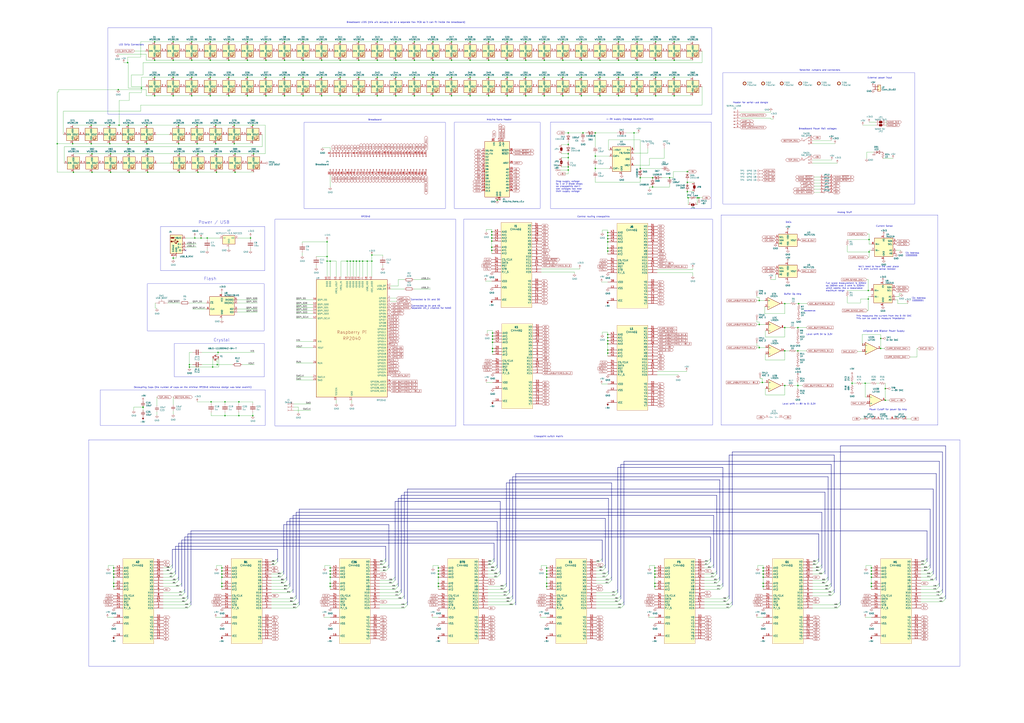
<source format=kicad_sch>
(kicad_sch (version 20221206) (generator eeschema)
  (paper "A1")
  (junction (at 46.99 118.11))
  (junction (at 170.18 195.58))
  (junction (at 448.945 481.965))
  (junction (at 160.02 195.58))
  (junction (at 404.495 281.305))
  (junction (at 184.785 341.63))
  (junction (at 710.565 314.96))
  (junction (at 370.84 78.74))
  (junction (at 355.6 34.29))
  (junction (at 301.625 214.63))
  (junction (at 309.88 34.29))
  (junction (at 60.325 141.605))
  (junction (at 218.44 49.53))
  (junction (at 218.44 34.29))
  (junction (at 285.115 214.63))
  (junction (at 207.645 102.87))
  (junction (at 477.52 63.5))
  (junction (at 431.8 78.74))
  (junction (at 386.08 63.5))
  (junction (at 355.6 63.5))
  (junction (at 626.745 466.725))
  (junction (at 360.045 469.265))
  (junction (at 499.11 277.495))
  (junction (at 525.78 138.43))
  (junction (at 264.16 49.53))
  (junction (at 340.36 78.74))
  (junction (at 268.605 198.755))
  (junction (at 294.64 49.53))
  (junction (at 538.48 78.74))
  (junction (at 295.275 214.63))
  (junction (at 403.86 205.74))
  (junction (at 448.945 479.425))
  (junction (at 403.86 195.58))
  (junction (at 523.24 63.5))
  (junction (at 626.745 474.345))
  (junction (at 499.11 274.955))
  (junction (at 713.105 238.76))
  (junction (at 626.745 481.965))
  (junction (at 182.245 469.265))
  (junction (at 626.745 471.805))
  (junction (at 466.725 139.7))
  (junction (at 106.045 141.605))
  (junction (at 537.845 471.805))
  (junction (at 290.195 214.63))
  (junction (at 105.41 118.11))
  (junction (at 157.48 63.5))
  (junction (at 142.24 63.5))
  (junction (at 355.6 49.53))
  (junction (at 462.28 49.53))
  (junction (at 192.405 102.87))
  (junction (at 172.72 34.29))
  (junction (at 93.345 469.265))
  (junction (at 462.28 34.29))
  (junction (at 408.305 164.465))
  (junction (at 401.32 78.74))
  (junction (at 182.245 466.725))
  (junction (at 157.48 49.53))
  (junction (at 416.56 63.5))
  (junction (at 340.36 63.5))
  (junction (at 553.72 78.74))
  (junction (at 447.04 78.74))
  (junction (at 182.245 474.345))
  (junction (at 196.215 330.2))
  (junction (at 564.515 149.86))
  (junction (at 177.8 126.365))
  (junction (at 623.57 247.015))
  (junction (at 93.345 466.725))
  (junction (at 146.685 118.11))
  (junction (at 499.11 280.035))
  (junction (at 553.72 49.53))
  (junction (at 448.945 471.805))
  (junction (at 264.16 63.5))
  (junction (at 492.76 49.53))
  (junction (at 431.8 49.53))
  (junction (at 416.56 34.29))
  (junction (at 120.65 102.87))
  (junction (at 93.345 479.425))
  (junction (at 644.525 249.555))
  (junction (at 713.74 196.85))
  (junction (at 466.725 137.16))
  (junction (at 309.88 78.74))
  (junction (at 370.84 34.29))
  (junction (at 715.645 469.265))
  (junction (at 360.045 466.725))
  (junction (at 462.28 63.5))
  (junction (at 655.32 288.29))
  (junction (at 404.495 273.685))
  (junction (at 193.04 126.365))
  (junction (at 104.775 51.435))
  (junction (at 287.655 214.63))
  (junction (at 309.88 49.53))
  (junction (at 520.7 109.22))
  (junction (at 499.11 290.195))
  (junction (at 271.145 474.345))
  (junction (at 431.8 63.5))
  (junction (at 248.92 78.74))
  (junction (at 90.805 126.365))
  (junction (at 360.045 479.425))
  (junction (at 106.045 126.365))
  (junction (at 162.56 126.365))
  (junction (at 187.96 34.29))
  (junction (at 565.15 162.56))
  (junction (at 340.36 49.53))
  (junction (at 499.11 203.835))
  (junction (at 172.72 78.74))
  (junction (at 182.245 471.805))
  (junction (at 508 49.53))
  (junction (at 233.68 63.5))
  (junction (at 271.145 471.805))
  (junction (at 727.075 319.405))
  (junction (at 401.32 34.29))
  (junction (at 271.145 214.63))
  (junction (at 404.495 288.925))
  (junction (at 117.475 334.645) (diameter 1.016))
  (junction (at 499.11 191.135))
  (junction (at 218.44 78.74))
  (junction (at 264.16 78.74))
  (junction (at 74.93 118.11))
  (junction (at 549.91 146.05))
  (junction (at 187.96 49.53))
  (junction (at 325.12 49.53))
  (junction (at 182.245 481.965))
  (junction (at 448.945 466.725))
  (junction (at 325.12 34.29))
  (junction (at 488.95 138.43))
  (junction (at 715.645 474.345))
  (junction (at 626.745 469.265))
  (junction (at 564.515 140.97))
  (junction (at 279.4 78.74))
  (junction (at 177.165 102.87))
  (junction (at 623.57 266.7))
  (junction (at 477.52 78.74))
  (junction (at 203.2 49.53))
  (junction (at 174.625 301.625))
  (junction (at 177.8 141.605))
  (junction (at 403.86 193.04))
  (junction (at 233.68 49.53))
  (junction (at 172.72 49.53))
  (junction (at 355.6 78.74))
  (junction (at 626.11 314.325))
  (junction (at 553.72 63.5))
  (junction (at 403.86 198.12))
  (junction (at 120.65 118.11))
  (junction (at 431.8 34.29))
  (junction (at 655.32 269.24))
  (junction (at 271.145 479.425))
  (junction (at 146.685 102.87))
  (junction (at 535.94 153.67))
  (junction (at 218.44 63.5))
  (junction (at 161.925 102.87))
  (junction (at 537.845 481.965))
  (junction (at 97.79 102.87))
  (junction (at 404.495 276.225))
  (junction (at 499.11 193.675))
  (junction (at 268.605 214.63))
  (junction (at 386.08 34.29))
  (junction (at 488.95 109.22))
  (junction (at 142.24 212.09))
  (junction (at 248.92 34.29))
  (junction (at 538.48 63.5))
  (junction (at 537.845 466.725))
  (junction (at 403.86 190.5))
  (junction (at 404.495 278.765))
  (junction (at 93.345 474.345))
  (junction (at 478.79 109.22))
  (junction (at 723.265 286.385))
  (junction (at 360.045 471.805))
  (junction (at 492.76 63.5))
  (junction (at 268.605 210.82))
  (junction (at 155.575 301.625))
  (junction (at 499.11 196.215))
  (junction (at 574.04 162.56))
  (junction (at 271.145 466.725))
  (junction (at 192.405 118.11))
  (junction (at 279.4 63.5))
  (junction (at 448.945 474.345))
  (junction (at 193.04 141.605))
  (junction (at 292.735 214.63))
  (junction (at 477.52 49.53))
  (junction (at 466.725 118.745))
  (junction (at 466.725 109.22))
  (junction (at 715.645 481.965))
  (junction (at 279.4 49.53))
  (junction (at 196.215 341.63))
  (junction (at 297.815 214.63))
  (junction (at 187.96 63.5))
  (junction (at 492.76 34.29))
  (junction (at 161.925 118.11))
  (junction (at 404.495 286.385))
  (junction (at 508 63.5))
  (junction (at 370.84 49.53))
  (junction (at 655.32 316.865))
  (junction (at 537.845 474.345))
  (junction (at 477.52 34.29))
  (junction (at 386.08 49.53))
  (junction (at 294.64 78.74))
  (junction (at 499.11 198.755))
  (junction (at 127 78.74))
  (junction (at 386.08 78.74))
  (junction (at 165.1 195.58))
  (junction (at 155.575 299.72))
  (junction (at 75.565 126.365))
  (junction (at 492.76 78.74))
  (junction (at 121.285 141.605))
  (junction (at 90.805 141.605))
  (junction (at 655.955 249.555))
  (junction (at 623.57 285.75))
  (junction (at 727.075 328.93))
  (junction (at 147.32 126.365))
  (junction (at 207.645 341.63))
  (junction (at 203.2 63.5))
  (junction (at 248.92 49.53))
  (junction (at 416.56 78.74))
  (junction (at 488.95 128.27))
  (junction (at 127 49.53))
  (junction (at 572.77 162.56))
  (junction (at 538.48 34.29))
  (junction (at 553.72 34.29))
  (junction (at 203.2 34.29))
  (junction (at 360.045 481.965))
  (junction (at 462.28 78.74))
  (junction (at 715.645 479.425))
  (junction (at 142.24 34.29))
  (junction (at 340.36 34.29))
  (junction (at 325.12 78.74))
  (junction (at 93.345 471.805))
  (junction (at 448.945 469.265))
  (junction (at 523.24 78.74))
  (junction (at 305.435 209.55))
  (junction (at 127 34.29))
  (junction (at 713.105 245.745))
  (junction (at 93.345 481.965))
  (junction (at 416.56 49.53))
  (junction (at 723.265 278.13))
  (junction (at 715.645 471.805))
  (junction (at 447.04 63.5))
  (junction (at 447.04 49.53))
  (junction (at 523.24 49.53))
  (junction (at 271.145 469.265))
  (junction (at 116.205 72.39))
  (junction (at 179.07 289.56))
  (junction (at 699.77 314.96))
  (junction (at 713.74 207.01))
  (junction (at 466.725 126.365))
  (junction (at 205.74 195.58))
  (junction (at 75.565 141.605))
  (junction (at 499.11 282.575))
  (junction (at 147.32 141.605))
  (junction (at 184.785 330.2))
  (junction (at 508 34.29))
  (junction (at 203.2 78.74))
  (junction (at 271.145 481.965))
  (junction (at 142.24 78.74))
  (junction (at 309.88 63.5))
  (junction (at 537.845 469.265))
  (junction (at 173.355 330.2))
  (junction (at 105.41 102.87))
  (junction (at 233.68 34.29))
  (junction (at 187.96 78.74))
  (junction (at 535.94 146.05))
  (junction (at 525.78 146.05))
  (junction (at 162.56 141.605))
  (junction (at 715.645 466.725))
  (junction (at 523.24 34.29))
  (junction (at 305.435 214.63))
  (junction (at 325.12 63.5))
  (junction (at 403.86 203.2))
  (junction (at 279.4 34.29))
  (junction (at 142.24 49.53))
  (junction (at 172.72 63.5))
  (junction (at 466.725 129.54))
  (junction (at 248.92 63.5))
  (junction (at 157.48 78.74))
  (junction (at 644.525 288.29))
  (junction (at 360.045 474.345))
  (junction (at 157.48 34.29))
  (junction (at 90.17 102.87))
  (junction (at 177.165 118.11))
  (junction (at 264.16 34.29))
  (junction (at 499.11 287.655))
  (junction (at 370.84 63.5))
  (junction (at 508 78.74))
  (junction (at 127 63.5))
  (junction (at 97.155 73.66))
  (junction (at 178.435 299.72))
  (junction (at 401.32 63.5))
  (junction (at 644.525 269.24))
  (junction (at 294.64 63.5))
  (junction (at 208.28 126.365))
  (junction (at 447.04 34.29))
  (junction (at 564.515 157.48))
  (junction (at 538.48 49.53))
  (junction (at 537.845 479.425))
  (junction (at 626.745 479.425))
  (junction (at 121.285 126.365))
  (junction (at 499.11 206.375))
  (junction (at 182.245 479.425))
  (junction (at 90.17 118.11))
  (junction (at 74.93 102.87))
  (junction (at 644.525 316.865))
  (junction (at 294.64 34.29))
  (junction (at 59.69 118.11))
  (junction (at 401.32 49.53))
  (junction (at 233.68 78.74))
  (no_connect (at 152.4 205.74))
  (bus_entry (at 243.205 492.125) (size -2.54 2.54))
  (bus_entry (at 677.545 469.265) (size -2.54 2.54))
  (bus_entry (at 509.905 492.125) (size -2.54 2.54))
  (bus_entry (at 327.025 481.965) (size -2.54 2.54))
  (bus_entry (at 227.965 459.105) (size -2.54 2.54))
  (bus_entry (at 421.005 489.585) (size -2.54 2.54))
  (bus_entry (at 507.365 487.045) (size -2.54 2.54))
  (bus_entry (at 233.045 471.805) (size -2.54 2.54))
  (bus_entry (at 685.165 484.505) (size -2.54 2.54))
  (bus_entry (at 418.465 487.045) (size -2.54 2.54))
  (bus_entry (at 235.585 474.345) (size -2.54 2.54))
  (bus_entry (at 766.445 471.805) (size -2.54 2.54))
  (bus_entry (at 512.445 494.665) (size -2.54 2.54))
  (bus_entry (at 497.205 464.185) (size -2.54 2.54))
  (bus_entry (at 598.805 489.585) (size -2.54 2.54))
  (bus_entry (at 598.805 492.125) (size -2.54 2.54))
  (bus_entry (at 329.565 484.505) (size -2.54 2.54))
  (bus_entry (at 235.585 476.885) (size -2.54 2.54))
  (bus_entry (at 238.125 479.425) (size -2.54 2.54))
  (bus_entry (at 408.305 466.725) (size -2.54 2.54))
  (bus_entry (at 329.565 487.045) (size -2.54 2.54))
  (bus_entry (at 316.865 459.105) (size -2.54 2.54))
  (bus_entry (at 415.925 481.965) (size -2.54 2.54))
  (bus_entry (at 418.465 484.505) (size -2.54 2.54))
  (bus_entry (at 685.165 487.045) (size -2.54 2.54))
  (bus_entry (at 149.225 479.425) (size -2.54 2.54))
  (bus_entry (at 324.485 476.885) (size -2.54 2.54))
  (bus_entry (at 408.305 464.185) (size -2.54 2.54))
  (bus_entry (at 405.765 461.645) (size -2.54 2.54))
  (bus_entry (at 141.605 464.185) (size -2.54 2.54))
  (bus_entry (at 243.205 489.585) (size -2.54 2.54))
  (bus_entry (at 591.185 474.345) (size -2.54 2.54))
  (bus_entry (at 771.525 479.425) (size -2.54 2.54))
  (bus_entry (at 763.905 466.725) (size -2.54 2.54))
  (bus_entry (at 146.685 474.345) (size -2.54 2.54))
  (bus_entry (at 324.485 474.345) (size -2.54 2.54))
  (bus_entry (at 601.345 497.205) (size -2.54 2.54))
  (bus_entry (at 497.205 466.725) (size -2.54 2.54))
  (bus_entry (at 690.245 497.205) (size -2.54 2.54))
  (bus_entry (at 502.285 476.885) (size -2.54 2.54))
  (bus_entry (at 675.005 464.185) (size -2.54 2.54))
  (bus_entry (at 245.745 494.665) (size -2.54 2.54))
  (bus_entry (at 672.465 459.105) (size -2.54 2.54))
  (bus_entry (at 507.365 484.505) (size -2.54 2.54))
  (bus_entry (at 768.985 474.345) (size -2.54 2.54))
  (bus_entry (at 151.765 487.045) (size -2.54 2.54))
  (bus_entry (at 680.085 476.885) (size -2.54 2.54))
  (bus_entry (at 774.065 487.045) (size -2.54 2.54))
  (bus_entry (at 601.345 494.665) (size -2.54 2.54))
  (bus_entry (at 583.565 459.105) (size -2.54 2.54))
  (bus_entry (at 334.645 497.205) (size -2.54 2.54))
  (bus_entry (at 151.765 484.505) (size -2.54 2.54))
  (bus_entry (at 319.405 464.185) (size -2.54 2.54))
  (bus_entry (at 766.445 469.265) (size -2.54 2.54))
  (bus_entry (at 499.745 469.265) (size -2.54 2.54))
  (bus_entry (at 144.145 469.265) (size -2.54 2.54))
  (bus_entry (at 588.645 471.805) (size -2.54 2.54))
  (bus_entry (at 776.605 492.125) (size -2.54 2.54))
  (bus_entry (at 405.765 459.105) (size -2.54 2.54))
  (bus_entry (at 588.645 469.265) (size -2.54 2.54))
  (bus_entry (at 499.745 471.805) (size -2.54 2.54))
  (bus_entry (at 421.005 492.125) (size -2.54 2.54))
  (bus_entry (at 494.665 459.105) (size -2.54 2.54))
  (bus_entry (at 680.085 474.345) (size -2.54 2.54))
  (bus_entry (at 233.045 469.265) (size -2.54 2.54))
  (bus_entry (at 154.305 489.585) (size -2.54 2.54))
  (bus_entry (at 512.445 497.205) (size -2.54 2.54))
  (bus_entry (at 156.845 497.205) (size -2.54 2.54))
  (bus_entry (at 761.365 459.105) (size -2.54 2.54))
  (bus_entry (at 334.645 494.665) (size -2.54 2.54))
  (bus_entry (at 776.605 489.585) (size -2.54 2.54))
  (bus_entry (at 593.725 481.965) (size -2.54 2.54))
  (bus_entry (at 583.565 461.645) (size -2.54 2.54))
  (bus_entry (at 763.905 464.185) (size -2.54 2.54))
  (bus_entry (at 593.725 479.425) (size -2.54 2.54))
  (bus_entry (at 227.965 461.645) (size -2.54 2.54))
  (bus_entry (at 423.545 494.665) (size -2.54 2.54))
  (bus_entry (at 591.185 476.885) (size -2.54 2.54))
  (bus_entry (at 240.665 484.505) (size -2.54 2.54))
  (bus_entry (at 327.025 479.425) (size -2.54 2.54))
  (bus_entry (at 410.845 469.265) (size -2.54 2.54))
  (bus_entry (at 319.405 466.725) (size -2.54 2.54))
  (bus_entry (at 690.245 494.665) (size -2.54 2.54))
  (bus_entry (at 154.305 492.125) (size -2.54 2.54))
  (bus_entry (at 238.125 481.965) (size -2.54 2.54))
  (bus_entry (at 245.745 497.205) (size -2.54 2.54))
  (bus_entry (at 774.065 484.505) (size -2.54 2.54))
  (bus_entry (at 316.865 461.645) (size -2.54 2.54))
  (bus_entry (at 502.285 474.345) (size -2.54 2.54))
  (bus_entry (at 682.625 481.965) (size -2.54 2.54))
  (bus_entry (at 410.845 471.805) (size -2.54 2.54))
  (bus_entry (at 146.685 476.885) (size -2.54 2.54))
  (bus_entry (at 771.525 481.965) (size -2.54 2.54))
  (bus_entry (at 761.365 461.645) (size -2.54 2.54))
  (bus_entry (at 672.465 461.645) (size -2.54 2.54))
  (bus_entry (at 675.005 466.725) (size -2.54 2.54))
  (bus_entry (at 509.905 489.585) (size -2.54 2.54))
  (bus_entry (at 415.925 479.425) (size -2.54 2.54))
  (bus_entry (at 586.105 464.185) (size -2.54 2.54))
  (bus_entry (at 332.105 489.585) (size -2.54 2.54))
  (bus_entry (at 156.845 494.665) (size -2.54 2.54))
  (bus_entry (at 144.145 471.805) (size -2.54 2.54))
  (bus_entry (at 141.605 466.725) (size -2.54 2.54))
  (bus_entry (at 682.625 479.425) (size -2.54 2.54))
  (wire (pts (xy 553.085 146.05) (xy 549.91 146.05)))
  (wire (pts (xy 398.78 231.14) (xy 403.86 231.14)))
  (wire (pts (xy 105.41 102.87) (xy 120.65 102.87)))
  (wire (pts (xy 499.745 114.935) (xy 499.745 123.19)))
  (wire (pts (xy 88.9 464.82) (xy 88.9 466.725)))
  (bus (pts (xy 586.105 423.545) (xy 586.105 464.185)))
  (wire (pts (xy 177.165 291.465) (xy 179.07 291.465)))
  (wire (pts (xy 578.485 461.645) (xy 581.025 461.645)))
  (wire (pts (xy 636.905 229.87) (xy 636.905 225.425)))
  (wire (pts (xy 403.86 203.2) (xy 403.86 205.74)))
  (wire (pts (xy 753.11 286.385) (xy 753.11 293.37)))
  (wire (pts (xy 173.355 339.09) (xy 173.355 341.63)))
  (bus (pts (xy 494.665 443.865) (xy 494.665 459.105)))
  (wire (pts (xy 462.28 34.29) (xy 477.52 34.29)))
  (bus (pts (xy 497.205 426.085) (xy 497.205 464.185)))
  (wire (pts (xy 115.57 34.29) (xy 127 34.29)))
  (wire (pts (xy 655.955 250.19) (xy 655.955 249.555)))
  (wire (pts (xy 514.35 109.22) (xy 520.7 109.22)))
  (bus (pts (xy 418.465 394.335) (xy 418.465 484.505)))
  (wire (pts (xy 248.285 207.645) (xy 248.285 210.185)))
  (wire (pts (xy 400.685 466.725) (xy 405.765 466.725)))
  (wire (pts (xy 295.275 214.63) (xy 297.815 214.63)))
  (wire (pts (xy 447.04 63.5) (xy 462.28 63.5)))
  (wire (pts (xy 340.36 78.74) (xy 355.6 78.74)))
  (wire (pts (xy 537.845 466.725) (xy 537.845 464.82)))
  (wire (pts (xy 146.685 102.87) (xy 161.925 102.87)))
  (wire (pts (xy 205.74 196.85) (xy 205.74 195.58)))
  (bus (pts (xy 141.605 451.485) (xy 227.965 451.485)))
  (wire (pts (xy 644.525 249.555) (xy 644.525 257.81)))
  (wire (pts (xy 668.655 158.115) (xy 673.735 158.115)))
  (wire (pts (xy 75.565 141.605) (xy 90.805 141.605)))
  (wire (pts (xy 386.08 49.53) (xy 401.32 49.53)))
  (bus (pts (xy 327.025 409.575) (xy 499.745 409.575)))
  (wire (pts (xy 682.625 115.57) (xy 667.385 115.57)))
  (wire (pts (xy 184.785 341.63) (xy 173.355 341.63)))
  (wire (pts (xy 508 63.5) (xy 523.24 63.5)))
  (wire (pts (xy 46.99 118.11) (xy 46.99 141.605)))
  (wire (pts (xy 90.17 102.87) (xy 97.79 102.87)))
  (wire (pts (xy 106.045 82.55) (xy 106.045 76.2)))
  (wire (pts (xy 431.8 63.5) (xy 447.04 63.5)))
  (bus (pts (xy 408.305 464.185) (xy 408.305 466.725)))
  (wire (pts (xy 564.515 157.48) (xy 570.23 157.48)))
  (bus (pts (xy 405.765 459.105) (xy 405.765 461.645)))
  (wire (pts (xy 243.205 250.19) (xy 257.175 250.19)))
  (wire (pts (xy 738.505 241.3) (xy 740.41 241.3)))
  (wire (pts (xy 431.8 34.29) (xy 447.04 34.29)))
  (bus (pts (xy 324.485 412.115) (xy 410.845 412.115)))
  (wire (pts (xy 624.205 311.15) (xy 626.11 311.15)))
  (wire (pts (xy 215.265 120.65) (xy 52.705 120.65)))
  (bus (pts (xy 332.105 404.495) (xy 677.545 404.495)))
  (wire (pts (xy 178.435 299.72) (xy 191.135 299.72)))
  (wire (pts (xy 695.96 201.93) (xy 695.96 207.01)))
  (wire (pts (xy 179.07 289.56) (xy 208.915 289.56)))
  (wire (pts (xy 127 49.53) (xy 142.24 49.53)))
  (wire (pts (xy 685.8 118.11) (xy 667.385 118.11)))
  (wire (pts (xy 489.585 499.745) (xy 509.905 499.745)))
  (wire (pts (xy 499.11 287.655) (xy 499.11 290.195)))
  (wire (pts (xy 161.925 102.87) (xy 177.165 102.87)))
  (wire (pts (xy 264.16 49.53) (xy 279.4 49.53)))
  (bus (pts (xy 141.605 451.485) (xy 141.605 464.185)))
  (bus (pts (xy 766.445 469.265) (xy 766.445 471.805)))
  (wire (pts (xy 499.11 277.495) (xy 499.11 280.035)))
  (bus (pts (xy 593.725 479.425) (xy 593.725 481.965)))
  (wire (pts (xy 756.285 461.645) (xy 758.825 461.645)))
  (wire (pts (xy 257.175 309.88) (xy 243.205 309.88)))
  (wire (pts (xy 155.575 299.72) (xy 155.575 301.625)))
  (bus (pts (xy 316.865 459.105) (xy 316.865 461.645)))
  (wire (pts (xy 711.835 125.095) (xy 711.835 130.175)))
  (wire (pts (xy 673.735 145.415) (xy 668.655 145.415)))
  (wire (pts (xy 727.075 319.405) (xy 727.075 328.93)))
  (wire (pts (xy 535.94 153.67) (xy 533.4 153.67)))
  (wire (pts (xy 713.74 192.405) (xy 713.74 196.85)))
  (wire (pts (xy 673.735 153.035) (xy 668.655 153.035)))
  (wire (pts (xy 756.285 471.805) (xy 763.905 471.805)))
  (bus (pts (xy 329.565 407.035) (xy 588.645 407.035)))
  (wire (pts (xy 499.11 273.05) (xy 494.665 273.05)))
  (wire (pts (xy 285.115 227.33) (xy 285.115 214.63)))
  (wire (pts (xy 90.17 118.11) (xy 105.41 118.11)))
  (bus (pts (xy 502.285 396.875) (xy 502.285 474.345)))
  (wire (pts (xy 106.045 126.365) (xy 121.285 126.365)))
  (wire (pts (xy 158.115 254) (xy 169.545 254)))
  (wire (pts (xy 673.735 150.495) (xy 668.655 150.495)))
  (wire (pts (xy 571.5 162.56) (xy 572.77 162.56)))
  (wire (pts (xy 294.64 34.29) (xy 309.88 34.29)))
  (bus (pts (xy 421.005 391.795) (xy 680.085 391.795)))
  (wire (pts (xy 311.785 461.645) (xy 314.325 461.645)))
  (wire (pts (xy 643.255 249.555) (xy 644.525 249.555)))
  (wire (pts (xy 128.905 326.39) (xy 128.905 333.375)))
  (wire (pts (xy 715.645 474.345) (xy 715.645 479.425)))
  (wire (pts (xy 142.24 210.82) (xy 142.24 212.09)))
  (wire (pts (xy 399.415 314.325) (xy 404.495 314.325)))
  (bus (pts (xy 154.305 438.785) (xy 154.305 489.585)))
  (wire (pts (xy 756.285 481.965) (xy 768.985 481.965)))
  (wire (pts (xy 477.52 78.74) (xy 492.76 78.74)))
  (wire (pts (xy 563.88 305.435) (xy 563.88 304.8)))
  (bus (pts (xy 598.805 374.015) (xy 685.165 374.015)))
  (wire (pts (xy 192.405 118.11) (xy 207.645 118.11)))
  (wire (pts (xy 626.745 479.425) (xy 626.745 481.965)))
  (wire (pts (xy 203.2 34.29) (xy 218.44 34.29)))
  (wire (pts (xy 494.03 231.775) (xy 499.11 231.775)))
  (wire (pts (xy 160.02 195.58) (xy 165.1 195.58)))
  (wire (pts (xy 715.645 471.805) (xy 715.645 474.345)))
  (wire (pts (xy 713.105 255.27) (xy 713.105 245.745)))
  (wire (pts (xy 553.72 49.53) (xy 568.96 49.53)))
  (wire (pts (xy 499.11 274.955) (xy 499.11 273.05)))
  (wire (pts (xy 290.195 214.63) (xy 292.735 214.63)))
  (wire (pts (xy 355.6 78.74) (xy 370.84 78.74)))
  (wire (pts (xy 525.78 149.86) (xy 525.78 146.05)))
  (wire (pts (xy 738.505 243.84) (xy 735.33 243.84)))
  (wire (pts (xy 488.95 128.27) (xy 488.95 125.73)))
  (wire (pts (xy 196.215 331.47) (xy 196.215 330.2)))
  (wire (pts (xy 623.57 247.015) (xy 628.015 247.015)))
  (wire (pts (xy 644.525 324.485) (xy 644.525 316.865)))
  (wire (pts (xy 710.565 314.96) (xy 710.565 326.39)))
  (bus (pts (xy 677.545 404.495) (xy 677.545 469.265)))
  (wire (pts (xy 525.78 138.43) (xy 543.56 138.43)))
  (wire (pts (xy 93.345 471.805) (xy 93.345 474.345)))
  (wire (pts (xy 655.32 288.29) (xy 653.415 288.29)))
  (wire (pts (xy 416.56 63.5) (xy 431.8 63.5)))
  (wire (pts (xy 710.565 314.96) (xy 708.025 314.96)))
  (wire (pts (xy 578.485 492.125) (xy 596.265 492.125)))
  (wire (pts (xy 196.215 339.09) (xy 196.215 341.63)))
  (wire (pts (xy 713.105 243.84) (xy 715.01 243.84)))
  (bus (pts (xy 690.245 366.395) (xy 690.245 494.665)))
  (wire (pts (xy 655.32 314.325) (xy 655.32 316.865)))
  (wire (pts (xy 46.99 118.11) (xy 59.69 118.11)))
  (wire (pts (xy 165.735 289.56) (xy 179.07 289.56)))
  (wire (pts (xy 107.95 61.595) (xy 107.95 71.12)))
  (wire (pts (xy 644.525 269.24) (xy 644.525 276.86)))
  (wire (pts (xy 494.665 469.265) (xy 489.585 469.265)))
  (bus (pts (xy 672.465 459.105) (xy 672.465 461.645)))
  (wire (pts (xy 241.3 334.645) (xy 245.11 334.645)))
  (wire (pts (xy 243.205 255.27) (xy 257.175 255.27)))
  (wire (pts (xy 222.885 479.425) (xy 233.045 479.425)))
  (wire (pts (xy 626.745 481.965) (xy 626.745 484.505)))
  (wire (pts (xy 279.4 78.74) (xy 294.64 78.74)))
  (wire (pts (xy 715.645 466.725) (xy 715.645 469.265)))
  (wire (pts (xy 74.93 102.87) (xy 90.17 102.87)))
  (wire (pts (xy 139.7 133.985) (xy 128.905 133.985)))
  (wire (pts (xy 626.745 466.725) (xy 626.745 464.82)))
  (wire (pts (xy 667.385 476.885) (xy 677.545 476.885)))
  (wire (pts (xy 444.5 464.82) (xy 444.5 466.725)))
  (wire (pts (xy 462.28 49.53) (xy 477.52 49.53)))
  (wire (pts (xy 492.76 34.29) (xy 508 34.29)))
  (wire (pts (xy 340.36 34.29) (xy 355.6 34.29)))
  (wire (pts (xy 711.835 255.27) (xy 713.105 255.27)))
  (wire (pts (xy 161.925 330.2) (xy 173.355 330.2)))
  (wire (pts (xy 264.16 34.29) (xy 279.4 34.29)))
  (wire (pts (xy 492.76 63.5) (xy 508 63.5)))
  (wire (pts (xy 177.165 296.545) (xy 178.435 296.545)))
  (wire (pts (xy 179.07 291.465) (xy 179.07 289.56)))
  (wire (pts (xy 568.96 221.615) (xy 568.96 220.345)))
  (wire (pts (xy 90.805 141.605) (xy 106.045 141.605)))
  (wire (pts (xy 489.585 471.805) (xy 497.205 471.805)))
  (wire (pts (xy 695.96 238.76) (xy 713.105 238.76)))
  (wire (pts (xy 117.475 334.645) (xy 109.855 334.645)))
  (wire (pts (xy 401.32 49.53) (xy 416.56 49.53)))
  (wire (pts (xy 737.235 249.555) (xy 745.49 249.555)))
  (wire (pts (xy 494.03 315.595) (xy 499.11 315.595)))
  (wire (pts (xy 525.78 138.43) (xy 525.78 114.935)))
  (wire (pts (xy 400.685 471.805) (xy 408.305 471.805)))
  (bus (pts (xy 586.105 464.185) (xy 586.105 466.725)))
  (wire (pts (xy 621.665 507.365) (xy 626.745 507.365)))
  (wire (pts (xy 695.96 196.85) (xy 713.74 196.85)))
  (wire (pts (xy 184.785 330.2) (xy 196.215 330.2)))
  (wire (pts (xy 196.215 341.63) (xy 184.785 341.63)))
  (wire (pts (xy 581.025 464.185) (xy 578.485 464.185)))
  (wire (pts (xy 713.74 205.74) (xy 715.645 205.74)))
  (bus (pts (xy 675.005 421.005) (xy 675.005 464.185)))
  (wire (pts (xy 628.65 324.485) (xy 644.525 324.485)))
  (wire (pts (xy 404.495 281.305) (xy 404.495 286.385)))
  (wire (pts (xy 687.705 133.985) (xy 667.385 133.985)))
  (wire (pts (xy 545.465 121.92) (xy 545.465 130.175)))
  (wire (pts (xy 360.045 464.82) (xy 355.6 464.82)))
  (wire (pts (xy 545.465 130.175) (xy 533.4 130.175)))
  (wire (pts (xy 133.985 476.885) (xy 144.145 476.885)))
  (bus (pts (xy 588.645 469.265) (xy 588.645 471.805)))
  (wire (pts (xy 195.58 195.58) (xy 205.74 195.58)))
  (wire (pts (xy 142.24 49.53) (xy 157.48 49.53)))
  (wire (pts (xy 727.075 100.33) (xy 728.345 100.33)))
  (bus (pts (xy 144.145 448.945) (xy 316.865 448.945)))
  (wire (pts (xy 564.515 149.86) (xy 570.23 149.86)))
  (wire (pts (xy 607.695 97.155) (xy 633.095 97.155)))
  (wire (pts (xy 706.755 344.17) (xy 709.295 344.17)))
  (wire (pts (xy 710.565 507.365) (xy 715.645 507.365)))
  (wire (pts (xy 120.015 44.45) (xy 120.015 49.53)))
  (wire (pts (xy 621.665 262.89) (xy 621.665 264.795)))
  (wire (pts (xy 400.685 484.505) (xy 413.385 484.505)))
  (bus (pts (xy 761.365 459.105) (xy 761.365 461.645)))
  (wire (pts (xy 355.6 63.5) (xy 370.84 63.5)))
  (wire (pts (xy 268.605 210.82) (xy 268.605 214.63)))
  (wire (pts (xy 499.11 274.955) (xy 499.11 277.495)))
  (wire (pts (xy 184.785 331.47) (xy 184.785 330.2)))
  (wire (pts (xy 241.3 332.105) (xy 255.27 332.105)))
  (wire (pts (xy 533.4 130.175) (xy 533.4 135.89)))
  (wire (pts (xy 93.345 464.82) (xy 88.9 464.82)))
  (wire (pts (xy 158.115 289.56) (xy 155.575 289.56)))
  (wire (pts (xy 489.585 476.885) (xy 499.745 476.885)))
  (wire (pts (xy 756.285 484.505) (xy 768.985 484.505)))
  (wire (pts (xy 704.215 288.925) (xy 708.025 288.925)))
  (wire (pts (xy 276.225 227.33) (xy 276.225 214.63)))
  (bus (pts (xy 583.565 459.105) (xy 583.565 461.645)))
  (wire (pts (xy 339.725 237.49) (xy 353.695 237.49)))
  (wire (pts (xy 120.015 78.74) (xy 127 78.74)))
  (wire (pts (xy 60.325 141.605) (xy 75.565 141.605)))
  (wire (pts (xy 499.11 191.135) (xy 499.11 193.675)))
  (wire (pts (xy 104.775 46.99) (xy 115.57 46.99)))
  (wire (pts (xy 127 63.5) (xy 142.24 63.5)))
  (bus (pts (xy 507.365 484.505) (xy 507.365 487.045)))
  (wire (pts (xy 75.565 126.365) (xy 90.805 126.365)))
  (wire (pts (xy 644.525 288.29) (xy 644.525 295.91)))
  (wire (pts (xy 553.085 140.97) (xy 553.085 146.05)))
  (wire (pts (xy 624.205 314.325) (xy 626.11 314.325)))
  (wire (pts (xy 652.145 316.865) (xy 655.32 316.865)))
  (wire (pts (xy 121.285 141.605) (xy 147.32 141.605)))
  (wire (pts (xy 271.145 469.265) (xy 271.145 471.805)))
  (wire (pts (xy 268.605 198.755) (xy 268.605 210.82)))
  (wire (pts (xy 59.69 102.87) (xy 74.93 102.87)))
  (wire (pts (xy 207.645 339.09) (xy 207.645 341.63)))
  (wire (pts (xy 218.44 63.5) (xy 233.68 63.5)))
  (bus (pts (xy 497.205 464.185) (xy 497.205 466.725)))
  (wire (pts (xy 155.575 301.625) (xy 155.575 302.26)))
  (wire (pts (xy 735.33 246.38) (xy 737.235 246.38)))
  (wire (pts (xy 133.985 499.745) (xy 154.305 499.745)))
  (bus (pts (xy 685.165 374.015) (xy 685.165 484.505)))
  (wire (pts (xy 320.675 245.11) (xy 325.755 245.11)))
  (wire (pts (xy 532.13 125.73) (xy 520.7 125.73)))
  (wire (pts (xy 264.795 121.285) (xy 271.145 121.285)))
  (wire (pts (xy 177.8 464.82) (xy 177.8 466.725)))
  (wire (pts (xy 756.285 476.885) (xy 766.445 476.885)))
  (bus (pts (xy 245.745 494.665) (xy 245.745 497.205)))
  (wire (pts (xy 476.25 220.98) (xy 476.25 220.345)))
  (wire (pts (xy 499.11 198.755) (xy 499.11 203.835)))
  (wire (pts (xy 400.685 492.125) (xy 418.465 492.125)))
  (wire (pts (xy 116.205 72.39) (xy 116.205 63.5)))
  (wire (pts (xy 525.78 146.05) (xy 535.94 146.05)))
  (wire (pts (xy 158.115 299.72) (xy 155.575 299.72)))
  (wire (pts (xy 723.265 286.385) (xy 723.265 278.13)))
  (wire (pts (xy 708.025 274.955) (xy 723.265 274.955)))
  (wire (pts (xy 462.28 78.74) (xy 477.52 78.74)))
  (wire (pts (xy 133.985 479.425) (xy 144.145 479.425)))
  (bus (pts (xy 774.065 371.475) (xy 774.065 484.505)))
  (wire (pts (xy 578.485 497.205) (xy 598.805 497.205)))
  (wire (pts (xy 287.655 227.33) (xy 287.655 214.63)))
  (wire (pts (xy 311.785 479.425) (xy 321.945 479.425)))
  (wire (pts (xy 695.96 243.84) (xy 695.96 248.92)))
  (wire (pts (xy 403.86 193.04) (xy 403.86 195.58)))
  (wire (pts (xy 268.605 197.485) (xy 268.605 198.755)))
  (wire (pts (xy 314.325 210.82) (xy 314.325 209.55)))
  (wire (pts (xy 182.245 464.82) (xy 177.8 464.82)))
  (wire (pts (xy 553.72 34.29) (xy 568.96 34.29)))
  (wire (pts (xy 152.4 195.58) (xy 160.02 195.58)))
  (wire (pts (xy 523.24 63.5) (xy 538.48 63.5)))
  (wire (pts (xy 464.185 142.875) (xy 466.725 142.875)))
  (wire (pts (xy 218.44 78.74) (xy 233.68 78.74)))
  (wire (pts (xy 133.985 471.805) (xy 141.605 471.805)))
  (wire (pts (xy 355.6 49.53) (xy 370.84 49.53)))
  (wire (pts (xy 448.945 471.805) (xy 448.945 474.345)))
  (wire (pts (xy 478.79 109.22) (xy 466.725 109.22)))
  (wire (pts (xy 626.745 471.805) (xy 626.745 474.345)))
  (wire (pts (xy 170.18 204.47) (xy 170.18 205.74)))
  (wire (pts (xy 644.525 316.865) (xy 647.065 316.865)))
  (wire (pts (xy 161.925 118.11) (xy 177.165 118.11)))
  (wire (pts (xy 448.945 474.345) (xy 448.945 479.425)))
  (wire (pts (xy 120.65 102.87) (xy 146.685 102.87)))
  (wire (pts (xy 192.405 102.87) (xy 207.645 102.87)))
  (wire (pts (xy 574.04 162.56) (xy 577.215 162.56)))
  (wire (pts (xy 416.56 34.29) (xy 431.8 34.29)))
  (wire (pts (xy 305.435 209.55) (xy 314.325 209.55)))
  (bus (pts (xy 583.565 441.325) (xy 583.565 459.105)))
  (wire (pts (xy 205.74 204.47) (xy 205.74 205.74)))
  (wire (pts (xy 203.2 63.5) (xy 218.44 63.5)))
  (wire (pts (xy 316.865 469.265) (xy 311.785 469.265)))
  (bus (pts (xy 235.585 428.625) (xy 408.305 428.625)))
  (wire (pts (xy 633.095 97.79) (xy 635 97.79)))
  (wire (pts (xy 128.905 340.995) (xy 128.905 338.455)))
  (wire (pts (xy 142.24 212.09) (xy 142.24 213.36)))
  (wire (pts (xy 146.685 118.11) (xy 161.925 118.11)))
  (bus (pts (xy 601.345 371.475) (xy 774.065 371.475)))
  (wire (pts (xy 403.86 190.5) (xy 403.86 188.595)))
  (bus (pts (xy 334.645 401.955) (xy 766.445 401.955)))
  (wire (pts (xy 354.965 507.365) (xy 360.045 507.365)))
  (wire (pts (xy 628.015 257.81) (xy 644.525 257.81)))
  (wire (pts (xy 386.08 63.5) (xy 401.32 63.5)))
  (wire (pts (xy 157.48 49.53) (xy 172.72 49.53)))
  (wire (pts (xy 478.79 109.22) (xy 481.33 109.22)))
  (wire (pts (xy 489.585 474.345) (xy 497.205 474.345)))
  (wire (pts (xy 461.01 118.745) (xy 466.725 118.745)))
  (bus (pts (xy 319.405 431.165) (xy 319.405 464.185)))
  (wire (pts (xy 290.195 227.33) (xy 290.195 214.63)))
  (wire (pts (xy 532.13 121.92) (xy 532.13 125.73)))
  (wire (pts (xy 655.32 288.925) (xy 655.32 288.29)))
  (bus (pts (xy 509.905 381.635) (xy 509.905 489.585)))
  (bus (pts (xy 423.545 389.255) (xy 423.545 494.665)))
  (wire (pts (xy 727.075 328.93) (xy 730.25 328.93)))
  (bus (pts (xy 141.605 464.185) (xy 141.605 466.725)))
  (wire (pts (xy 621.665 243.205) (xy 621.665 244.475)))
  (wire (pts (xy 565.15 162.56) (xy 566.42 162.56)))
  (bus (pts (xy 329.565 484.505) (xy 329.565 487.045)))
  (wire (pts (xy 184.785 339.09) (xy 184.785 341.63)))
  (wire (pts (xy 314.325 218.44) (xy 314.325 219.71)))
  (wire (pts (xy 667.385 466.725) (xy 672.465 466.725)))
  (wire (pts (xy 194.945 248.92) (xy 211.455 248.92)))
  (wire (pts (xy 508 34.29) (xy 523.24 34.29)))
  (wire (pts (xy 182.245 469.265) (xy 182.245 471.805)))
  (wire (pts (xy 471.805 223.52) (xy 471.805 224.79)))
  (wire (pts (xy 187.96 203.2) (xy 187.96 204.47)))
  (wire (pts (xy 142.24 326.39) (xy 142.24 332.74)))
  (wire (pts (xy 243.205 280.67) (xy 257.175 280.67)))
  (bus (pts (xy 771.525 479.425) (xy 771.525 481.965)))
  (wire (pts (xy 180.34 195.58) (xy 170.18 195.58)))
  (wire (pts (xy 628.65 295.91) (xy 628.65 290.83)))
  (wire (pts (xy 360.045 471.805) (xy 360.045 474.345)))
  (bus (pts (xy 682.625 381.635) (xy 682.625 479.425)))
  (wire (pts (xy 162.56 126.365) (xy 177.8 126.365)))
  (wire (pts (xy 539.75 305.435) (xy 563.88 305.435)))
  (bus (pts (xy 235.585 428.625) (xy 235.585 474.345)))
  (wire (pts (xy 655.32 288.29) (xy 662.305 288.29)))
  (bus (pts (xy 151.765 441.325) (xy 151.765 484.505)))
  (bus (pts (xy 405.765 446.405) (xy 405.765 459.105)))
  (wire (pts (xy 643.89 269.24) (xy 644.525 269.24)))
  (wire (pts (xy 533.4 153.67) (xy 533.4 154.94)))
  (wire (pts (xy 553.085 140.97) (xy 564.515 140.97)))
  (wire (pts (xy 208.28 126.365) (xy 217.805 126.365)))
  (wire (pts (xy 403.86 188.595) (xy 399.415 188.595)))
  (wire (pts (xy 621.665 284.48) (xy 623.57 284.48)))
  (wire (pts (xy 404.495 288.925) (xy 404.495 291.465)))
  (wire (pts (xy 621.665 264.795) (xy 623.57 264.795)))
  (wire (pts (xy 633.095 92.075) (xy 607.695 92.075)))
  (wire (pts (xy 309.88 49.53) (xy 325.12 49.53)))
  (wire (pts (xy 539.75 221.615) (xy 568.96 221.615)))
  (wire (pts (xy 222.885 499.745) (xy 243.205 499.745)))
  (bus (pts (xy 591.185 474.345) (xy 591.185 476.885)))
  (wire (pts (xy 655.32 269.24) (xy 662.305 269.24)))
  (wire (pts (xy 400.685 497.205) (xy 421.005 497.205)))
  (wire (pts (xy 248.92 49.53) (xy 264.16 49.53)))
  (wire (pts (xy 133.985 489.585) (xy 149.225 489.585)))
  (wire (pts (xy 271.145 466.725) (xy 271.145 464.82)))
  (wire (pts (xy 667.385 497.205) (xy 687.705 497.205)))
  (wire (pts (xy 144.78 212.09) (xy 142.24 212.09)))
  (wire (pts (xy 105.41 118.11) (xy 120.65 118.11)))
  (wire (pts (xy 271.145 121.285) (xy 271.145 123.825)))
  (bus (pts (xy 327.025 479.425) (xy 327.025 481.965)))
  (wire (pts (xy 165.735 299.72) (xy 178.435 299.72)))
  (wire (pts (xy 152.4 200.66) (xy 161.29 200.66)))
  (wire (pts (xy 162.56 141.605) (xy 177.8 141.605)))
  (bus (pts (xy 601.345 494.665) (xy 601.345 497.205)))
  (wire (pts (xy 708.66 102.87) (xy 719.455 102.87)))
  (wire (pts (xy 626.11 314.325) (xy 628.65 314.325)))
  (bus (pts (xy 680.085 474.345) (xy 680.085 476.885)))
  (bus (pts (xy 144.145 469.265) (xy 144.145 471.805)))
  (bus (pts (xy 238.125 426.085) (xy 497.205 426.085)))
  (bus (pts (xy 494.665 459.105) (xy 494.665 461.645)))
  (wire (pts (xy 537.845 471.805) (xy 537.845 474.345)))
  (wire (pts (xy 477.52 34.29) (xy 492.76 34.29)))
  (bus (pts (xy 227.965 451.485) (xy 227.965 459.105)))
  (bus (pts (xy 154.305 438.785) (xy 672.465 438.785)))
  (wire (pts (xy 403.225 464.185) (xy 400.685 464.185)))
  (wire (pts (xy 706.755 248.92) (xy 706.755 245.745)))
  (wire (pts (xy 276.225 214.63) (xy 271.145 214.63)))
  (wire (pts (xy 494.665 273.05) (xy 494.665 274.955)))
  (wire (pts (xy 466.725 126.365) (xy 466.725 129.54)))
  (wire (pts (xy 187.96 49.53) (xy 203.2 49.53)))
  (bus (pts (xy 423.545 494.665) (xy 423.545 497.205)))
  (wire (pts (xy 127.635 248.92) (xy 127.635 253.365)))
  (bus (pts (xy 238.125 426.085) (xy 238.125 479.425)))
  (wire (pts (xy 241.3 337.185) (xy 255.27 337.185)))
  (wire (pts (xy 444.5 223.52) (xy 471.805 223.52)))
  (wire (pts (xy 88.265 507.365) (xy 93.345 507.365)))
  (wire (pts (xy 222.885 471.805) (xy 230.505 471.805)))
  (wire (pts (xy 288.925 328.93) (xy 288.925 331.47)))
  (wire (pts (xy 93.345 469.265) (xy 93.345 471.805)))
  (wire (pts (xy 466.725 142.875) (xy 466.725 139.7)))
  (wire (pts (xy 404.495 271.78) (xy 400.05 271.78)))
  (wire (pts (xy 431.8 49.53) (xy 447.04 49.53)))
  (wire (pts (xy 488.95 130.81) (xy 488.95 128.27)))
  (bus (pts (xy 146.685 474.345) (xy 146.685 476.885)))
  (wire (pts (xy 177.165 118.11) (xy 192.405 118.11)))
  (wire (pts (xy 311.785 476.885) (xy 321.945 476.885)))
  (wire (pts (xy 500.38 138.43) (xy 488.95 138.43)))
  (wire (pts (xy 294.64 78.74) (xy 309.88 78.74)))
  (wire (pts (xy 537.845 469.265) (xy 537.845 471.805)))
  (bus (pts (xy 227.965 459.105) (xy 227.965 461.645)))
  (wire (pts (xy 60.325 141.605) (xy 46.99 141.605)))
  (wire (pts (xy 301.625 227.33) (xy 301.625 214.63)))
  (bus (pts (xy 776.605 366.395) (xy 776.605 489.585)))
  (bus (pts (xy 421.005 391.795) (xy 421.005 489.585)))
  (wire (pts (xy 271.145 144.145) (xy 271.145 153.67)))
  (wire (pts (xy 538.48 78.74) (xy 553.72 78.74)))
  (wire (pts (xy 127 78.74) (xy 142.24 78.74)))
  (wire (pts (xy 248.92 34.29) (xy 264.16 34.29)))
  (wire (pts (xy 370.84 49.53) (xy 386.08 49.53)))
  (wire (pts (xy 271.145 481.965) (xy 271.145 484.505)))
  (wire (pts (xy 339.725 229.87) (xy 353.695 229.87)))
  (wire (pts (xy 578.485 499.745) (xy 598.805 499.745)))
  (wire (pts (xy 706.755 245.745) (xy 713.105 245.745)))
  (wire (pts (xy 360.045 479.425) (xy 360.045 481.965)))
  (wire (pts (xy 667.385 461.645) (xy 669.925 461.645)))
  (wire (pts (xy 713.74 196.85) (xy 713.74 200.66)))
  (wire (pts (xy 325.12 63.5) (xy 340.36 63.5)))
  (wire (pts (xy 758.825 464.185) (xy 756.285 464.185)))
  (wire (pts (xy 623.57 266.7) (xy 628.65 266.7)))
  (wire (pts (xy 292.735 227.33) (xy 292.735 214.63)))
  (wire (pts (xy 488.95 109.22) (xy 506.73 109.22)))
  (wire (pts (xy 499.11 193.675) (xy 499.11 196.215)))
  (wire (pts (xy 97.79 82.55) (xy 97.79 102.87)))
  (wire (pts (xy 144.78 210.82) (xy 144.78 212.09)))
  (wire (pts (xy 489.585 479.425) (xy 499.745 479.425)))
  (wire (pts (xy 713.74 100.33) (xy 719.455 100.33)))
  (wire (pts (xy 565.15 168.275) (xy 565.15 162.56)))
  (wire (pts (xy 628.015 252.095) (xy 628.015 257.81)))
  (wire (pts (xy 621.665 285.75) (xy 623.57 285.75)))
  (wire (pts (xy 248.285 200.025) (xy 248.285 198.755)))
  (bus (pts (xy 316.865 448.945) (xy 316.865 459.105)))
  (wire (pts (xy 295.275 227.33) (xy 295.275 214.63)))
  (wire (pts (xy 360.045 481.965) (xy 360.045 484.505)))
  (wire (pts (xy 101.6 51.435) (xy 104.775 51.435)))
  (wire (pts (xy 309.88 63.5) (xy 325.12 63.5)))
  (wire (pts (xy 477.52 49.53) (xy 492.76 49.53)))
  (wire (pts (xy 133.985 497.205) (xy 154.305 497.205)))
  (wire (pts (xy 538.48 49.53) (xy 553.72 49.53)))
  (wire (pts (xy 525.78 114.935) (xy 499.745 114.935)))
  (wire (pts (xy 499.745 123.19) (xy 500.38 123.19)))
  (wire (pts (xy 117.475 334.645) (xy 117.475 337.185)))
  (wire (pts (xy 355.6 464.82) (xy 355.6 466.725)))
  (wire (pts (xy 257.175 261.62) (xy 243.205 261.62)))
  (bus (pts (xy 591.185 394.335) (xy 591.185 474.345)))
  (wire (pts (xy 115.57 86.36) (xy 576.58 86.36)))
  (wire (pts (xy 711.2 464.82) (xy 711.2 466.725)))
  (wire (pts (xy 117.475 61.595) (xy 117.475 51.435)))
  (wire (pts (xy 177.8 141.605) (xy 193.04 141.605)))
  (wire (pts (xy 109.855 334.645) (xy 109.855 337.185)))
  (wire (pts (xy 217.805 102.87) (xy 207.645 102.87)))
  (wire (pts (xy 715.645 479.425) (xy 715.645 481.965)))
  (wire (pts (xy 626.745 466.725) (xy 626.745 469.265)))
  (wire (pts (xy 264.16 63.5) (xy 279.4 63.5)))
  (wire (pts (xy 127.635 253.365) (xy 128.905 253.365)))
  (wire (pts (xy 695.96 207.01) (xy 713.74 207.01)))
  (bus (pts (xy 156.845 436.245) (xy 156.845 494.665)))
  (bus (pts (xy 421.005 489.585) (xy 421.005 492.125)))
  (wire (pts (xy 266.7 464.82) (xy 266.7 466.725)))
  (wire (pts (xy 537.845 479.425) (xy 537.845 481.965)))
  (bus (pts (xy 766.445 401.955) (xy 766.445 469.265)))
  (bus (pts (xy 502.285 474.345) (xy 502.285 476.885)))
  (wire (pts (xy 157.48 78.74) (xy 172.72 78.74)))
  (wire (pts (xy 533.4 464.82) (xy 533.4 466.725)))
  (wire (pts (xy 405.765 469.265) (xy 400.685 469.265)))
  (wire (pts (xy 106.045 141.605) (xy 121.285 141.605)))
  (wire (pts (xy 48.26 75.565) (xy 48.26 73.66)))
  (wire (pts (xy 753.11 286.385) (xy 753.745 286.385)))
  (wire (pts (xy 543.56 146.05) (xy 549.91 146.05)))
  (wire (pts (xy 311.785 497.205) (xy 332.105 497.205)))
  (wire (pts (xy 403.86 195.58) (xy 403.86 198.12)))
  (wire (pts (xy 403.86 205.74) (xy 403.86 208.28)))
  (wire (pts (xy 537.845 466.725) (xy 537.845 469.265)))
  (wire (pts (xy 187.96 78.74) (xy 203.2 78.74)))
  (wire (pts (xy 499.11 280.035) (xy 499.11 282.575)))
  (wire (pts (xy 116.205 63.5) (xy 127 63.5)))
  (wire (pts (xy 155.575 248.92) (xy 169.545 248.92)))
  (wire (pts (xy 416.56 49.53) (xy 431.8 49.53)))
  (bus (pts (xy 588.645 407.035) (xy 588.645 469.265)))
  (wire (pts (xy 268.605 214.63) (xy 268.605 227.33)))
  (wire (pts (xy 276.225 328.93) (xy 276.225 331.47)))
  (wire (pts (xy 644.525 249.555) (xy 648.97 249.555)))
  (wire (pts (xy 523.24 49.53) (xy 538.48 49.53)))
  (wire (pts (xy 520.7 109.22) (xy 520.7 123.19)))
  (wire (pts (xy 222.885 484.505) (xy 235.585 484.505)))
  (wire (pts (xy 152.4 203.2) (xy 161.29 203.2)))
  (wire (pts (xy 233.68 78.74) (xy 248.92 78.74)))
  (wire (pts (xy 93.345 481.965) (xy 93.345 484.505)))
  (wire (pts (xy 578.485 471.805) (xy 586.105 471.805)))
  (wire (pts (xy 133.985 474.345) (xy 141.605 474.345)))
  (wire (pts (xy 401.32 63.5) (xy 416.56 63.5)))
  (bus (pts (xy 672.465 438.785) (xy 672.465 459.105)))
  (wire (pts (xy 222.885 474.345) (xy 230.505 474.345)))
  (wire (pts (xy 404.495 286.385) (xy 404.495 288.925)))
  (wire (pts (xy 655.955 249.555) (xy 654.05 249.555)))
  (wire (pts (xy 327.025 229.87) (xy 327.025 234.95)))
  (bus (pts (xy 149.225 443.865) (xy 494.665 443.865)))
  (wire (pts (xy 93.345 466.725) (xy 93.345 464.82)))
  (wire (pts (xy 264.16 78.74) (xy 279.4 78.74)))
  (wire (pts (xy 311.785 489.585) (xy 327.025 489.585)))
  (wire (pts (xy 182.245 240.03) (xy 182.245 241.3)))
  (wire (pts (xy 489.585 489.585) (xy 504.825 489.585)))
  (wire (pts (xy 723.265 278.13) (xy 723.265 274.955)))
  (wire (pts (xy 160.02 194.31) (xy 160.02 195.58)))
  (wire (pts (xy 259.715 218.44) (xy 259.715 219.71)))
  (wire (pts (xy 628.65 319.405) (xy 628.65 324.485)))
  (wire (pts (xy 667.385 479.425) (xy 677.545 479.425)))
  (wire (pts (xy 218.44 34.29) (xy 233.68 34.29)))
  (wire (pts (xy 444.5 220.98) (xy 476.25 220.98)))
  (wire (pts (xy 311.785 487.045) (xy 327.025 487.045)))
  (wire (pts (xy 727.075 102.87) (xy 728.345 102.87)))
  (wire (pts (xy 93.345 466.725) (xy 93.345 469.265)))
  (wire (pts (xy 564.515 157.48) (xy 564.515 162.56)))
  (wire (pts (xy 147.955 248.92) (xy 137.795 248.92)))
  (bus (pts (xy 410.845 412.115) (xy 410.845 469.265)))
  (wire (pts (xy 404.495 273.685) (xy 404.495 271.78)))
  (bus (pts (xy 154.305 489.585) (xy 154.305 492.125)))
  (bus (pts (xy 245.745 418.465) (xy 763.905 418.465)))
  (wire (pts (xy 725.17 130.175) (xy 733.425 130.175)))
  (wire (pts (xy 172.72 63.5) (xy 187.96 63.5)))
  (wire (pts (xy 222.885 494.665) (xy 240.665 494.665)))
  (wire (pts (xy 462.28 63.5) (xy 477.52 63.5)))
  (wire (pts (xy 280.035 227.33) (xy 280.035 214.63)))
  (wire (pts (xy 466.725 116.84) (xy 466.725 118.745)))
  (wire (pts (xy 403.86 198.12) (xy 403.86 203.2)))
  (wire (pts (xy 327.025 229.87) (xy 332.105 229.87)))
  (wire (pts (xy 127 34.29) (xy 142.24 34.29)))
  (wire (pts (xy 539.75 307.975) (xy 556.895 307.975)))
  (bus (pts (xy 243.205 489.585) (xy 243.205 492.125)))
  (wire (pts (xy 147.32 141.605) (xy 162.56 141.605)))
  (wire (pts (xy 155.575 289.56) (xy 155.575 299.72)))
  (wire (pts (xy 715.645 481.965) (xy 715.645 484.505)))
  (wire (pts (xy 320.675 247.65) (xy 325.755 247.65)))
  (wire (pts (xy 655.32 316.865) (xy 659.13 316.865)))
  (bus (pts (xy 418.465 484.505) (xy 418.465 487.045)))
  (wire (pts (xy 222.885 497.205) (xy 243.205 497.205)))
  (wire (pts (xy 667.385 499.745) (xy 687.705 499.745)))
  (wire (pts (xy 683.26 131.445) (xy 667.385 131.445)))
  (wire (pts (xy 523.24 34.29) (xy 538.48 34.29)))
  (wire (pts (xy 753.11 293.37) (xy 747.395 293.37)))
  (bus (pts (xy 146.685 446.405) (xy 405.765 446.405)))
  (bus (pts (xy 144.145 448.945) (xy 144.145 469.265)))
  (wire (pts (xy 626.11 311.15) (xy 626.11 314.325)))
  (wire (pts (xy 139.065 110.49) (xy 128.27 110.49)))
  (wire (pts (xy 737.235 246.38) (xy 737.235 249.555)))
  (wire (pts (xy 568.96 224.155) (xy 539.75 224.155)))
  (wire (pts (xy 523.24 78.74) (xy 538.48 78.74)))
  (bus (pts (xy 509.905 381.635) (xy 682.625 381.635)))
  (wire (pts (xy 133.985 481.965) (xy 146.685 481.965)))
  (wire (pts (xy 538.48 63.5) (xy 553.72 63.5)))
  (wire (pts (xy 447.04 49.53) (xy 462.28 49.53)))
  (bus (pts (xy 690.245 366.395) (xy 776.605 366.395)))
  (wire (pts (xy 416.56 78.74) (xy 431.8 78.74)))
  (wire (pts (xy 203.2 78.74) (xy 218.44 78.74)))
  (wire (pts (xy 386.08 34.29) (xy 401.32 34.29)))
  (wire (pts (xy 90.805 126.365) (xy 106.045 126.365)))
  (wire (pts (xy 488.95 146.05) (xy 488.95 149.86)))
  (bus (pts (xy 324.485 412.115) (xy 324.485 474.345)))
  (wire (pts (xy 622.3 464.82) (xy 622.3 466.725)))
  (wire (pts (xy 720.09 314.96) (xy 721.995 314.96)))
  (bus (pts (xy 156.845 436.245) (xy 761.365 436.245)))
  (bus (pts (xy 512.445 494.665) (xy 512.445 497.205)))
  (bus (pts (xy 601.345 371.475) (xy 601.345 494.665)))
  (wire (pts (xy 115.57 46.99) (xy 115.57 34.29)))
  (wire (pts (xy 443.865 507.365) (xy 448.945 507.365)))
  (wire (pts (xy 173.355 330.2) (xy 184.785 330.2)))
  (bus (pts (xy 598.805 489.585) (xy 598.805 492.125)))
  (wire (pts (xy 568.96 226.695) (xy 568.96 224.155)))
  (wire (pts (xy 52.705 120.65) (xy 52.705 133.985)))
  (wire (pts (xy 243.205 252.73) (xy 257.175 252.73)))
  (wire (pts (xy 399.415 188.595) (xy 399.415 190.5)))
  (wire (pts (xy 448.945 481.965) (xy 448.945 484.505)))
  (wire (pts (xy 279.4 34.29) (xy 294.64 34.29)))
  (wire (pts (xy 520.7 135.89) (xy 533.4 135.89)))
  (wire (pts (xy 386.08 78.74) (xy 401.32 78.74)))
  (wire (pts (xy 710.565 314.96) (xy 715.01 314.96)))
  (wire (pts (xy 489.585 487.045) (xy 504.825 487.045)))
  (wire (pts (xy 400.685 487.045) (xy 415.925 487.045)))
  (wire (pts (xy 106.045 76.2) (xy 116.205 76.2)))
  (wire (pts (xy 133.985 494.665) (xy 151.765 494.665)))
  (bus (pts (xy 240.665 423.545) (xy 240.665 484.505)))
  (wire (pts (xy 673.735 147.955) (xy 668.655 147.955)))
  (bus (pts (xy 499.745 469.265) (xy 499.745 471.805)))
  (wire (pts (xy 667.385 489.585) (xy 682.625 489.585)))
  (wire (pts (xy 520.7 109.22) (xy 524.51 109.22)))
  (wire (pts (xy 488.95 138.43) (xy 488.95 140.97)))
  (wire (pts (xy 179.705 301.625) (xy 174.625 301.625)))
  (wire (pts (xy 280.035 214.63) (xy 285.115 214.63)))
  (wire (pts (xy 492.76 49.53) (xy 508 49.53)))
  (wire (pts (xy 717.55 125.095) (xy 711.835 125.095)))
  (bus (pts (xy 240.665 484.505) (xy 240.665 487.045)))
  (wire (pts (xy 448.945 466.725) (xy 448.945 469.265)))
  (wire (pts (xy 626.745 469.265) (xy 626.745 471.805)))
  (bus (pts (xy 761.365 436.245) (xy 761.365 459.105)))
  (wire (pts (xy 311.785 484.505) (xy 324.485 484.505)))
  (wire (pts (xy 431.8 78.74) (xy 447.04 78.74)))
  (bus (pts (xy 332.105 489.585) (xy 332.105 492.125)))
  (wire (pts (xy 699.77 313.69) (xy 699.77 314.96)))
  (wire (pts (xy 194.945 254) (xy 211.455 254)))
  (bus (pts (xy 324.485 474.345) (xy 324.485 476.885)))
  (wire (pts (xy 243.205 257.81) (xy 257.175 257.81)))
  (bus (pts (xy 763.905 464.185) (xy 763.905 466.725)))
  (bus (pts (xy 771.525 379.095) (xy 771.525 479.425)))
  (wire (pts (xy 320.675 234.95) (xy 327.025 234.95)))
  (wire (pts (xy 215.265 110.49) (xy 215.265 120.65)))
  (wire (pts (xy 205.74 195.58) (xy 205.74 194.31)))
  (wire (pts (xy 182.245 466.725) (xy 182.245 464.82)))
  (wire (pts (xy 320.675 237.49) (xy 332.105 237.49)))
  (wire (pts (xy 121.285 126.365) (xy 147.32 126.365)))
  (wire (pts (xy 217.805 126.365) (xy 217.805 102.87)))
  (wire (pts (xy 133.985 487.045) (xy 149.225 487.045)))
  (wire (pts (xy 626.745 464.82) (xy 622.3 464.82)))
  (wire (pts (xy 461.01 129.54) (xy 466.725 129.54)))
  (wire (pts (xy 355.6 34.29) (xy 370.84 34.29)))
  (bus (pts (xy 329.565 407.035) (xy 329.565 484.505)))
  (wire (pts (xy 578.485 494.665) (xy 596.265 494.665)))
  (wire (pts (xy 623.57 264.795) (xy 623.57 266.7)))
  (bus (pts (xy 235.585 474.345) (xy 235.585 476.885)))
  (wire (pts (xy 744.855 344.17) (xy 748.03 344.17)))
  (wire (pts (xy 699.77 314.96) (xy 699.77 316.23)))
  (wire (pts (xy 133.985 466.725) (xy 139.065 466.725)))
  (wire (pts (xy 633.095 229.87) (xy 636.905 229.87)))
  (wire (pts (xy 633.095 97.155) (xy 633.095 97.79)))
  (wire (pts (xy 489.585 494.665) (xy 507.365 494.665)))
  (bus (pts (xy 146.685 446.405) (xy 146.685 474.345)))
  (wire (pts (xy 537.845 464.82) (xy 533.4 464.82)))
  (wire (pts (xy 448.945 466.725) (xy 448.945 464.82)))
  (wire (pts (xy 488.95 149.86) (xy 525.78 149.86)))
  (wire (pts (xy 655.32 269.24) (xy 653.415 269.24)))
  (wire (pts (xy 259.715 210.82) (xy 268.605 210.82)))
  (wire (pts (xy 48.26 75.565) (xy 46.99 75.565)))
  (wire (pts (xy 708.025 274.955) (xy 708.025 283.845)))
  (wire (pts (xy 174.625 294.005) (xy 174.625 301.625)))
  (wire (pts (xy 110.49 41.91) (xy 119.38 41.91)))
  (wire (pts (xy 404.495 273.685) (xy 404.495 276.225)))
  (bus (pts (xy 512.445 379.095) (xy 771.525 379.095)))
  (wire (pts (xy 311.785 492.125) (xy 329.565 492.125)))
  (wire (pts (xy 142.24 78.74) (xy 157.48 78.74)))
  (wire (pts (xy 401.32 34.29) (xy 416.56 34.29)))
  (wire (pts (xy 187.96 34.29) (xy 203.2 34.29)))
  (wire (pts (xy 461.01 126.365) (xy 466.725 126.365)))
  (wire (pts (xy 325.12 34.29) (xy 340.36 34.29)))
  (wire (pts (xy 492.76 78.74) (xy 508 78.74)))
  (wire (pts (xy 621.665 281.94) (xy 621.665 284.48)))
  (wire (pts (xy 279.4 63.5) (xy 294.64 63.5)))
  (wire (pts (xy 257.175 312.42) (xy 243.205 312.42)))
  (wire (pts (xy 222.885 481.965) (xy 235.585 481.965)))
  (wire (pts (xy 713.74 211.455) (xy 713.74 207.01)))
  (wire (pts (xy 403.86 190.5) (xy 403.86 193.04)))
  (wire (pts (xy 756.285 474.345) (xy 763.905 474.345)))
  (bus (pts (xy 415.925 396.875) (xy 502.285 396.875)))
  (wire (pts (xy 553.72 63.5) (xy 568.96 63.5)))
  (wire (pts (xy 97.79 82.55) (xy 106.045 82.55)))
  (wire (pts (xy 177.165 102.87) (xy 192.405 102.87)))
  (wire (pts (xy 194.945 256.54) (xy 211.455 256.54)))
  (wire (pts (xy 447.04 34.29) (xy 462.28 34.29)))
  (wire (pts (xy 105.41 72.39) (xy 105.41 51.435)))
  (wire (pts (xy 400.685 474.345) (xy 408.305 474.345)))
  (wire (pts (xy 727.075 314.96) (xy 727.075 319.405)))
  (wire (pts (xy 196.215 330.2) (xy 207.645 330.2)))
  (wire (pts (xy 116.205 72.39) (xy 105.41 72.39)))
  (wire (pts (xy 489.585 461.645) (xy 492.125 461.645)))
  (bus (pts (xy 768.985 474.345) (xy 768.985 476.885)))
  (wire (pts (xy 477.52 63.5) (xy 492.76 63.5)))
  (wire (pts (xy 222.885 476.885) (xy 233.045 476.885)))
  (wire (pts (xy 461.01 137.16) (xy 466.725 137.16)))
  (wire (pts (xy 564.515 162.56) (xy 565.15 162.56)))
  (wire (pts (xy 314.325 464.185) (xy 311.785 464.185)))
  (bus (pts (xy 677.545 469.265) (xy 677.545 471.805)))
  (bus (pts (xy 415.925 479.425) (xy 415.925 481.965)))
  (wire (pts (xy 448.945 479.425) (xy 448.945 481.965)))
  (wire (pts (xy 756.285 489.585) (xy 771.525 489.585)))
  (wire (pts (xy 311.785 499.745) (xy 332.105 499.745)))
  (wire (pts (xy 182.245 481.965) (xy 182.245 484.505)))
  (wire (pts (xy 447.04 78.74) (xy 462.28 78.74)))
  (wire (pts (xy 621.665 247.015) (xy 623.57 247.015)))
  (wire (pts (xy 578.485 466.725) (xy 583.565 466.725)))
  (wire (pts (xy 710.565 326.39) (xy 711.835 326.39)))
  (bus (pts (xy 583.565 441.325) (xy 151.765 441.325)))
  (wire (pts (xy 172.72 34.29) (xy 187.96 34.29)))
  (wire (pts (xy 182.245 479.425) (xy 182.245 481.965)))
  (wire (pts (xy 466.725 139.7) (xy 466.725 137.16)))
  (wire (pts (xy 340.36 63.5) (xy 355.6 63.5)))
  (wire (pts (xy 285.115 214.63) (xy 287.655 214.63)))
  (wire (pts (xy 655.955 249.555) (xy 662.94 249.555)))
  (wire (pts (xy 401.32 78.74) (xy 416.56 78.74)))
  (wire (pts (xy 178.435 296.545) (xy 178.435 299.72)))
  (wire (pts (xy 499.11 189.23) (xy 494.665 189.23)))
  (wire (pts (xy 549.91 153.67) (xy 535.94 153.67)))
  (wire (pts (xy 225.425 464.185) (xy 222.885 464.185)))
  (wire (pts (xy 305.435 209.55) (xy 305.435 214.63)))
  (wire (pts (xy 257.175 246.38) (xy 243.205 246.38)))
  (wire (pts (xy 59.69 118.11) (xy 74.93 118.11)))
  (wire (pts (xy 198.755 299.72) (xy 208.915 299.72)))
  (wire (pts (xy 271.145 474.345) (xy 271.145 479.425)))
  (bus (pts (xy 243.205 421.005) (xy 675.005 421.005)))
  (wire (pts (xy 52.07 91.44) (xy 52.07 110.49)))
  (wire (pts (xy 360.045 466.725) (xy 360.045 464.82)))
  (wire (pts (xy 370.84 63.5) (xy 386.08 63.5)))
  (wire (pts (xy 301.625 214.63) (xy 305.435 214.63)))
  (wire (pts (xy 311.785 466.725) (xy 316.865 466.725)))
  (wire (pts (xy 120.65 118.11) (xy 146.685 118.11)))
  (wire (pts (xy 173.355 331.47) (xy 173.355 330.2)))
  (bus (pts (xy 509.905 489.585) (xy 509.905 492.125)))
  (wire (pts (xy 271.145 464.82) (xy 266.7 464.82)))
  (wire (pts (xy 578.485 476.885) (xy 588.645 476.885)))
  (bus (pts (xy 418.465 394.335) (xy 591.185 394.335)))
  (wire (pts (xy 105.41 51.435) (xy 104.775 51.435)))
  (bus (pts (xy 334.645 401.955) (xy 334.645 494.665)))
  (wire (pts (xy 325.12 49.53) (xy 340.36 49.53)))
  (bus (pts (xy 768.985 389.255) (xy 768.985 474.345)))
  (bus (pts (xy 507.365 384.175) (xy 593.725 384.175)))
  (wire (pts (xy 667.385 487.045) (xy 682.625 487.045)))
  (bus (pts (xy 512.445 379.095) (xy 512.445 494.665)))
  (wire (pts (xy 279.4 49.53) (xy 294.64 49.53)))
  (wire (pts (xy 466.725 129.54) (xy 466.725 132.08)))
  (bus (pts (xy 763.905 418.465) (xy 763.905 464.185)))
  (wire (pts (xy 203.2 49.53) (xy 218.44 49.53)))
  (wire (pts (xy 578.485 481.965) (xy 591.185 481.965)))
  (wire (pts (xy 142.24 337.82) (xy 142.24 340.36)))
  (bus (pts (xy 598.805 374.015) (xy 598.805 489.585)))
  (wire (pts (xy 578.485 484.505) (xy 591.185 484.505)))
  (wire (pts (xy 193.04 126.365) (xy 208.28 126.365)))
  (wire (pts (xy 400.685 494.665) (xy 418.465 494.665)))
  (wire (pts (xy 360.045 474.345) (xy 360.045 479.425)))
  (bus (pts (xy 682.625 479.425) (xy 682.625 481.965)))
  (wire (pts (xy 537.845 474.345) (xy 537.845 479.425)))
  (wire (pts (xy 222.885 487.045) (xy 238.125 487.045)))
  (wire (pts (xy 723.265 286.385) (xy 726.44 286.385)))
  (wire (pts (xy 489.585 466.725) (xy 494.665 466.725)))
  (wire (pts (xy 448.945 469.265) (xy 448.945 471.805)))
  (wire (pts (xy 120.015 73.66) (xy 120.015 78.74)))
  (wire (pts (xy 271.145 479.425) (xy 271.145 481.965)))
  (wire (pts (xy 489.585 497.205) (xy 509.905 497.205)))
  (wire (pts (xy 172.72 49.53) (xy 187.96 49.53)))
  (bus (pts (xy 240.665 423.545) (xy 586.105 423.545)))
  (wire (pts (xy 623.57 284.48) (xy 623.57 285.75)))
  (wire (pts (xy 155.575 301.625) (xy 174.625 301.625)))
  (wire (pts (xy 222.885 492.125) (xy 240.665 492.125)))
  (wire (pts (xy 182.245 261.62) (xy 182.245 262.89)))
  (wire (pts (xy 621.665 244.475) (xy 623.57 244.475)))
  (wire (pts (xy 218.44 49.53) (xy 233.68 49.53)))
  (wire (pts (xy 360.045 466.725) (xy 360.045 469.265)))
  (wire (pts (xy 499.11 196.215) (xy 499.11 198.755)))
  (wire (pts (xy 499.11 203.835) (xy 499.11 206.375)))
  (wire (pts (xy 578.485 474.345) (xy 586.105 474.345)))
  (bus (pts (xy 423.545 389.255) (xy 768.985 389.255)))
  (wire (pts (xy 120.015 49.53) (xy 127 49.53)))
  (wire (pts (xy 177.8 126.365) (xy 193.04 126.365)))
  (wire (pts (xy 46.99 75.565) (xy 46.99 118.11)))
  (wire (pts (xy 713.105 238.76) (xy 715.01 238.76)))
  (wire (pts (xy 271.145 214.63) (xy 268.605 214.63)))
  (wire (pts (xy 643.89 316.865) (xy 644.525 316.865)))
  (bus (pts (xy 149.225 443.865) (xy 149.225 479.425)))
  (wire (pts (xy 644.525 269.24) (xy 648.335 269.24)))
  (wire (pts (xy 713.105 229.87) (xy 713.105 238.76)))
  (wire (pts (xy 257.175 285.75) (xy 243.205 285.75)))
  (wire (pts (xy 400.05 271.78) (xy 400.05 273.685)))
  (wire (pts (xy 287.655 214.63) (xy 290.195 214.63)))
  (wire (pts (xy 699.77 314.96) (xy 702.945 314.96)))
  (wire (pts (xy 97.155 73.66) (xy 120.015 73.66)))
  (bus (pts (xy 319.405 464.185) (xy 319.405 466.725)))
  (wire (pts (xy 404.495 278.765) (xy 404.495 281.305)))
  (wire (pts (xy 182.245 471.805) (xy 182.245 474.345)))
  (wire (pts (xy 499.11 290.195) (xy 499.11 292.735)))
  (wire (pts (xy 116.205 76.2) (xy 116.205 72.39)))
  (wire (pts (xy 489.585 492.125) (xy 507.365 492.125)))
  (wire (pts (xy 713.74 207.01) (xy 713.74 205.74)))
  (wire (pts (xy 311.785 481.965) (xy 324.485 481.965)))
  (wire (pts (xy 248.92 78.74) (xy 264.16 78.74)))
  (wire (pts (xy 179.705 294.005) (xy 179.705 301.625)))
  (wire (pts (xy 644.525 276.86) (xy 628.65 276.86)))
  (wire (pts (xy 157.48 34.29) (xy 172.72 34.29)))
  (wire (pts (xy 172.72 78.74) (xy 187.96 78.74)))
  (wire (pts (xy 564.515 140.97) (xy 565.785 140.97)))
  (wire (pts (xy 294.64 49.53) (xy 309.88 49.53)))
  (wire (pts (xy 74.93 118.11) (xy 90.17 118.11)))
  (wire (pts (xy 628.65 276.86) (xy 628.65 271.78)))
  (wire (pts (xy 644.525 295.91) (xy 628.65 295.91)))
  (bus (pts (xy 685.165 484.505) (xy 685.165 487.045)))
  (bus (pts (xy 233.045 469.265) (xy 233.045 471.805)))
  (wire (pts (xy 115.57 91.44) (xy 115.57 86.36)))
  (bus (pts (xy 675.005 464.185) (xy 675.005 466.725)))
  (wire (pts (xy 370.84 78.74) (xy 386.08 78.74)))
  (wire (pts (xy 756.285 492.125) (xy 774.065 492.125)))
  (bus (pts (xy 233.045 431.165) (xy 233.045 469.265)))
  (wire (pts (xy 294.64 63.5) (xy 309.88 63.5)))
  (wire (pts (xy 96.52 44.45) (xy 120.015 44.45)))
  (bus (pts (xy 680.085 391.795) (xy 680.085 474.345)))
  (wire (pts (xy 713.105 245.745) (xy 713.105 243.84)))
  (bus (pts (xy 507.365 384.175) (xy 507.365 484.505)))
  (bus (pts (xy 238.125 479.425) (xy 238.125 481.965)))
  (wire (pts (xy 499.11 282.575) (xy 499.11 287.655)))
  (wire (pts (xy 655.32 316.865) (xy 655.32 319.405)))
  (wire (pts (xy 117.475 51.435) (xy 576.58 51.435)))
  (wire (pts (xy 756.285 466.725) (xy 761.365 466.725)))
  (wire (pts (xy 621.665 266.7) (xy 623.57 266.7)))
  (wire (pts (xy 297.815 214.63) (xy 301.625 214.63)))
  (wire (pts (xy 667.385 481.965) (xy 680.085 481.965)))
  (wire (pts (xy 257.175 298.45) (xy 243.205 298.45)))
  (bus (pts (xy 774.065 484.505) (xy 774.065 487.045)))
  (wire (pts (xy 668.655 155.575) (xy 673.735 155.575)))
  (wire (pts (xy 460.375 139.7) (xy 466.725 139.7)))
  (wire (pts (xy 578.485 479.425) (xy 588.645 479.425)))
  (wire (pts (xy 576.58 51.435) (xy 576.58 41.91)))
  (wire (pts (xy 309.88 78.74) (xy 325.12 78.74)))
  (bus (pts (xy 593.725 384.175) (xy 593.725 479.425)))
  (wire (pts (xy 537.845 481.965) (xy 537.845 484.505)))
  (bus (pts (xy 233.045 431.165) (xy 319.405 431.165)))
  (wire (pts (xy 400.685 489.585) (xy 415.925 489.585)))
  (wire (pts (xy 292.735 214.63) (xy 295.275 214.63)))
  (wire (pts (xy 672.465 469.265) (xy 667.385 469.265)))
  (wire (pts (xy 404.495 276.225) (xy 404.495 278.765)))
  (bus (pts (xy 776.605 489.585) (xy 776.605 492.125)))
  (bus (pts (xy 156.845 494.665) (xy 156.845 497.205)))
  (wire (pts (xy 564.515 148.59) (xy 564.515 149.86)))
  (wire (pts (xy 643.89 288.29) (xy 644.525 288.29)))
  (wire (pts (xy 187.96 63.5) (xy 203.2 63.5)))
  (wire (pts (xy 147.32 126.365) (xy 162.56 126.365)))
  (bus (pts (xy 499.745 409.575) (xy 499.745 469.265)))
  (wire (pts (xy 133.985 492.125) (xy 151.765 492.125)))
  (bus (pts (xy 151.765 484.505) (xy 151.765 487.045)))
  (wire (pts (xy 400.685 461.645) (xy 403.225 461.645)))
  (wire (pts (xy 499.11 191.135) (xy 499.11 189.23)))
  (bus (pts (xy 334.645 494.665) (xy 334.645 497.205)))
  (wire (pts (xy 713.74 200.66) (xy 715.645 200.66)))
  (wire (pts (xy 165.1 195.58) (xy 170.18 195.58)))
  (wire (pts (xy 715.645 466.725) (xy 715.645 464.82)))
  (wire (pts (xy 655.32 269.875) (xy 655.32 269.24)))
  (wire (pts (xy 233.68 34.29) (xy 248.92 34.29)))
  (wire (pts (xy 266.065 507.365) (xy 271.145 507.365)))
  (wire (pts (xy 499.11 206.375) (xy 499.11 208.915)))
  (wire (pts (xy 182.245 474.345) (xy 182.245 479.425)))
  (wire (pts (xy 508 78.74) (xy 523.24 78.74)))
  (wire (pts (xy 297.815 214.63) (xy 297.815 227.33)))
  (wire (pts (xy 626.745 474.345) (xy 626.745 479.425)))
  (wire (pts (xy 572.77 162.56) (xy 574.04 162.56)))
  (wire (pts (xy 271.145 466.725) (xy 271.145 469.265)))
  (wire (pts (xy 623.57 244.475) (xy 623.57 247.015)))
  (wire (pts (xy 107.95 71.12) (xy 119.38 71.12)))
  (wire (pts (xy 494.665 189.23) (xy 494.665 191.135)))
  (bus (pts (xy 410.845 469.265) (xy 410.845 471.805)))
  (wire (pts (xy 715.645 464.82) (xy 711.2 464.82)))
  (wire (pts (xy 325.12 78.74) (xy 340.36 78.74)))
  (wire (pts (xy 182.245 466.725) (xy 182.245 469.265)))
  (wire (pts (xy 60.325 126.365) (xy 75.565 126.365)))
  (wire (pts (xy 644.525 288.29) (xy 648.335 288.29)))
  (wire (pts (xy 633.095 92.075) (xy 633.095 91.44)))
  (wire (pts (xy 340.36 49.53) (xy 355.6 49.53)))
  (wire (pts (xy 52.07 91.44) (xy 115.57 91.44)))
  (wire (pts (xy 408.305 164.465) (xy 410.845 164.465)))
  (wire (pts (xy 104.775 51.435) (xy 104.775 46.99)))
  (wire (pts (xy 309.88 34.29) (xy 325.12 34.29)))
  (wire (pts (xy 93.345 479.425) (xy 93.345 481.965)))
  (wire (pts (xy 233.68 63.5) (xy 248.92 63.5)))
  (wire (pts (xy 756.285 487.045) (xy 771.525 487.045)))
  (wire (pts (xy 532.765 507.365) (xy 537.845 507.365)))
  (bus (pts (xy 415.925 396.875) (xy 415.925 479.425)))
  (wire (pts (xy 194.945 246.38) (xy 211.455 246.38)))
  (wire (pts (xy 667.385 471.805) (xy 675.005 471.805)))
  (bus (pts (xy 332.105 404.495) (xy 332.105 489.585)))
  (wire (pts (xy 193.04 141.605) (xy 208.28 141.605)))
  (wire (pts (xy 669.925 464.185) (xy 667.385 464.185)))
  (wire (pts (xy 360.045 469.265) (xy 360.045 471.805)))
  (wire (pts (xy 400.685 481.965) (xy 413.385 481.965)))
  (bus (pts (xy 245.745 418.465) (xy 245.745 494.665)))
  (wire (pts (xy 572.77 168.275) (xy 572.77 162.56)))
  (wire (pts (xy 466.725 109.22) (xy 463.55 109.22)))
  (bus (pts (xy 243.205 421.005) (xy 243.205 489.585)))
  (wire (pts (xy 553.72 78.74) (xy 568.96 78.74)))
  (wire (pts (xy 93.345 474.345) (xy 93.345 479.425)))
  (wire (pts (xy 508 49.53) (xy 523.24 49.53)))
  (bus (pts (xy 690.245 494.665) (xy 690.245 497.205)))
  (wire (pts (xy 488.95 135.89) (xy 488.95 138.43)))
  (wire (pts (xy 576.58 86.36) (xy 576.58 71.12)))
  (wire (pts (xy 549.91 151.13) (xy 549.91 153.67)))
  (wire (pts (xy 170.18 196.85) (xy 170.18 195.58)))
  (wire (pts (xy 207.645 331.47) (xy 207.645 330.2)))
  (wire (pts (xy 735.965 205.74) (xy 739.775 205.74)))
  (wire (pts (xy 48.26 73.66) (xy 97.155 73.66)))
  (wire (pts (xy 538.48 34.29) (xy 553.72 34.29)))
  (wire (pts (xy 271.145 227.33) (xy 271.145 214.63)))
  (bus (pts (xy 327.025 409.575) (xy 327.025 479.425)))
  (wire (pts (xy 139.065 469.265) (xy 133.985 469.265)))
  (wire (pts (xy 305.435 214.63) (xy 305.435 227.33)))
  (wire (pts (xy 207.645 341.63) (xy 196.215 341.63)))
  (wire (pts (xy 271.145 471.805) (xy 271.145 474.345)))
  (wire (pts (xy 695.96 248.92) (xy 706.755 248.92)))
  (wire (pts (xy 142.24 63.5) (xy 157.48 63.5)))
  (wire (pts (xy 248.92 63.5) (xy 264.16 63.5)))
  (wire (pts (xy 248.285 198.755) (xy 268.605 198.755)))
  (wire (pts (xy 97.79 102.87) (xy 105.41 102.87)))
  (wire (pts (xy 738.505 241.3) (xy 738.505 243.84)))
  (wire (pts (xy 756.285 494.665) (xy 774.065 494.665)))
  (wire (pts (xy 177.165 507.365) (xy 182.245 507.365)))
  (wire (pts (xy 107.95 61.595) (xy 117.475 61.595)))
  (wire (pts (xy 761.365 469.265) (xy 756.285 469.265)))
  (wire (pts (xy 624.205 310.515) (xy 624.205 311.15)))
  (wire (pts (xy 712.47 192.405) (xy 713.74 192.405)))
  (wire (pts (xy 233.68 49.53) (xy 248.92 49.53)))
  (wire (pts (xy 500.38 128.27) (xy 488.95 128.27)))
  (wire (pts (xy 623.57 285.75) (xy 628.65 285.75)))
  (wire (pts (xy 245.11 334.645) (xy 245.11 339.09)))
  (wire (pts (xy 667.385 484.505) (xy 680.085 484.505)))
  (wire (pts (xy 370.84 34.29) (xy 386.08 34.29)))
  (wire (pts (xy 448.945 464.82) (xy 444.5 464.82)))
  (wire (pts (xy 711.835 229.87) (xy 713.105 229.87)))
  (bus (pts (xy 408.305 428.625) (xy 408.305 464.185)))
  (bus (pts (xy 149.225 479.425) (xy 149.225 481.965)))
  (wire (pts (xy 157.48 63.5) (xy 172.72 63.5)))
  (wire (pts (xy 142.24 34.29) (xy 157.48 34.29)))
  (wire (pts (xy 222.885 461.645) (xy 225.425 461.645)))
  (wire (pts (xy 713.105 211.455) (xy 713.74 211.455)))
  (wire (pts (xy 715.645 469.265) (xy 715.645 471.805)))
  (wire (pts (xy 488.95 120.65) (xy 488.95 109.22)))
  (rectangle (start 88.646 22.86) (end 584.581 93.98))
  (rectangle (start 249.682 100.584) (end 365.887 171.323))
  (rectangle (start 373.126 100.457) (end 443.611 171.323))
  (rectangle (start 143.129 282.321) (end 217.17 309.626))
  (rectangle (start 592.201 176.657) (end 770.255 349.377))
  (rectangle (start 72.771 361.442) (end 788.416 547.497))
  (rectangle (start 452.12 100.33) (end 584.2 171.323))
  (rectangle (start 82.296 320.421) (end 217.932 349.631))
  (rectangle (start 225.806 180.213) (end 374.396 350.012))
  (rectangle (start 593.725 59.69) (end 751.205 167.64))
  (rectangle (start 380.746 180.213) (end 585.216 349.377))
  (rectangle (start 121.031 233.172) (end 216.916 271.907))
  (rectangle (start 131.826 186.182) (end 217.551 222.377))
  (text "Current Sense" (at 719.455 186.69 0) (effects (font (size 1.27 1.27)) (justify left bottom)))
  (text "Connected to D1 and D0" (at 337.185 247.142 0) (effects (font (size 1.27 1.27)) (justify left bottom)))
  (text "LED Strip Connectors" (at 97.536 37.592 0) (effects (font (size 1.27 1.27)) (justify left bottom)))
  (text "Unipolar and Bipolar Power Supply" (at 708.787 272.923 0) (effects (font (size 1.27 1.27)) (justify left bottom)))
  (text "Arduino Nano Header" (at 399.669 99.187 0) (effects (font (size 1.27 1.27)) (justify left bottom)))
  (text "RP2040" (at 296.545 178.943 0) (effects (font (size 1.27 1.27)) (justify left bottom)))
  (text "Crosspoint switch matrix" (at 438.531 359.537 0) (effects (font (size 1.27 1.27)) (justify left bottom)))
  (text "i2c Address\n10000000" (at 743.585 210.82 0) (effects (font (size 1.27 1.27)) (justify left bottom)))
  (text "Breadboard" (at 302.387 99.314 0) (effects (font (size 1.27 1.27)) (justify left bottom)))
  (text "Flash" (at 167.386 230.632 0) (effects (font (size 2.54 2.54)) (justify left bottom)))
  (text "+-9V supply (Voltage doubler/inverter)" (at 497.713 98.806 0) (effects (font (size 1.27 1.27)) (justify left bottom)))
  (text "Control routing crosspoints" (at 474.091 178.943 0) (effects (font (size 1.27 1.27)) (justify left bottom)))
  (text "Saves component types" (at 660.4 255.905 0) (effects (font (size 0.508 0.508)) (justify left bottom)))
  (text "Separate I2C_1 channel for NANO" (at 337.82 254.127 0) (effects (font (size 1.27 1.27)) (justify left bottom)))
  (text "This measures the current from the 0-5V DAC\nThis can be used to measure impedance" (at 703.199 262.509 0) (effects (font (size 1.27 1.27)) (justify left bottom)))
  (text "Crystal" (at 175.26 281.051 0) (effects (font (size 2.54 2.54)) (justify left bottom)))
  (text "Analog Stuff" (at 687.705 175.387 0) (effects (font (size 1.27 1.27)) (justify left bottom)))
  (text "Power Cutoff for power Op Amp" (at 713.867 337.439 0) (effects (font (size 1.27 1.27)) (justify left bottom)))
  (text "Buffer Op Amp" (at 643.89 242.57 0) (effects (font (size 1.27 1.27)) (justify left bottom)))
  (text "Power / USB" (at 162.941 184.277 0) (effects (font (size 2.54 2.54)) (justify left bottom)))
  (text "Header for serial-usb dongle" (at 601.98 85.09 0) (effects (font (size 1.27 1.27)) (justify left bottom)))
  (text "Connected to A4 and A5" (at 337.82 252.222 0) (effects (font (size 1.27 1.27)) (justify left bottom)))
  (text "Drop supply voltage\nby 1 or 2 diode drops\nso crosspoints don't\nsee voltages too near\ntheir supply voltage" (at 456.565 158.115 0) (effects (font (size 1.27 1.27)) (justify left bottom)))
  (text "Level shift 5V to 3.3V" (at 662.305 275.59 0) (effects (font (size 1.27 1.27)) (justify left bottom)))
  (text "DACs" (at 645.16 183.515 0) (effects (font (size 1.27 1.27)) (justify left bottom)))
  (text "External power input" (at 712.47 64.77 0) (effects (font (size 1.27 1.27)) (justify left bottom)))
  (text "i2c Address\n10000001" (at 748.919 247.904 0) (effects (font (size 1.27 1.27)) (justify left bottom)))
  (text "Decoupling Caps (the number of caps on the minimal RP2040 reference design was total overkill)" (at 109.855 319.151 0) (effects (font (size 1.27 1.27)) (justify left bottom)))
  (text "Level shift +-8V to 0-3.3V" (at 642.62 332.74 0) (effects (font (size 1.27 1.27)) (justify left bottom)))
  (text "Selection Jumpers and connectors" (at 656.59 58.42 0) (effects (font (size 1.27 1.27)) (justify left bottom)))
  (text "Breadboard LEDS (this will actually be on a separate flex PCB so it can fit inside the breadboard)" (at 284.607 19.177 0) (effects (font (size 1.27 1.27)) (justify left bottom)))
  (text "Breadboard Power Rail voltages" (at 655.955 106.68 0) (effects (font (size 1.27 1.27)) (justify left bottom)))
  (text "Full scale measurement is 320mV\nso 160mA over 2 ohm is 320mV\nwhich seems like a reasonable \nmaximum range" (at 678.18 239.776 0) (effects (font (size 1.27 1.27)) (justify left bottom)))
  (text "We'll need to have the user place \na 1 ohm current sense resistor" (at 704.977 221.996 0) (effects (font (size 1.27 1.27)) (justify left bottom)))
  (label "AG1" (at 669.925 464.185 180) (effects (font (size 0.762 0.762))))
  (label "BG1" (at 672.465 469.265 180) (effects (font (size 0.762 0.762))))
  (label "QSPI_SD0" (at 211.455 246.38 180))
  (label "DG0" (at 418.465 492.125 180) (effects (font (size 0.762 0.762))))
  (label "QSPI_SS" (at 158.115 248.92 0))
  (label "GH0" (at 774.065 492.125 180) (effects (font (size 0.762 0.762))))
  (label "BF0" (at 583.565 466.725 180) (effects (font (size 0.762 0.762))))
  (label "AH1" (at 758.825 464.185 180) (effects (font (size 0.762 0.762))))
  (label "EG1" (at 507.365 494.665 180) (effects (font (size 0.762 0.762))))
  (label "BE1" (at 494.665 469.265 180) (effects (font (size 0.762 0.762))))
  (label "DG1" (at 418.465 494.665 180) (effects (font (size 0.762 0.762))))
  (label "DF0" (at 415.925 487.045 180) (effects (font (size 0.762 0.762))))
  (label "BH0" (at 761.365 466.725 180) (effects (font (size 0.762 0.762))))
  (label "USB_D-" (at 353.695 237.49 180))
  (label "USB_D+" (at 161.29 200.66 180))
  (label "AC1" (at 141.605 474.345 180) (effects (font (size 0.762 0.762))))
  (label "FG1" (at 596.265 494.665 180) (effects (font (size 0.762 0.762))))
  (label "AG1" (at 151.765 494.665 180) (effects (font (size 0.762 0.762))))
  (label "CE1" (at 324.485 484.505 180) (effects (font (size 0.762 0.762))))
  (label "GH0" (at 687.705 497.205 180) (effects (font (size 0.762 0.762))))
  (label "DE0" (at 499.745 476.885 180) (effects (font (size 0.762 0.762))))
  (label "CH1" (at 332.105 499.745 180) (effects (font (size 0.762 0.762))))
  (label "QSPI_SD2" (at 243.205 255.27 0))
  (label "EG0" (at 507.365 492.125 180) (effects (font (size 0.762 0.762))))
  (label "SWD" (at 255.27 332.105 180))
  (label "QSPI_SCLK" (at 158.115 254 0))
  (label "SWCLK" (at 255.27 337.185 180))
  (label "BC1" (at 316.865 469.265 180) (effects (font (size 0.762 0.762))))
  (label "CE1" (at 497.205 474.345 180) (effects (font (size 0.762 0.762))))
  (label "DH0" (at 421.005 497.205 180) (effects (font (size 0.762 0.762))))
  (label "AF1" (at 149.225 489.585 180) (effects (font (size 0.762 0.762))))
  (label "USB_D-" (at 161.29 203.2 180))
  (label "QSPI_SD1" (at 243.205 252.73 0))
  (label "DE1" (at 499.745 479.425 180) (effects (font (size 0.762 0.762))))
  (label "EG0" (at 680.085 481.965 180) (effects (font (size 0.762 0.762))))
  (label "BG0" (at 672.465 466.725 180) (effects (font (size 0.762 0.762))))
  (label "DF1" (at 588.645 479.425 180) (effects (font (size 0.762 0.762))))
  (label "CD1" (at 408.305 474.345 180) (effects (font (size 0.762 0.762))))
  (label "RUN" (at 243.205 298.45 0))
  (label "AE0" (at 146.685 481.965 180) (effects (font (size 0.762 0.762))))
  (label "EF0" (at 591.185 481.965 180) (effects (font (size 0.762 0.762))))
  (label "BD1" (at 233.045 479.425 180) (effects (font (size 0.762 0.762))))
  (label "BH1" (at 243.205 499.745 180) (effects (font (size 0.762 0.762))))
  (label "BG0" (at 240.665 492.125 180) (effects (font (size 0.762 0.762))))
  (label "BH1" (at 761.365 469.265 180) (effects (font (size 0.762 0.762))))
  (label "EF1" (at 591.185 484.505 180) (effects (font (size 0.762 0.762))))
  (label "FH0" (at 598.805 497.205 180) (effects (font (size 0.762 0.762))))
  (label "BE1" (at 235.585 484.505 180) (effects (font (size 0.762 0.762))))
  (label "BC0" (at 230.505 471.805 180) (effects (font (size 0.762 0.762))))
  (label "BH0" (at 243.205 497.205 180) (effects (font (size 0.762 0.762))))
  (label "BG1" (at 240.665 494.665 180) (effects (font (size 0.762 0.762))))
  (label "CH0" (at 332.105 497.205 180) (effects (font (size 0.762 0.762))))
  (label "AD1" (at 144.145 479.425 180) (effects (font (size 0.762 0.762))))
  (label "CD0" (at 321.945 476.885 180) (effects (font (size 0.762 0.762))))
  (label "FH1" (at 598.805 499.745 180) (effects (font (size 0.762 0.762))))
  (label "CF1" (at 327.025 489.585 180) (effects (font (size 0.762 0.762))))
  (label "EF0" (at 504.825 487.045 180) (effects (font (size 0.762 0.762))))
  (label "QSPI_SD0" (at 243.205 250.19 0))
  (label "FG1" (at 682.625 489.585 180) (effects (font (size 0.762 0.762))))
  (label "CF0" (at 327.025 487.045 180) (effects (font (size 0.762 0.762))))
  (label "AG0" (at 151.765 492.125 180) (effects (font (size 0.762 0.762))))
  (label "XIN" (at 208.915 289.56 180))
  (label "AH0" (at 758.825 461.645 180) (effects (font (size 0.762 0.762))))
  (label "AB1" (at 225.425 464.185 180) (effects (font (size 0.762 0.762))))
  (label "~{USB_BOOT}" (at 137.795 248.92 0))
  (label "AC1" (at 314.325 464.185 180) (effects (font (size 0.762 0.762))))
  (label "AH1" (at 154.305 499.745 180) (effects (font (size 0.762 0.762))))
  (label "EH1" (at 509.905 499.745 180) (effects (font (size 0.762 0.762))))
  (label "CD1" (at 321.945 479.425 180) (effects (font (size 0.762 0.762))))
  (label "EH0" (at 768.985 481.965 180) (effects (font (size 0.762 0.762))))
  (label "AF0" (at 581.025 461.645 180) (effects (font (size 0.762 0.762))))
  (label "FH0" (at 771.525 487.045 180) (effects (font (size 0.762 0.762))))
  (label "BE0" (at 494.665 466.725 180) (effects (font (size 0.762 0.762))))
  (label "XIN" (at 243.205 280.67 0))
  (label "EH1" (at 768.985 484.505 180) (effects (font (size 0.762 0.762))))
  (label "DH0" (at 766.445 476.885 180) (effects (font (size 0.762 0.762))))
  (label "FH1" (at 771.525 489.585 180) (effects (font (size 0.762 0.762))))
  (label "AF0" (at 149.225 487.045 180) (effects (font (size 0.762 0.762))))
  (label "SWD" (at 243.205 312.42 0))
  (label "AB1" (at 139.065 469.265 180) (effects (font (size 0.762 0.762))))
  (label "FG0" (at 596.265 492.125 180) (effects (font (size 0.762 0.762))))
  (label "BD0" (at 405.765 466.725 180) (effects (font (size 0.762 0.762))))
  (label "BC0" (at 316.865 466.725 180) (effects (font (size 0.762 0.762))))
  (label "CG0" (at 329.565 492.125 180) (effects (font (size 0.762 0.762))))
  (label "FG0" (at 682.625 487.045 180) (effects (font (size 0.762 0.762))))
  (label "EG1" (at 680.085 484.505 180) (effects (font (size 0.762 0.762))))
  (label "QSPI_SCLK" (at 243.205 261.62 0))
  (label "DG1" (at 677.545 479.425 180) (effects (font (size 0.762 0.762))))
  (label "AD0" (at 144.145 476.885 180) (effects (font (size 0.762 0.762))))
  (label "DG0" (at 677.545 476.885 180) (effects (font (size 0.762 0.762))))
  (label "CH0" (at 763.905 471.805 180) (effects (font (size 0.762 0.762))))
  (label "CG0" (at 675.005 471.805 180) (effects (font (size 0.762 0.762))))
  (label "DF1" (at 415.925 489.585 180) (effects (font (size 0.762 0.762))))
  (label "QSPI_SD3" (at 211.455 256.54 180))
  (label "USB_D+" (at 353.695 229.87 180))
  (label "CH1" (at 763.905 474.345 180) (effects (font (size 0.762 0.762))))
  (label "BC1" (at 230.505 474.345 180) (effects (font (size 0.762 0.762))))
  (label "EH0" (at 509.905 497.205 180) (effects (font (size 0.762 0.762))))
  (label "QSPI_SD2" (at 211.455 254 180))
  (label "SWCLK" (at 243.205 309.88 0))
  (label "EF1" (at 504.825 489.585 180) (effects (font (size 0.762 0.762))))
  (label "BD1" (at 405.765 469.265 180) (effects (font (size 0.762 0.762))))
  (label "BF0" (at 238.125 487.045 180) (effects (font (size 0.762 0.762))))
  (label "AH0" (at 154.305 497.205 180) (effects (font (size 0.762 0.762))))
  (label "AE0" (at 492.125 461.645 180) (effects (font (size 0.762 0.762))))
  (label "AG0" (at 669.925 461.645 180) (effects (font (size 0.762 0.762))))
  (label "CE0" (at 497.205 471.805 180) (effects (font (size 0.762 0.762))))
  (label "DE0" (at 413.385 481.965 180) (effects (font (size 0.762 0.762))))
  (label "GH1" (at 774.065 494.665 180) (effects (font (size 0.762 0.762))))
  (label "QSPI_SD3" (at 243.205 257.81 0))
  (label "XOUT" (at 243.205 285.75 0))
  (label "CE0" (at 324.485 481.965 180) (effects (font (size 0.762 0.762))))
  (label "AB0" (at 225.425 461.645 180) (effects (font (size 0.762 0.762))))
  (label "CF0" (at 586.105 471.805 180) (effects (font (size 0.762 0.762))))
  (label "AB0" (at 139.065 466.725 180) (effects (font (size 0.762 0.762))))
  (label "CF1" (at 586.105 474.345 180) (effects (font (size 0.762 0.762))))
  (label "AC0" (at 141.605 471.805 180) (effects (font (size 0.762 0.762))))
  (label "QSPI_SD1" (at 211.455 248.92 180))
  (label "AF1" (at 581.025 464.185 180) (effects (font (size 0.762 0.762))))
  (label "XOUT" (at 208.915 299.72 180))
  (label "AC0" (at 314.325 461.645 180) (effects (font (size 0.762 0.762))))
  (label "DF0" (at 588.645 476.885 180) (effects (font (size 0.762 0.762))))
  (label "DE1" (at 413.385 484.505 180) (effects (font (size 0.762 0.762))))
  (label "CD0" (at 408.305 471.805 180) (effects (font (size 0.762 0.762))))
  (label "QSPI_SS" (at 243.205 246.38 0))
  (label "GH1" (at 687.705 499.745 180) (effects (font (size 0.762 0.762))))
  (label "BE0" (at 235.585 481.965 180) (effects (font (size 0.762 0.762))))
  (label "AD1" (at 403.225 464.185 180) (effects (font (size 0.762 0.762))))
  (label "AD0" (at 403.225 461.645 180) (effects (font (size 0.762 0.762))))
  (label "BD0" (at 233.045 476.885 180) (effects (font (size 0.762 0.762))))
  (global_label "14" (shape bidirectional) (at 222.885 522.605 0) (property "Intersheetrefs" "${INTERSHEET_REFS}" (effects hide)))
  (global_label "BJ" (shape bidirectional) (at 539.75 234.315 0) (property "Intersheetrefs" "${INTERSHEET_REFS}" (effects hide)))
  (global_label "CI" (shape bidirectional) (at 444.5 236.22 0) (property "Intersheetrefs" "${INTERSHEET_REFS}" (effects hide)))
  (global_label "5" (shape bidirectional) (at 133.985 517.525 0) (property "Intersheetrefs" "${INTERSHEET_REFS}" (effects hide)))
  (global_label "DAC_0_OUT" (shape input) (at 704.215 288.925 180) (property "Intersheetrefs" "${INTERSHEET_REFS}" (effects hide)))
  (global_label "I2C_SCL_NANO" (shape bidirectional) (at 668.655 158.115 180) (property "Intersheetrefs" "${INTERSHEET_REFS}" (effects hide)))
  (global_label "D11" (shape bidirectional) (at 395.605 151.765 180) (property "Intersheetrefs" "${INTERSHEET_REFS}" (effects hide)))
  (global_label "CS_D" (shape output) (at 320.675 267.97 0) (property "Intersheetrefs" "${INTERSHEET_REFS}" (effects hide)))
  (global_label "A3" (shape bidirectional) (at 445.135 276.225 0) (property "Intersheetrefs" "${INTERSHEET_REFS}" (effects hide)))
  (global_label "5" (shape bidirectional) (at 283.845 123.825 90) (property "Intersheetrefs" "${INTERSHEET_REFS}" (effects hide)))
  (global_label "GPIO_16" (shape input) (at 626.11 140.335 0) (property "Intersheetrefs" "${INTERSHEET_REFS}" (effects hide)))
  (global_label "GK" (shape bidirectional) (at 667.385 474.345 0) (property "Intersheetrefs" "${INTERSHEET_REFS}" (effects hide)))
  (global_label "CTS_UNCONNECTED" (shape bidirectional) (at 607.695 94.615 0) (property "Intersheetrefs" "${INTERSHEET_REFS}" (effects hide)))
  (global_label "UART_Tx" (shape bidirectional) (at 607.695 99.695 0) (property "Intersheetrefs" "${INTERSHEET_REFS}" (effects hide)))
  (global_label "DATA" (shape input) (at 626.745 492.125 180) (property "Intersheetrefs" "${INTERSHEET_REFS}" (effects hide)))
  (global_label "D4" (shape bidirectional) (at 395.605 133.985 180) (property "Intersheetrefs" "${INTERSHEET_REFS}" (effects hide)))
  (global_label "DAC_1_OUT" (shape input) (at 657.225 222.885 0) (property "Intersheetrefs" "${INTERSHEET_REFS}" (effects hide)))
  (global_label "CS_G" (shape output) (at 320.675 275.59 0) (property "Intersheetrefs" "${INTERSHEET_REFS}" (effects hide)))
  (global_label "DJ" (shape bidirectional) (at 539.75 239.395 0) (property "Intersheetrefs" "${INTERSHEET_REFS}" (effects hide)))
  (global_label "+8V" (shape input) (at 706.755 344.17 180) (property "Intersheetrefs" "${INTERSHEET_REFS}" (effects hide)))
  (global_label "CS_J" (shape output) (at 320.675 298.45 0) (property "Intersheetrefs" "${INTERSHEET_REFS}" (effects hide)))
  (global_label "GJ" (shape bidirectional) (at 539.75 247.015 0) (property "Intersheetrefs" "${INTERSHEET_REFS}" (effects hide)))
  (global_label "NANO_5V" (shape output) (at 728.345 102.87 0) (property "Intersheetrefs" "${INTERSHEET_REFS}" (effects hide)))
  (global_label "CS_L" (shape output) (at 320.675 303.53 0) (property "Intersheetrefs" "${INTERSHEET_REFS}" (effects hide)))
  (global_label "GJ" (shape bidirectional) (at 667.385 494.665 0) (property "Intersheetrefs" "${INTERSHEET_REFS}" (effects hide)))
  (global_label "CS_E" (shape input) (at 448.945 497.205 180) (property "Intersheetrefs" "${INTERSHEET_REFS}" (effects hide)))
  (global_label "TOP_RAIL" (shape bidirectional) (at 128.905 326.39 0) (property "Intersheetrefs" "${INTERSHEET_REFS}" (effects hide)))
  (global_label "32" (shape bidirectional) (at 539.75 295.275 0) (property "Intersheetrefs" "${INTERSHEET_REFS}" (effects hide)))
  (global_label "CLK" (shape input) (at 448.945 489.585 180) (property "Intersheetrefs" "${INTERSHEET_REFS}" (effects hide)))
  (global_label "6" (shape bidirectional) (at 286.385 123.825 90) (property "Intersheetrefs" "${INTERSHEET_REFS}" (effects hide)))
  (global_label "-8V" (shape input) (at 667.385 113.03 0) (property "Intersheetrefs" "${INTERSHEET_REFS}" (effects hide)))
  (global_label "BI" (shape bidirectional) (at 222.885 466.725 0) (property "Intersheetrefs" "${INTERSHEET_REFS}" (effects hide)))
  (global_label "13" (shape bidirectional) (at 222.885 520.065 0) (property "Intersheetrefs" "${INTERSHEET_REFS}" (effects hide)))
  (global_label "CURR_SENSE_DAC+" (shape input) (at 726.44 286.385 0) (property "Intersheetrefs" "${INTERSHEET_REFS}" (effects hide)))
  (global_label "ADC_UNBUFFERED_5V_1" (shape input) (at 539.75 219.075 0) (property "Intersheetrefs" "${INTERSHEET_REFS}" (effects hide)))
  (global_label "47" (shape bidirectional) (at 667.385 509.905 0) (property "Intersheetrefs" "${INTERSHEET_REFS}" (effects hide)))
  (global_label "GPIO_17" (shape input) (at 626.11 142.875 0) (property "Intersheetrefs" "${INTERSHEET_REFS}" (effects hide)))
  (global_label "4" (shape bidirectional) (at 133.985 514.985 0) (property "Intersheetrefs" "${INTERSHEET_REFS}" (effects hide)))
  (global_label "HK" (shape bidirectional) (at 756.285 479.425 0) (property "Intersheetrefs" "${INTERSHEET_REFS}" (effects hide)))
  (global_label "58" (shape bidirectional) (at 339.725 144.145 270) (property "Intersheetrefs" "${INTERSHEET_REFS}" (effects hide)))
  (global_label "42" (shape bidirectional) (at 578.485 514.985 0) (property "Intersheetrefs" "${INTERSHEET_REFS}" (effects hide)))
  (global_label "UART_Rx" (shape bidirectional) (at 668.655 150.495 180) (property "Intersheetrefs" "${INTERSHEET_REFS}" (effects hide)))
  (global_label "37" (shape bidirectional) (at 286.385 144.145 270) (property "Intersheetrefs" "${INTERSHEET_REFS}" (effects hide)))
  (global_label "GI" (shape bidirectional) (at 444.5 246.38 0) (property "Intersheetrefs" "${INTERSHEET_REFS}" (effects hide)))
  (global_label "HJ" (shape bidirectional) (at 539.75 249.555 0) (property "Intersheetrefs" "${INTERSHEET_REFS}" (effects hide)))
  (global_label "32" (shape bidirectional) (at 273.685 144.145 270) (property "Intersheetrefs" "${INTERSHEET_REFS}" (effects hide)))
  (global_label "CLK" (shape input) (at 499.11 213.995 180) (property "Intersheetrefs" "${INTERSHEET_REFS}" (effects hide)))
  (global_label "D0" (shape bidirectional) (at 539.75 186.055 0) (property "Intersheetrefs" "${INTERSHEET_REFS}" (effects hide)))
  (global_label "45" (shape bidirectional) (at 306.705 144.145 270) (property "Intersheetrefs" "${INTERSHEET_REFS}" (effects hide)))
  (global_label "CS_C" (shape input) (at 271.145 497.205 180) (property "Intersheetrefs" "${INTERSHEET_REFS}" (effects hide)))
  (global_label "ADC_BUFFERED_+-8V_3" (shape input) (at 659.13 316.865 0) (property "Intersheetrefs" "${INTERSHEET_REFS}" (effects hide)))
  (global_label "NANO_~{RESET}" (shape bidirectional) (at 668.655 147.955 180) (property "Intersheetrefs" "${INTERSHEET_REFS}" (effects hide)))
  (global_label "ADC_UNBUFFERED_5V_2" (shape input) (at 445.135 306.705 0) (property "Intersheetrefs" "${INTERSHEET_REFS}" (effects hide)))
  (global_label "UART_Rx" (shape bidirectional) (at 607.695 102.235 0) (property "Intersheetrefs" "${INTERSHEET_REFS}" (effects hide)))
  (global_label "ADC_UNBUFFERED_5V_2" (shape input) (at 539.75 280.035 0) (property "Intersheetrefs" "${INTERSHEET_REFS}" (effects hide)))
  (global_label "A2" (shape bidirectional) (at 444.5 190.5 0) (property "Intersheetrefs" "${INTERSHEET_REFS}" (effects hide)))
  (global_label "19" (shape bidirectional) (at 319.405 123.825 90) (property "Intersheetrefs" "${INTERSHEET_REFS}" (effects hide)))
  (global_label "CL" (shape bidirectional) (at 539.75 320.675 0) (property "Intersheetrefs" "${INTERSHEET_REFS}" (effects hide)))
  (global_label "43" (shape bidirectional) (at 578.485 517.525 0) (property "Intersheetrefs" "${INTERSHEET_REFS}" (effects hide)))
  (global_label "DAC_+-8V" (shape bidirectional) (at 730.25 328.93 0) (property "Intersheetrefs" "${INTERSHEET_REFS}" (effects hide)))
  (global_label "D5" (shape bidirectional) (at 444.5 198.12 0) (property "Intersheetrefs" "${INTERSHEET_REFS}" (effects hide)))
  (global_label "ADC_BUFFERED_5V_0" (shape input) (at 662.94 249.555 0) (property "Intersheetrefs" "${INTERSHEET_REFS}" (effects hide)))
  (global_label "DAC_0_OUT" (shape input) (at 657.225 197.485 0) (property "Intersheetrefs" "${INTERSHEET_REFS}" (effects hide)))
  (global_label "21" (shape bidirectional) (at 324.485 123.825 90) (property "Intersheetrefs" "${INTERSHEET_REFS}" (effects hide)))
  (global_label "I2C_SDA" (shape bidirectional) (at 735.33 236.22 0) (property "Intersheetrefs" "${INTERSHEET_REFS}" (effects hide)))
  (global_label "FI" (shape bidirectional) (at 444.5 243.84 0) (property "Intersheetrefs" "${INTERSHEET_REFS}" (effects hide)))
  (global_label "15" (shape bidirectional) (at 222.885 525.145 0) (property "Intersheetrefs" "${INTERSHEET_REFS}" (effects hide)))
  (global_label "1" (shape bidirectional) (at 539.75 290.195 0) (property "Intersheetrefs" "${INTERSHEET_REFS}" (effects hide)))
  (global_label "20" (shape bidirectional) (at 321.945 123.825 90) (property "Intersheetrefs" "${INTERSHEET_REFS}" (effects hide)))
  (global_label "FK" (shape bidirectional) (at 578.485 469.265 0) (property "Intersheetrefs" "${INTERSHEET_REFS}" (effects hide)))
  (global_label "A4" (shape bidirectional) (at 539.75 300.355 0) (property "Intersheetrefs" "${INTERSHEET_REFS}" (effects hide)))
  (global_label "FL" (shape bidirectional) (at 539.75 328.295 0) (property "Intersheetrefs" "${INTERSHEET_REFS}" (effects hide)))
  (global_label "D12" (shape bidirectional) (at 445.135 304.165 0) (property "Intersheetrefs" "${INTERSHEET_REFS}" (effects hide)))
  (global_label "15" (shape bidirectional) (at 309.245 123.825 90) (property "Intersheetrefs" "${INTERSHEET_REFS}" (effects hide)))
  (global_label "CS_G" (shape input) (at 626.745 497.205 180) (property "Intersheetrefs" "${INTERSHEET_REFS}" (effects hide)))
  (global_label "56" (shape bidirectional) (at 334.645 144.145 270) (property "Intersheetrefs" "${INTERSHEET_REFS}" (effects hide)))
  (global_label "12" (shape bidirectional) (at 222.885 517.525 0) (property "Intersheetrefs" "${INTERSHEET_REFS}" (effects hide)))
  (global_label "CS_A" (shape output) (at 320.675 260.35 0) (property "Intersheetrefs" "${INTERSHEET_REFS}" (effects hide)))
  (global_label "FI" (shape bidirectional) (at 578.485 487.045 0) (property "Intersheetrefs" "${INTERSHEET_REFS}" (effects hide)))
  (global_label "ADC_UNBUFFERED_+-8V_3" (shape input) (at 624.205 314.325 180) (property "Intersheetrefs" "${INTERSHEET_REFS}" (effects hide)))
  (global_label "DAC_+-8V" (shape bidirectional) (at 539.75 285.115 0) (property "Intersheetrefs" "${INTERSHEET_REFS}" (effects hide)))
  (global_label "51" (shape bidirectional) (at 667.385 520.065 0) (property "Intersheetrefs" "${INTERSHEET_REFS}" (effects hide)))
  (global_label "54" (shape bidirectional) (at 756.285 509.905 0) (property "Intersheetrefs" "${INTERSHEET_REFS}" (effects hide)))
  (global_label "+8V" (shape input) (at 667.385 128.905 0) (property "Intersheetrefs" "${INTERSHEET_REFS}" (effects hide)))
  (global_label "LED_DATA_OUT" (shape input) (at 320.675 308.61 0) (property "Intersheetrefs" "${INTERSHEET_REFS}" (effects hide)))
  (global_label "DATA" (shape input) (at 537.845 492.125 180) (property "Intersheetrefs" "${INTERSHEET_REFS}" (effects hide)))
  (global_label "48" (shape bidirectional) (at 314.325 144.145 270) (property "Intersheetrefs" "${INTERSHEET_REFS}" (effects hide)))
  (global_label "UART_Rx" (shape bidirectional) (at 325.755 247.65 0) (property "Intersheetrefs" "${INTERSHEET_REFS}" (effects hide)))
  (global_label "38" (shape bidirectional) (at 489.585 522.605 0) (property "Intersheetrefs" "${INTERSHEET_REFS}" (effects hide)))
  (global_label "A7" (shape bidirectional) (at 421.005 156.845 0) (property "Intersheetrefs" "${INTERSHEET_REFS}" (effects hide)))
  (global_label "25" (shape bidirectional) (at 334.645 123.825 90) (property "Intersheetrefs" "${INTERSHEET_REFS}" (effects hide)))
  (global_label "CL" (shape bidirectional) (at 311.785 507.365 0) (property "Intersheetrefs" "${INTERSHEET_REFS}" (effects hide)))
  (global_label "GK" (shape bidirectional) (at 445.135 329.565 0) (property "Intersheetrefs" "${INTERSHEET_REFS}" (effects hide)))
  (global_label "17" (shape bidirectional) (at 314.325 123.825 90) (property "Intersheetrefs" "${INTERSHEET_REFS}" (effects hide)))
  (global_label "27" (shape bidirectional) (at 339.725 123.825 90) (property "Intersheetrefs" "${INTERSHEET_REFS}" (effects hide)))
  (global_label "I2C_SDA" (shape bidirectional) (at 320.675 255.27 0) (property "Intersheetrefs" "${INTERSHEET_REFS}" (effects hide)))
  (global_label "D9" (shape bidirectional) (at 444.5 208.28 0) (property "Intersheetrefs" "${INTERSHEET_REFS}" (effects hide)))
  (global_label "ADC_UNBUFFERED_5V_1" (shape input) (at 621.665 266.7 180) (property "Intersheetrefs" "${INTERSHEET_REFS}" (effects hide)))
  (global_label "A3" (shape bidirectional) (at 421.005 146.685 0) (property "Intersheetrefs" "${INTERSHEET_REFS}" (effects hide)))
  (global_label "49" (shape bidirectional) (at 316.865 144.145 270) (property "Intersheetrefs" "${INTERSHEET_REFS}" (effects hide)))
  (global_label "36" (shape bidirectional) (at 489.585 517.525 0) (property "Intersheetrefs" "${INTERSHEET_REFS}" (effects hide)))
  (global_label "22" (shape bidirectional) (at 327.025 123.825 90) (property "Intersheetrefs" "${INTERSHEET_REFS}" (effects hide)))
  (global_label "11" (shape bidirectional) (at 299.085 123.825 90) (property "Intersheetrefs" "${INTERSHEET_REFS}" (effects hide)))
  (global_label "CLK" (shape input) (at 626.745 489.585 180) (property "Intersheetrefs" "${INTERSHEET_REFS}" (effects hide)))
  (global_label "60" (shape bidirectional) (at 344.805 144.145 270) (property "Intersheetrefs" "${INTERSHEET_REFS}" (effects hide)))
  (global_label "LED_DATA_OUT" (shape input) (at 110.49 41.91 180) (property "Intersheetrefs" "${INTERSHEET_REFS}" (effects hide)))
  (global_label "EL" (shape bidirectional) (at 539.75 325.755 0) (property "Intersheetrefs" "${INTERSHEET_REFS}" (effects hide)))
  (global_label "ADC_UNBUFFERED_+-8V_3" (shape input) (at 539.75 282.575 0) (property "Intersheetrefs" "${INTERSHEET_REFS}" (effects hide)))
  (global_label "40" (shape bidirectional) (at 578.485 509.905 0) (property "Intersheetrefs" "${INTERSHEET_REFS}" (effects hide)))
  (global_label "10" (shape bidirectional) (at 296.545 123.825 90) (property "Intersheetrefs" "${INTERSHEET_REFS}" (effects hide)))
  (global_label "DATA" (shape input) (at 271.145 492.125 180) (property "Intersheetrefs" "${INTERSHEET_REFS}" (effects hide)))
  (global_label "HK" (shape bidirectional) (at 445.135 332.105 0) (property "Intersheetrefs" "${INTERSHEET_REFS}" (effects hide)))
  (global_label "30" (shape bidirectional) (at 539.75 292.735 0) (property "Intersheetrefs" "${INTERSHEET_REFS}" (effects hide)))
  (global_label "HL" (shape bidirectional) (at 756.285 507.365 0) (property "Intersheetrefs" "${INTERSHEET_REFS}" (effects hide)))
  (global_label "VIN" (shape bidirectional) (at 405.765 113.665 90) (property "Intersheetrefs" "${INTERSHEET_REFS}" (effects hide)))
  (global_label "17" (shape bidirectional) (at 311.785 512.445 0) (property "Intersheetrefs" "${INTERSHEET_REFS}" (effects hide)))
  (global_label "D2" (shape bidirectional) (at 539.75 191.135 0) (property "Intersheetrefs" "${INTERSHEET_REFS}" (effects hide)))
  (global_label "D3" (shape bidirectional) (at 445.135 281.305 0) (property "Intersheetrefs" "${INTERSHEET_REFS}" (effects hide)))
  (global_label "CS_K" (shape output) (at 320.675 300.99 0) (property "Intersheetrefs" "${INTERSHEET_REFS}" (effects hide)))
  (global_label "DAC_0-5V" (shape bidirectional) (at 539.75 287.655 0) (property "Intersheetrefs" "${INTERSHEET_REFS}" (effects hide)))
  (global_label "35" (shape bidirectional) (at 281.305 144.145 270) (property "Intersheetrefs" "${INTERSHEET_REFS}" (effects hide)))
  (global_label "A5" (shape bidirectional) (at 539.75 198.755 0) (property "Intersheetrefs" "${INTERSHEET_REFS}" (effects hide)))
  (global_label "61" (shape bidirectional) (at 539.75 297.815 0) (property "Intersheetrefs" "${INTERSHEET_REFS}" (effects hide)))
  (global_label "42" (shape bidirectional) (at 299.085 144.145 270) (property "Intersheetrefs" "${INTERSHEET_REFS}" (effects hide)))
  (global_label "39" (shape bidirectional) (at 291.465 144.145 270) (property "Intersheetrefs" "${INTERSHEET_REFS}" (effects hide)))
  (global_label "NANO_~{RESET}_1" (shape bidirectional) (at 683.895 147.955 0) (property "Intersheetrefs" "${INTERSHEET_REFS}" (effects hide)))
  (global_label "57" (shape bidirectional) (at 756.285 517.525 0) (property "Intersheetrefs" "${INTERSHEET_REFS}" (effects hide)))
  (global_label "45" (shape bidirectional) (at 578.485 522.605 0) (property "Intersheetrefs" "${INTERSHEET_REFS}" (effects hide)))
  (global_label "AI" (shape bidirectional) (at 444.5 231.14 0) (property "Intersheetrefs" "${INTERSHEET_REFS}" (effects hide)))
  (global_label "48" (shape bidirectional) (at 667.385 512.445 0) (property "Intersheetrefs" "${INTERSHEET_REFS}" (effects hide)))
  (global_label "A5" (shape bidirectional) (at 539.75 302.895 0) (property "Intersheetrefs" "${INTERSHEET_REFS}" (effects hide)))
  (global_label "ADC_BUFFERED_5V_2" (shape input) (at 662.305 288.29 0) (property "Intersheetrefs" "${INTERSHEET_REFS}" (effects hide)))
  (global_label "EK" (shape bidirectional) (at 489.585 464.185 0) (property "Intersheetrefs" "${INTERSHEET_REFS}" (effects hide)))
  (global_label "39" (shape bidirectional) (at 489.585 525.145 0) (property "Intersheetrefs" "${INTERSHEET_REFS}" (effects hide)))
  (global_label "CS_D" (shape input) (at 360.045 497.205 180) (property "Intersheetrefs" "${INTERSHEET_REFS}" (effects hide)))
  (global_label "DATA" (shape input) (at 403.86 215.9 180) (property "Intersheetrefs" "${INTERSHEET_REFS}" (effects hide)))
  (global_label "D5" (shape bidirectional) (at 445.135 286.385 0) (property "Intersheetrefs" "${INTERSHEET_REFS}" (effects hide)))
  (global_label "CK" (shape bidirectional) (at 445.135 319.405 0) (property "Intersheetrefs" "${INTERSHEET_REFS}" (effects hide)))
  (global_label "54" (shape bidirectional) (at 329.565 144.145 270) (property "Intersheetrefs" "${INTERSHEET_REFS}" (effects hide)))
  (global_label "DATA" (shape input) (at 182.245 492.125 180) (property "Intersheetrefs" "${INTERSHEET_REFS}" (effects hide)))
  (global_label "AK" (shape bidirectional) (at 445.135 314.325 0) (property "Intersheetrefs" "${INTERSHEET_REFS}" (effects hide)))
  (global_label "10" (shape bidirectional) (at 222.885 512.445 0) (property "Intersheetrefs" "${INTERSHEET_REFS}" (effects hide)))
  (global_label "DATA" (shape input) (at 499.11 216.535 180) (property "Intersheetrefs" "${INTERSHEET_REFS}" (effects hide)))
  (global_label "RESET" (shape input) (at 499.11 219.075 180) (property "Intersheetrefs" "${INTERSHEET_REFS}" (effects hide)))
  (global_label "7" (shape bidirectional) (at 288.925 123.825 90) (property "Intersheetrefs" "${INTERSHEET_REFS}" (effects hide)))
  (global_label "FJ" (shape bidirectional) (at 578.485 489.585 0) (property "Intersheetrefs" "${INTERSHEET_REFS}" (effects hide)))
  (global_label "29" (shape bidirectional) (at 344.805 123.825 90) (property "Intersheetrefs" "${INTERSHEET_REFS}" (effects hide)))
  (global_label "RESET" (shape input) (at 404.495 301.625 180) (property "Intersheetrefs" "${INTERSHEET_REFS}" (effects hide)))
  (global_label "NANO_~{RESET}_0" (shape bidirectional) (at 421.005 123.825 0) (property "Intersheetrefs" "${INTERSHEET_REFS}" (effects hide)))
  (global_label "D9" (shape bidirectional) (at 445.135 296.545 0) (property "Intersheetrefs" "${INTERSHEET_REFS}" (effects hide)))
  (global_label "29" (shape bidirectional) (at 400.685 525.145 0) (property "Intersheetrefs" "${INTERSHEET_REFS}" (effects hide)))
  (global_label "A1" (shape bidirectional) (at 421.005 141.605 0) (property "Intersheetrefs" "${INTERSHEET_REFS}" (effects hide)))
  (global_label "23" (shape bidirectional) (at 329.565 123.825 90) (property "Intersheetrefs" "${INTERSHEET_REFS}" (effects hide)))
  (global_label "CLK" (shape input) (at 271.145 489.585 180) (property "Intersheetrefs" "${INTERSHEET_REFS}" (effects hide)))
  (global_label "D1" (shape bidirectional) (at 395.605 126.365 180) (property "Intersheetrefs" "${INTERSHEET_REFS}" (effects hide)))
  (global_label "EK" (shape bidirectional) (at 445.135 324.485 0) (property "Intersheetrefs" "${INTERSHEET_REFS}" (effects hide)))
  (global_label "A4" (shape bidirectional) (at 444.5 195.58 0) (property "Intersheetrefs" "${INTERSHEET_REFS}" (effects hide)))
  (global_label "BK" (shape bidirectional) (at 445.135 316.865 0) (property "Intersheetrefs" "${INTERSHEET_REFS}" (effects hide)))
  (global_label "D5" (shape bidirectional) (at 395.605 136.525 180) (property "Intersheetrefs" "${INTERSHEET_REFS}" (effects hide)))
  (global_label "56" (shape bidirectional) (at 756.285 514.985 0) (property "Intersheetrefs" "${INTERSHEET_REFS}" (effects hide)))
  (global_label "CURR_SENSE-" (shape input) (at 713.105 211.455 180) (property "Intersheetrefs" "${INTERSHEET_REFS}" (effects hide)))
  (global_label "DATA" (shape input) (at 360.045 492.125 180) (property "Intersheetrefs" "${INTERSHEET_REFS}" (effects hide)))
  (global_label "3" (shape bidirectional) (at 133.985 512.445 0) (property "Intersheetrefs" "${INTERSHEET_REFS}" (effects hide)))
  (global_label "52" (shape bidirectional) (at 324.485 144.145 270) (property "Intersheetrefs" "${INTERSHEET_REFS}" (effects hide)))
  (global_label "CS_J" (shape input) (at 499.11 221.615 180) (property "Intersheetrefs" "${INTERSHEET_REFS}" (effects hide)))
  (global_label "GL" (shape bidirectional) (at 667.385 507.365 0) (property "Intersheetrefs" "${INTERSHEET_REFS}" (effects hide)))
  (global_label "23" (shape bidirectional) (at 400.685 509.905 0) (property "Intersheetrefs" "${INTERSHEET_REFS}" (effects hide)))
  (global_label "EL" (shape bidirectional) (at 489.585 507.365 0) (property "Intersheetrefs" "${INTERSHEET_REFS}" (effects hide)))
  (global_label "36" (shape bidirectional) (at 283.845 144.145 270) (property "Intersheetrefs" "${INTERSHEET_REFS}" (effects hide)))
  (global_label "D8" (shape bidirectional) (at 539.75 206.375 0) (property "Intersheetrefs" "${INTERSHEET_REFS}" (effects hide)))
  (global_label "AJ" (shape bidirectional) (at 539.75 231.775 0) (property "Intersheetrefs" "${INTERSHEET_REFS}" (effects hide)))
  (global_label "CLK" (shape output) (at 320.675 283.21 0) (property "Intersheetrefs" "${INTERSHEET_REFS}" (effects hide)))
  (global_label "GPIO_19" (shape input) (at 626.11 147.955 0) (property "Intersheetrefs" "${INTERSHEET_REFS}" (effects hide)))
  (global_label "18" (shape bidirectional) (at 311.785 514.985 0) (property "Intersheetrefs" "${INTERSHEET_REFS}" (effects hide)))
  (global_label "BL" (shape bidirectional) (at 222.885 507.365 0) (property "Intersheetrefs" "${INTERSHEET_REFS}" (effects hide)))
  (global_label "DAC_0-5V" (shape bidirectional) (at 444.5 215.9 0) (property "Intersheetrefs" "${INTERSHEET_REFS}" (effects hide)))
  (global_label "CURR_SENSE_DAC+" (shape input) (at 711.835 229.87 180) (property "Intersheetrefs" "${INTERSHEET_REFS}" (effects hide)))
  (global_label "TOP_RAIL" (shape bidirectional) (at 657.225 131.445 180) (property "Intersheetrefs" "${INTERSHEET_REFS}" (effects hide)))
  (global_label "I2C_SDA" (shape bidirectional) (at 636.905 197.485 180) (property "Intersheetrefs" "${INTERSHEET_REFS}" (effects hide)))
  (global_label "I2C_SCL" (shape bidirectional) (at 320.675 257.81 0) (property "Intersheetrefs" "${INTERSHEET_REFS}" (effects hide)))
  (global_label "RESET" (shape input) (at 93.345 494.665 180) (property "Intersheetrefs" "${INTERSHEET_REFS}" (effects hide)))
  (global_label "DAC_0-5V" (shape bidirectional) (at 753.745 286.385 0) (property "Intersheetrefs" "${INTERSHEET_REFS}" (effects hide)))
  (global_label "CS_B" (shape input) (at 182.245 497.205 180) (property "Intersheetrefs" "${INTERSHEET_REFS}" (effects hide)))
  (global_label "RESET" (shape output) (at 320.675 306.07 0) (property "Intersheetrefs" "${INTERSHEET_REFS}" (effects hide)))
  (global_label "2" (shape bidirectional) (at 133.985 509.905 0) (property "Intersheetrefs" "${INTERSHEET_REFS}" (effects hide)))
  (global_label "22" (shape bidirectional) (at 311.785 525.145 0) (property "Intersheetrefs" "${INTERSHEET_REFS}" (effects hide)))
  (global_label "NANO_3V3" (shape output) (at 410.845 113.665 90) (property "Intersheetrefs" "${INTERSHEET_REFS}" (effects hide)))
  (global_label "FJ" (shape bidirectional) (at 539.75 244.475 0) (property "Intersheetrefs" "${INTERSHEET_REFS}" (effects hide)))
  (global_label "+8V" (shape output) (at 464.185 142.875 180) (property "Intersheetrefs" "${INTERSHEET_REFS}" (effects hide)))
  (global_label "-8V" (shape input) (at 748.03 344.17 0) (property "Intersheetrefs" "${INTERSHEET_REFS}" (effects hide)))
  (global_label "UART_Tx" (shape bidirectional) (at 325.755 245.11 0) (property "Intersheetrefs" "${INTERSHEET_REFS}" (effects hide)))
  (global_label "D10" (shape bidirectional) (at 445.135 299.085 0) (property "Intersheetrefs" "${INTERSHEET_REFS}" (effects hide)))
  (global_label "BOTTOM_RAIL" (shape bidirectional) (at 142.24 326.39 0) (property "Intersheetrefs" "${INTERSHEET_REFS}" (effects hide)))
  (global_label "I2C_SDA" (shape bidirectional) (at 636.905 222.885 180) (property "Intersheetrefs" "${INTERSHEET_REFS}" (effects hide)))
  (global_label "DATA" (shape input) (at 499.11 300.355 180) (property "Intersheetrefs" "${INTERSHEET_REFS}" (effects hide)))
  (global_label "RESET" (shape input) (at 537.845 494.665 180) (property "Intersheetrefs" "${INTERSHEET_REFS}" (effects hide)))
  (global_label "59" (shape bidirectional) (at 342.265 144.145 270) (property "Intersheetrefs" "${INTERSHEET_REFS}" (effects hide)))
  (global_label "DL" (shape bidirectional) (at 539.75 323.215 0) (property "Intersheetrefs" "${INTERSHEET_REFS}" (effects hide)))
  (global_label "CK" (shape bidirectional) (at 311.785 494.665 0) (property "Intersheetrefs" "${INTERSHEET_REFS}" (effects hide)))
  (global_label "D8" (shape bidirectional) (at 445.135 294.005 0) (property "Intersheetrefs" "${INTERSHEET_REFS}" (effects hide)))
  (global_label "A0" (shape bidirectional) (at 445.135 268.605 0) (property "Intersheetrefs" "${INTERSHEET_REFS}" (effects hide)))
  (global_label "D11" (shape bidirectional) (at 444.5 205.74 0) (property "Intersheetrefs" "${INTERSHEET_REFS}" (effects hide)))
  (global_label "57" (shape bidirectional) (at 337.185 144.145 270) (property "Intersheetrefs" "${INTERSHEET_REFS}" (effects hide)))
  (global_label "ADC_UNBUFFERED_5V_0" (shape input) (at 444.5 218.44 0) (property "Intersheetrefs" "${INTERSHEET_REFS}" (effects hide)))
  (global_label "HL" (shape bidirectional) (at 539.75 333.375 0) (property "Intersheetrefs" "${INTERSHEET_REFS}" (effects hide)))
  (global_label "D6" (shape bidirectional) (at 445.135 288.925 0) (property "Intersheetrefs" "${INTERSHEET_REFS}" (effects hide)))
  (global_label "CLK" (shape input) (at 360.045 489.585 180) (property "Intersheetrefs" "${INTERSHEET_REFS}" (effects hide)))
  (global_label "I2C_SCL_NANO" (shape bidirectional) (at 320.675 250.19 0) (property "Intersheetrefs" "${INTERSHEET_REFS}" (effects hide)))
  (global_label "GPIO_17" (shape input) (at 320.675 288.29 0) (property "Intersheetrefs" "${INTERSHEET_REFS}" (effects hide)))
  (global_label "D1" (shape bidirectional) (at 444.5 187.96 0) (property "Intersheetrefs" "${INTERSHEET_REFS}" (effects hide)))
  (global_label "A2" (shape bidirectional) (at 421.005 144.145 0) (property "Intersheetrefs" "${INTERSHEET_REFS}" (effects hide)))
  (global_label "AK" (shape bidirectional) (at 133.985 484.505 0) (property "Intersheetrefs" "${INTERSHEET_REFS}" (effects hide)))
  (global_label "35" (shape bidirectional) (at 489.585 514.985 0) (property "Intersheetrefs" "${INTERSHEET_REFS}" (effects hide)))
  (global_label "46" (shape bidirectional) (at 578.485 525.145 0) (property "Intersheetrefs" "${INTERSHEET_REFS}" (effects hide)))
  (global_label "38" (shape bidirectional) (at 288.925 144.145 270) (property "Intersheetrefs" "${INTERSHEET_REFS}" (effects hide)))
  (global_label "DAC_+-8V" (shape bidirectional) (at 539.75 216.535 0) (property "Intersheetrefs" "${INTERSHEET_REFS}" (effects hide)))
  (global_label "BK" (shape bidirectional) (at 222.885 489.585 0) (property "Intersheetrefs" "${INTERSHEET_REFS}" (effects hide)))
  (global_label "RESET" (shape input) (at 626.745 494.665 180) (property "Intersheetrefs" "${INTERSHEET_REFS}" (effects hide)))
  (global_label "CURR_SENSE_DAC-" (shape input) (at 747.395 293.37 180) (property "Intersheetrefs" "${INTERSHEET_REFS}" (effects hide)))
  (global_label "NANO_5V" (shape output) (at 413.385 113.665 90) (property "Intersheetrefs" "${INTERSHEET_REFS}" (effects hide)))
  (global_label "51" (shape bidirectional) (at 321.945 144.145 270) (property "Intersheetrefs" "${INTERSHEET_REFS}" (effects hide)))
  (global_label "41" (shape bidirectional) (at 578.485 512.445 0) (property "Intersheetrefs" "${INTERSHEET_REFS}" (effects hide)))
  (global_label "ADC_UNBUFFERED_5V_0" (shape input) (at 621.665 247.015 180) (property "Intersheetrefs" "${INTERSHEET_REFS}" (effects hide)))
  (global_label "BOTTOM_RAIL" (shape bidirectional) (at 349.885 144.145 270) (property "Intersheetrefs" "${INTERSHEET_REFS}" (effects hide)))
  (global_label "30" (shape bidirectional) (at 347.345 123.825 90) (property "Intersheetrefs" "${INTERSHEET_REFS}" (effects hide)))
  (global_label "16" (shape bidirectional) (at 311.785 123.825 90) (property "Intersheetrefs" "${INTERSHEET_REFS}" (effects hide)))
  (global_label "34" (shape bidirectional) (at 278.765 144.145 270) (property "Intersheetrefs" "${INTERSHEET_REFS}" (effects hide)))
  (global_label "CS_H" (shape output) (at 320.675 278.13 0) (property "Intersheetrefs" "${INTERSHEET_REFS}" (effects hide)))
  (global_label "EJ" (shape bidirectional) (at 489.585 484.505 0) (property "Intersheetrefs" "${INTERSHEET_REFS}" (effects hide)))
  (global_label "CLK" (shape input) (at 537.845 489.585 180) (property "Intersheetrefs" "${INTERSHEET_REFS}" (effects hide)))
  (global_label "A7" (shape bidirectional) (at 539.75 203.835 0) (property "Intersheetrefs" "${INTERSHEET_REFS}" (effects hide)))
  (global_label "43" (shape bidirectional) (at 301.625 144.145 270) (property "Intersheetrefs" "${INTERSHEET_REFS}" (effects hide)))
  (global_label "A4" (shape bidirectional) (at 421.005 149.225 0) (property "Intersheetrefs" "${INTERSHEET_REFS}" (effects hide)))
  (global_label "TOP_RAIL" (shape bidirectional) (at 349.885 123.825 90) (property "Intersheetrefs" "${INTERSHEET_REFS}" (effects hide)))
  (global_label "A6" (shape bidirectional) (at 421.005 154.305 0) (property "Intersheetrefs" "${INTERSHEET_REFS}" (effects hide)))
  (global_label "A3" (shape bidirectional) (at 539.75 193.675 0) (property "Intersheetrefs" "${INTERSHEET_REFS}" (effects hide)))
  (global_label "BOTTOM_RAIL" (shape bidirectional) (at 657.225 115.57 180) (property "Intersheetrefs" "${INTERSHEET_REFS}" (effects hide)))
  (global_label "-9V" (shape output) (at 565.785 140.97 0) (property "Intersheetrefs" "${INTERSHEET_REFS}" (effects hide)))
  (global_label "DATA" (shape input) (at 715.645 492.125 180) (property "Intersheetrefs" "${INTERSHEET_REFS}" (effects hide)))
  (global_label "CS_C" (shape output) (at 320.675 265.43 0) (property "Intersheetrefs" "${INTERSHEET_REFS}" (effects hide)))
  (global_label "BL" (shape bidirectional) (at 539.75 318.135 0) (property "Intersheetrefs" "${INTERSHEET_REFS}" (effects hide)))
  (global_label "CLK" (shape input) (at 715.645 489.585 180) (property "Intersheetrefs" "${INTERSHEET_REFS}" (effects hide)))
  (global_label "50" (shape bidirectional) (at 319.405 144.145 270) (property "Intersheetrefs" "${INTERSHEET_REFS}" (effects hide)))
  (global_label "53" (shape bidirectional) (at 327.025 144.145 270) (property "Intersheetrefs" "${INTERSHEET_REFS}" (effects hide)))
  (global_label "I2C_SDA" (shape bidirectional) (at 735.965 198.12 0) (property "Intersheetrefs" "${INTERSHEET_REFS}" (effects hide)))
  (global_label "53" (shape bidirectional) (at 667.385 525.145 0) (property "Intersheetrefs" "${INTERSHEET_REFS}" (effects hide)))
  (global_label "DL" (shape bidirectional) (at 400.685 507.365 0) (property "Intersheetrefs" "${INTERSHEET_REFS}" (effects hide)))
  (global_label "D6" (shape bidirectional) (at 539.75 201.295 0) (property "Intersheetrefs" "${INTERSHEET_REFS}" (effects hide)))
  (global_label "RESET" (shape input) (at 182.245 494.665 180) (property "Intersheetrefs" "${INTERSHEET_REFS}" (effects hide)))
  (global_label "CLK" (shape input) (at 404.495 296.545 180) (property "Intersheetrefs" "${INTERSHEET_REFS}" (effects hide)))
  (global_label "CLK" (shape input) (at 93.345 489.585 180) (property "Intersheetrefs" "${INTERSHEET_REFS}" (effects hide)))
  (global_label "DATA" (shape input) (at 93.345 492.125 180) (property "Intersheetrefs" "${INTERSHEET_REFS}" (effects hide)))
  (global_label "HJ" (shape bidirectional) (at 756.285 499.745 0) (property "Intersheetrefs" "${INTERSHEET_REFS}" (effects hide)))
  (global_label "GPIO_19" (shape input) (at 320.675 293.37 0) (property "Intersheetrefs" "${INTERSHEET_REFS}" (effects hide)))
  (global_label "11" (shape bidirectional) (at 222.885 514.985 0) (property "Intersheetrefs" "${INTERSHEET_REFS}" (effects hide)))
  (global_label "D10" (shape bidirectional) (at 539.75 208.915 0) (property "Intersheetrefs" "${INTERSHEET_REFS}" (effects hide)))
  (global_label "CURR_SENSE+" (shape input) (at 712.47 192.405 180) (property "Intersheetrefs" "${INTERSHEET_REFS}" (effects hide)))
  (global_label "HI" (shape bidirectional) (at 444.5 248.92 0) (property "Intersheetrefs" "${INTERSHEET_REFS}" (effects hide)))
  (global_label "RESET" (shape input) (at 448.945 494.665 180) (property "Intersheetrefs" "${INTERSHEET_REFS}" (effects hide)))
  (global_label "ADC_BUFFERED_5V_0" (shape input) (at 320.675 313.69 0) (property "Intersheetrefs" "${INTERSHEET_REFS}" (effects hide)))
  (global_label "50" (shape bidirectional) (at 667.385 517.525 0) (property "Intersheetrefs" "${INTERSHEET_REFS}" (effects hide)))
  (global_label "4" (shape bidirectional) (at 281.305 123.825 90) (property "Intersheetrefs" "${INTERSHEET_REFS}" (effects hide)))
  (global_label "55" (shape bidirectional) (at 756.285 512.445 0) (property "Intersheetrefs" "${INTERSHEET_REFS}" (effects hide)))
  (global_label "21" (shape bidirectional) (at 311.785 522.605 0) (property "Intersheetrefs" "${INTERSHEET_REFS}" (effects hide)))
  (global_label "EI" (shape bidirectional) (at 489.585 481.965 0) (property "Intersheetrefs" "${INTERSHEET_REFS}" (effects hide)))
  (global_label "AREF" (shape bidirectional) (at 539.75 213.995 0) (property "Intersheetrefs" "${INTERSHEET_REFS}" (effects hide)))
  (global_label "33" (shape bidirectional) (at 489.585 509.905 0) (property "Intersheetrefs" "${INTERSHEET_REFS}" (effects hide)))
  (global_label "16" (shape bidirectional) (at 311.785 509.905 0) (property "Intersheetrefs" "${INTERSHEET_REFS}" (effects hide)))
  (global_label "ADC_UNBUFFERED_5V_0" (shape input) (at 539.75 274.955 0) (property "Intersheetrefs" "${INTERSHEET_REFS}" (effects hide)))
  (global_label "61" (shape bidirectional) (at 347.345 144.145 270) (property "Intersheetrefs" "${INTERSHEET_REFS}" (effects hide)))
  (global_label "DI" (shape bidirectional) (at 444.5 238.76 0) (property "Intersheetrefs" "${INTERSHEET_REFS}" (effects hide)))
  (global_label "AL" (shape bidirectional) (at 539.75 315.595 0) (property "Intersheetrefs" "${INTERSHEET_REFS}" (effects hide)))
  (global_label "24" (shape bidirectional) (at 332.105 123.825 90) (property "Intersheetrefs" "${INTERSHEET_REFS}" (effects hide)))
  (global_label "D3" (shape bidirectional) (at 395.605 131.445 180) (property "Intersheetrefs" "${INTERSHEET_REFS}" (effects hide)))
  (global_label "NANO_~{RESET}_0" (shape bidirectional) (at 683.895 145.415 0) (property "Intersheetrefs" "${INTERSHEET_REFS}" (effects hide)))
  (global_label "D2" (shape bidirectional) (at 395.605 128.905 180) (property "Intersheetrefs" "${INTERSHEET_REFS}" (effects hide)))
  (global_label "RESET" (shape input) (at 403.86 218.44 180) (property "Intersheetrefs" "${INTERSHEET_REFS}" (effects hide)))
  (global_label "AJ" (shape bidirectional) (at 133.985 464.185 0) (property "Intersheetrefs" "${INTERSHEET_REFS}" (effects hide)))
  (global_label "44" (shape bidirectional) (at 304.165 144.145 270) (property "Intersheetrefs" "${INTERSHEET_REFS}" (effects hide)))
  (global_label "D7" (shape bidirectional) (at 395.605 141.605 180) (property "Intersheetrefs" "${INTERSHEET_REFS}" (effects hide)))
  (global_label "CI" (shape bidirectional) (at 311.785 471.805 0) (property "Intersheetrefs" "${INTERSHEET_REFS}" (effects hide)))
  (global_label "CJ" (shape bidirectional) (at 311.785 474.345 0) (property "Intersheetrefs" "${INTERSHEET_REFS}" (effects hide)))
  (global_label "13" (shape bidirectional) (at 304.165 123.825 90) (property "Intersheetrefs" "${INTERSHEET_REFS}" (effects hide)))
  (global_label "14" (shape bidirectional) (at 306.705 123.825 90) (property "Intersheetrefs" "${INTERSHEET_REFS}" (effects hide)))
  (global_label "3" (shape bidirectional) (at 278.765 123.825 90) (property "Intersheetrefs" "${INTERSHEET_REFS}" (effects hide)))
  (global_label "DAC_1_OUT" (shape input) (at 711.835 331.47 180) (property "Intersheetrefs" "${INTERSHEET_REFS}" (effects hide)))
  (global_label "CS_A" (shape input) (at 93.345 497.205 180) (property "Intersheetrefs" "${INTERSHEET_REFS}" (effects hide)))
  (global_label "RESET" (shape input) (at 360.045 494.665 180) (property "Intersheetrefs" "${INTERSHEET_REFS}" (effects hide)))
  (global_label "2" (shape bidirectional) (at 276.225 123.825 90) (property "Intersheetrefs" "${INTERSHEET_REFS}" (effects hide)))
  (global_label "7" (shape bidirectional) (at 133.985 522.605 0) (property "Intersheetrefs" "${INTERSHEET_REFS}" (effects hide)))
  (global_label "GPIO_16" (shape input) (at 320.675 285.75 0) (property "Intersheetrefs" "${INTERSHEET_REFS}" (effects hide)))
  (global_label "BI" (shape bidirectional) (at 444.5 233.68 0) (property "Intersheetrefs" "${INTERSHEET_REFS}" (effects hide)))
  (global_label "RESET" (shape input) (at 715.645 494.665 180) (property "Intersheetrefs" "${INTERSHEET_REFS}" (effects hide)))
  (global_label "44" (shape bidirectional) (at 578.485 520.065 0) (property "Intersheetrefs" "${INTERSHEET_REFS}" (effects hide)))
  (global_label "FL" (shape bidirectional) (at 578.485 507.365 0) (property "Intersheetrefs" "${INTERSHEET_REFS}" (effects hide)))
  (global_label "D13" (shape bidirectional) (at 444.5 210.82 0) (property "Intersheetrefs" "${INTERSHEET_REFS}" (effects hide)))
  (global_label "ADC_UNBUFFERED_5V_2" (shape input) (at 621.665 285.75 180) (property "Intersheetrefs" "${INTERSHEET_REFS}" (effects hide)))
  (global_label "40" (shape bidirectional) (at 294.005 144.145 270) (property "Intersheetrefs" "${INTERSHEET_REFS}" (effects hide)))
  (global_label "34" (shape bidirectional) (at 489.585 512.445 0) (property "Intersheetrefs" "${INTERSHEET_REFS}" (effects hide)))
  (global_label "41" (shape bidirectional) (at 296.545 144.145 270) (property "Intersheetrefs" "${INTERSHEET_REFS}" (effects hide)))
  (global_label "D10" (shape bidirectional) (at 395.605 149.225 180) (property "Intersheetrefs" "${INTERSHEET_REFS}" (effects hide)))
  (global_label "D12" (shape bidirectional) (at 539.75 211.455 0) (property "Intersheetrefs" "${INTERSHEET_REFS}" (effects hide)))
  (global_label "GI" (shape bidirectional) (at 667.385 492.125 0) (property "Intersheetrefs" "${INTERSHEET_REFS}" (effects hide)))
  (global_label "A0" (shape bidirectional) (at 421.005 139.065 0) (property "Intersheetrefs" "${INTERSHEET_REFS}" (effects hide)))
  (global_label "28" (shape bidirectional) (at 342.265 123.825 90) (property "Intersheetrefs" "${INTERSHEET_REFS}" (effects hide)))
  (global_label "25" (shape bidirectional) (at 400.685 514.985 0) (property "Intersheetrefs" "${INTERSHEET_REFS}" (effects hide)))
  (global_label "27" (shape bidirectional) (at 400.685 520.065 0) (property "Intersheetrefs" "${INTERSHEET_REFS}" (effects hide)))
  (global_label "D1" (shape bidirectional) (at 683.895 153.035 0) (property "Intersheetrefs" "${INTERSHEET_REFS}" (effects hide)))
  (global_label "HI" (shape bidirectional) (at 756.285 497.205 0) (property "Intersheetrefs" "${INTERSHEET_REFS}" (effects hide)))
  (global_label "CS_B" (shape output) (at 320.675 262.89 0) (property "Intersheetrefs" "${INTERSHEET_REFS}" (effects hide)))
  (global_label "NANO_3V3" (shape output) (at 728.345 100.33 0) (property "Intersheetrefs" "${INTERSHEET_REFS}" (effects hide)))
  (global_label "CS_I" (shape output) (at 320.675 295.91 0) (property "Intersheetrefs" "${INTERSHEET_REFS}" (effects hide)))
  (global_label "D0" (shape bidirectional) (at 683.895 150.495 0) (property "Intersheetrefs" "${INTERSHEET_REFS}" (effects hide)))
  (global_label "58" (shape bidirectional) (at 756.285 520.065 0) (property "Intersheetrefs" "${INTERSHEET_REFS}" (effects hide)))
  (global_label "D4" (shape bidirectional) (at 539.75 196.215 0) (property "Intersheetrefs" "${INTERSHEET_REFS}" (effects hide)))
  (global_label "8" (shape bidirectional) (at 133.985 525.145 0) (property "Intersheetrefs" "${INTERSHEET_REFS}" (effects hide)))
  (global_label "A5" (shape bidirectional) (at 421.005 151.765 0) (property "Intersheetrefs" "${INTERSHEET_REFS}" (effects hide)))
  (global_label "AL" (shape bidirectional) (at 133.985 507.365 0) (property "Intersheetrefs" "${INTERSHEET_REFS}" (effects hide)))
  (global_label "D13" (shape bidirectional) (at 395.605 156.845 180) (property "Intersheetrefs" "${INTERSHEET_REFS}" (effects hide)))
  (global_label "33" (shape bidirectional) (at 276.225 144.145 270) (property "Intersheetrefs" "${INTERSHEET_REFS}" (effects hide)))
  (global_label "D3" (shape bidirectional) (at 444.5 193.04 0) (property "Intersheetrefs" "${INTERSHEET_REFS}" (effects hide)))
  (global_label "A2" (shape bidirectional) (at 445.135 273.685 0) (property "Intersheetrefs" "${INTERSHEET_REFS}" (effects hide)))
  (global_label "BJ" (shape bidirectional) (at 222.885 469.265 0) (property "Intersheetrefs" "${INTERSHEET_REFS}" (effects hide)))
  (global_label "D7" (shape bidirectional) (at 444.5 203.2 0) (property "Intersheetrefs" "${INTERSHEET_REFS}" (effects hide)))
  (global_label "CS_F" (shape input) (at 537.845 497.205 180) (property "Intersheetrefs" "${INTERSHEET_REFS}" (effects hide)))
  (global_label "D0" (shape bidirectional) (at 395.605 123.825 180) (property "Intersheetrefs" "${INTERSHEET_REFS}" (effects hide)))
  (global_label "UART_Tx" (shape bidirectional) (at 668.655 153.035 180) (property "Intersheetrefs" "${INTERSHEET_REFS}" (effects hide)))
  (global_label "EJ" (shape bidirectional) (at 539.75 241.935 0) (property "Intersheetrefs" "${INTERSHEET_REFS}" (effects hide)))
  (global_label "28" (shape bidirectional) (at 400.685 522.605 0) (property "Intersheetrefs" "${INTERSHEET_REFS}" (effects hide)))
  (global_label "DATA" (shape output) (at 320.675 280.67 0) (property "Intersheetrefs" "${INTERSHEET_REFS}" (effects hide)))
  (global_label "D6" (shape bidirectional) (at 395.605 139.065 180) (property "Intersheetrefs" "${INTERSHEET_REFS}" (effects hide)))
  (global_label "NANO_~{RESET}_1" (shape bidirectional) (at 421.005 126.365 0) (property "Intersheetrefs" "${INTERSHEET_REFS}" (effects hide)))
  (global_label "CJ" (shape bidirectional) (at 539.75 236.855 0) (property "Intersheetrefs" "${INTERSHEET_REFS}" (effects hide)))
  (global_label "55" (shape bidirectional) (at 332.105 144.145 270) (property "Intersheetrefs" "${INTERSHEET_REFS}" (effects hide)))
  (global_label "I2C_SCL" (shape bidirectional) (at 735.965 200.66 0) (property "Intersheetrefs" "${INTERSHEET_REFS}" (effects hide)))
  (global_label "AREF" (shape bidirectional) (at 421.005 133.985 0) (property "Intersheetrefs" "${INTERSHEET_REFS}" (effects hide)))
  (global_label "+9V" (shape output) (at 463.55 109.22 180) (property "Intersheetrefs" "${INTERSHEET_REFS}" (effects hide)))
  (global_label "9" (shape bidirectional) (at 294.005 123.825 90) (property "Intersheetrefs" "${INTERSHEET_REFS}" (effects hide)))
  (global_label "ADC_UNBUFFERED_5V_1" (shape input) (at 539.75 277.495 0) (property "Intersheetrefs" "${INTERSHEET_REFS}" (effects hide)))
  (global_label "CS_H" (shape input) (at 715.645 497.205 180) (property "Intersheetrefs" "${INTERSHEET_REFS}" (effects hide)))
  (global_label "18" (shape bidirectional) (at 316.865 123.825 90) (property "Intersheetrefs" "${INTERSHEET_REFS}" (effects hide)))
  (global_label "+8V" (shape input) (at 628.015 342.9 180) (property "Intersheetrefs" "${INTERSHEET_REFS}" (effects hide)))
  (global_label "EI" (shape bidirectional) (at 444.5 241.3 0) (property "Intersheetrefs" "${INTERSHEET_REFS}" (effects hide)))
  (global_label "I2C_SCL" (shape bidirectional) (at 636.905 220.345 180) (property "Intersheetrefs" "${INTERSHEET_REFS}" (effects hide)))
  (global_label "NANO_~{RESET}" (shape bidirectional) (at 444.5 213.36 0) (property "Intersheetrefs" "${INTERSHEET_REFS}" (effects hide)))
  (global_label "GPIO_18" (shape input) (at 320.675 290.83 0) (property "Intersheetrefs" "${INTERSHEET_REFS}" (effects hide)))
  (global_label "52" (shape bidirectional) (at 667.385 522.605 0) (property "Intersheetrefs" "${INTERSHEET_REFS}" (effects hide)))
  (global_label "A1" (shape bidirectional) (at 539.75 188.595 0) (property "Intersheetrefs" "${INTERSHEET_REFS}" (effects hide)))
  (global_label "6" (shape bidirectional) (at 133.985 520.065 0) (property "Intersheetrefs" "${INTERSHEET_REFS}" (effects hide)))
  (global_label "ADC_BUFFERED_5V_1" (shape input) (at 662.305 269.24 0) (property "Intersheetrefs" "${INTERSHEET_REFS}" (effects hide)))
  (global_label "D9" (shape bidirectional) (at 395.605 146.685 180) (property "Intersheetrefs" "${INTERSHEET_REFS}" (effects hide)))
  (global_label "DTR_UNCONNECTED" (shape bidirectional) (at 607.695 104.775 0) (property "Intersheetrefs" "${INTERSHEET_REFS}" (effects hide)))
  (global_label "I2C_SDA_NANO" (shape bidirectional) (at 668.655 155.575 180) (property "Intersheetrefs" "${INTERSHEET_REFS}" (effects hide)))
  (global_label "D8" (shape bidirectional) (at 395.605 144.145 180) (property "Intersheetrefs" "${INTERSHEET_REFS}" (effects hide)))
  (global_label "19" (shape bidirectional) (at 311.785 517.525 0) (property "Intersheetrefs" "${INTERSHEET_REFS}" (effects hide)))
  (global_label "I2C_SDA_NANO" (shape bidirectional) (at 320.675 252.73 0) (property "Intersheetrefs" "${INTERSHEET_REFS}" (effects hide)))
  (global_label "CLK" (shape input) (at 499.11 297.815 180) (property "Intersheetrefs" "${INTERSHEET_REFS}" (effects hide)))
  (global_label "CURR_SENSE+" (shape input) (at 539.75 272.415 0) (property "Intersheetrefs" "${INTERSHEET_REFS}" (effects hide)))
  (global_label "NANO_~{RESET}" (shape bidirectional) (at 668.655 145.415 180) (property "Intersheetrefs" "${INTERSHEET_REFS}" (effects hide)))
  (global_label "DATA" (shape input) (at 448.945 492.125 180) (property "Intersheetrefs" "${INTERSHEET_REFS}" (effects hide)))
  (global_label "12" (shape bidirectional) (at 301.625 123.825 90) (property "Intersheetrefs" "${INTERSHEET_REFS}" (effects hide)))
  (global_label "CS_I" (shape input) (at 403.86 220.98 180) (property "Intersheetrefs" "${INTERSHEET_REFS}" (effects hide)))
  (global_label "CS_L" (shape input) (at 499.11 305.435 180) (property "Intersheetrefs" "${INTERSHEET_REFS}" (effects hide)))
  (global_label "CURR_SENSE-" (shape input) (at 539.75 269.875 0) (property "Intersheetrefs" "${INTERSHEET_REFS}" (effects hide)))
  (global_label "-8V" (shape input) (at 643.255 342.9 0) (property "Intersheetrefs" "${INTERSHEET_REFS}" (effects hide)))
  (global_label "CLK" (shape input) (at 403.86 213.36 180) (property "Intersheetrefs" "${INTERSHEET_REFS}" (effects hide)))
  (global_label "CLK" (shape input) (at 182.245 489.585 180) (property "Intersheetrefs" "${INTERSHEET_REFS}" (effects hide)))
  (global_label "37" (shape bidirectional) (at 489.585 520.065 0) (property "Intersheetrefs" "${INTERSHEET_REFS}" (effects hide)))
  (global_label "26" (shape bidirectional) (at 337.185 123.825 90) (property "Intersheetrefs" "${INTERSHEET_REFS}" (effects hide)))
  (global_label "D7" (shape bidirectional) (at 445.135 291.465 0) (property "Intersheetrefs" "${INTERSHEET_REFS}" (effects hide)))
  (global_label "ADC_BUFFERED_+-8V_3" (shape input) (at 320.675 321.31 0) (property "Intersheetrefs" "${INTERSHEET_REFS}" (effects hide)))
  (global_label "CURR_SENSE_DAC-" (shape input) (at 712.47 255.27 180) (property "Intersheetrefs" "${INTERSHEET_REFS}" (effects hide)))
  (global_label "CS_K" (shape input) (at 404.495 304.165 180) (property "Intersheetrefs" "${INTERSHEET_REFS}" (effects hide)))
  (global_label "46" (shape bidirectional) (at 309.245 144.145 270) (property "Intersheetrefs" "${INTERSHEET_REFS}" (effects hide)))
  (global_label "D5" (shape bidirectional) (at 683.895 158.115 0) (property "Intersheetrefs" "${INTERSHEET_REFS}" (effects hide)))
  (global_label "8" (shape bidirectional) (at 291.465 123.825 90) (property "Intersheetrefs" "${INTERSHEET_REFS}" (effects hide)))
  (global_label "GL" (shape bidirectional) (at 539.75 330.835 0) (property "Intersheetrefs" "${INTERSHEET_REFS}" (effects hide)))
  (global_label "DI" (shape bidirectional) (at 400.685 476.885 0) (property "Intersheetrefs" "${INTERSHEET_REFS}" (effects hide)))
  (global_label "A0" (shape bidirectional) (at 444.5 185.42 0) (property "Intersheetrefs" "${INTERSHEET_REFS}" (effects hide)))
  (global_label "DK" (shape bidirectional) (at 445.135 321.945 0) (property "Intersheetrefs" "${INTERSHEET_REFS}" (effects hide)))
  (global_label "FK" (shape bidirectional) (at 445.135 327.025 0) (property "Intersheetrefs" "${INTERSHEET_REFS}" (effects hide)))
  (global_label "AI" (shape bidirectional) (at 133.985 461.645 0) (property "Intersheetrefs" "${INTERSHEET_REFS}" (effects hide)))
  (global_label "DK" (shape bidirectional) (at 400.685 499.745 0) (property "Intersheetrefs" "${INTERSHEET_REFS}" (effects hide)))
  (global_label "ADC_BUFFERED_5V_2" (shape input) (at 320.675 318.77 0) (property "Intersheetrefs" "${INTERSHEET_REFS}" (effects hide)))
  (global_label "A6" (shape bidirectional) (at 444.5 200.66 0) (property "Intersheetrefs" "${INTERSHEET_REFS}" (effects hide)))
  (global_label "D4" (shape bidirectional) (at 683.895 155.575 0) (property "Intersheetrefs" "${INTERSHEET_REFS}" (effects hide)))
  (global_label "9" (shape bidirectional) (at 222.885 509.905 0) (property "Intersheetrefs" "${INTERSHEET_REFS}" (effects hide)))
  (global_label "-8V" (shape output) (at 577.215 162.56 0) (property "Intersheetrefs" "${INTERSHEET_REFS}" (effects hide)))
  (global_label "RESET" (shape input) (at 499.11 302.895 180) (property "Intersheetrefs" "${INTERSHEET_REFS}" (effects hide)))
  (global_label "CS_F" (shape output) (at 320.675 273.05 0) (property "Intersheetrefs" "${INTERSHEET_REFS}" (effects hide)))
  (global_label "I2C_SCL" (shape bidirectional) (at 636.905 194.945 180) (property "Intersheetrefs" "${INTERSHEET_REFS}" (effects hide)))
  (global_label "60" (shape bidirectional) (at 756.285 525.145 0) (property "Intersheetrefs" "${INTERSHEET_REFS}" (effects hide)))
  (global_label "49" (shape bidirectional) (at 667.385 514.985 0) (property "Intersheetrefs" "${INTERSHEET_REFS}" (effects hide)))
  (global_label "D11" (shape bidirectional) (at 445.135 301.625 0) (property "Intersheetrefs" "${INTERSHEET_REFS}" (effects hide)))
  (global_label "RESET" (shape input) (at 271.145 494.665 180) (property "Intersheetrefs" "${INTERSHEET_REFS}" (effects hide)))
  (global_label "D12" (shape bidirectional) (at 395.605 154.305 180) (property "Intersheetrefs" "${INTERSHEET_REFS}" (effects hide)))
  (global_label "DATA" (shape input) (at 404.495 299.085 180) (property "Intersheetrefs" "${INTERSHEET_REFS}" (effects hide)))
  (global_label "DJ" (shape bidirectional) (at 400.685 479.425 0) (property "Intersheetrefs" "${INTERSHEET_REFS}" (effects hide)))
  (global_label "ADC_BUFFERED_5V_1" (shape input) (at 320.675 316.23 0) (property "Intersheetrefs" "${INTERSHEET_REFS}" (effects hide)))
  (global_label "47" (shape bidirectional) (at 311.785 144.145 270) (property "Intersheetrefs" "${INTERSHEET_REFS}" (effects hide)))
  (global_label "24" (shape bidirectional) (at 400.685 512.445 0) (property "Intersheetrefs" "${INTERSHEET_REFS}" (effects hide)))
  (global_label "D2" (shape bidirectional) (at 445.135 278.765 0) (property "Intersheetrefs" "${INTERSHEET_REFS}" (effects hide)))
  (global_label "GPIO_18" (shape input) (at 626.11 145.415 0) (property "Intersheetrefs" "${INTERSHEET_REFS}" (effects hide)))
  (global_label "D4" (shape bidirectional) (at 445.135 283.845 0) (property "Intersheetrefs" "${INTERSHEET_REFS}" (effects hide)))
  (global_label "20" (shape bidirectional) (at 311.785 520.065 0) (property "Intersheetrefs" "${INTERSHEET_REFS}" (effects hide)))
  (global_label "1" (shape bidirectional) (at 273.685 123.825 90) (property "Intersheetrefs" "${INTERSHEET_REFS}" (effects hide)))
  (global_label "59" (shape bidirectional) (at 756.285 522.605 0) (property "Intersheetrefs" "${INTERSHEET_REFS}" (effects hide)))
  (global_label "I2C_SCL" (shape bidirectional) (at 735.33 238.76 0) (property "Intersheetrefs" "${INTERSHEET_REFS}" (effects hide)))
  (global_label "26" (shape bidirectional) (at 400.685 517.525 0) (property "Intersheetrefs" "${INTERSHEET_REFS}" (effects hide)))
  (global_label "CS_E" (shape output) (at 320.675 270.51 0) (property "Intersheetrefs" "${INTERSHEET_REFS}" (effects hide)))
  (global_label "A1" (shape bidirectional) (at 445.135 271.145 0) (property "Intersheetrefs" "${INTERSHEET_REFS}" (effects hide)))
  (symbol (lib_id "RP2040_minimal-cache:W25Q128JVS") (at 182.245 251.46 0) (unit 1)
    (property "Reference" "U8" (at 184.2009 240.8301 0) (effects (justify left)))
    (property "Value" "W25Q128JVS" (at 184.2009 242.7511 0) (effects (justify left)))
    (property "Footprint" "Package_SO:SOIC-8_5.23x5.23mm_P1.27mm" (effects hide))
  )
  (symbol (lib_id "power:GND") (at 177.8 466.725 0) (unit 1)
    (property "Reference" "#PWR074" (effects hide))
    (property "Value" "GND" (at 177.927 471.1192 0))
  )
  (symbol (lib_id "LED:WS2812B") (at 264.16 71.12 0) (unit 1)
    (property "Reference" "D40" (at 264.16 59.69 0))
    (property "Value" "WS2812B" (at 264.16 61.611 0))
    (property "Footprint" "LED_SMD:LED_WS2812B-2020_PLCC4_2.0x2.0mm" (effects hide))
    (property "Datasheet" "https://cdn-shop.adafruit.com/datasheets/WS2812B.pdf" (effects hide))
  )
  (symbol (lib_id "Device:R") (at 335.915 229.87 270) (unit 1)
    (property "Reference" "R2" (at 335.915 224.6122 90))
    (property "Value" "22R" (at 335.915 226.9236 90))
    (property "Footprint" "Resistor_SMD:R_0402_1005Metric" (effects hide))
  )
  (symbol (lib_id "LED:WS2812B") (at 553.72 71.12 0) (unit 1)
    (property "Reference" "D59" (at 553.72 59.69 0))
    (property "Value" "WS2812B" (at 553.72 61.611 0))
    (property "Footprint" "LED_SMD:LED_WS2812B-2020_PLCC4_2.0x2.0mm" (effects hide))
    (property "Datasheet" "https://cdn-shop.adafruit.com/datasheets/WS2812B.pdf" (effects hide))
  )
  (symbol (lib_id "power:GND") (at 109.855 337.185 0) (unit 1)
    (property "Reference" "#PWR0105" (effects hide))
    (property "Value" "GND" (at 109.982 341.5792 0))
  )
  (symbol (lib_id "power:GND") (at 403.86 236.22 0) (unit 1)
    (property "Reference" "#PWR092" (effects hide))
    (property "Value" "GND" (at 403.987 240.6142 0))
  )
  (symbol (lib_id "Connector_Generic:Conn_01x02") (at 721.995 71.12 0) (unit 1)
    (property "Reference" "J2" (at 724.027 71.7463 0) (effects (justify left)))
    (property "Value" "Conn_01x02" (at 724.027 73.6673 0) (effects (justify left)))
    (property "Footprint" "Connector_PinHeader_2.54mm:PinHeader_1x02_P2.54mm_Vertical" (effects hide))
  )
  (symbol (lib_id "LED:WS2812B") (at 90.17 110.49 0) (unit 1)
    (property "Reference" "D73" (at 90.17 99.06 0))
    (property "Value" "WS2812B" (at 90.17 100.981 0))
    (property "Footprint" "LED_SMD:LED_WS2812B-2020_PLCC4_2.0x2.0mm" (effects hide))
    (property "Datasheet" "https://cdn-shop.adafruit.com/datasheets/WS2812B.pdf" (effects hide))
  )
  (symbol (lib_id "Device:C") (at 196.215 335.28 0) (unit 1)
    (property "Reference" "C20" (at 199.136 334.1116 0) (effects (justify left)))
    (property "Value" "1u" (at 199.136 336.423 0) (effects (justify left)))
    (property "Footprint" "Capacitor_SMD:C_0402_1005Metric" (effects hide))
  )
  (symbol (lib_id "Device:C_Small") (at 117.475 339.725 0) (unit 1)
    (property "Reference" "C25" (at 119.8118 338.5566 0) (effects (justify left)))
    (property "Value" "10uF" (at 119.8118 340.868 0) (effects (justify left)))
    (property "Footprint" "Capacitor_SMD:C_0603_1608Metric" (effects hide))
  )
  (symbol (lib_id "Jumper:SolderJumper_2_Bridged") (at 461.01 122.555 270) (unit 1)
    (property "Reference" "JP4" (at 455.295 122.555 90) (effects (justify left)))
    (property "Value" "SolderJumper_2_Bridged" (effects hide))
    (property "Footprint" "Jumper:SolderJumper_2_Bridged_Small" (effects hide))
  )
  (symbol (lib_id "LED:WS2812B") (at 142.24 41.91 0) (unit 1)
    (property "Reference" "D2" (at 142.24 30.48 0))
    (property "Value" "WS2812B" (at 142.24 32.401 0))
    (property "Footprint" "LED_SMD:LED_WS2812B-2020_PLCC4_2.0x2.0mm" (effects hide))
    (property "Datasheet" "https://cdn-shop.adafruit.com/datasheets/WS2812B.pdf" (effects hide))
  )
  (symbol (lib_id "Diode:1N5819") (at 535.94 149.86 90) (unit 1)
    (property "Reference" "D68" (at 537.9466 148.6916 90) (effects (justify right)))
    (property "Value" "1N5819" (at 528.955 151.765 90))
    (property "Footprint" "Diode_SMD:D_SOD-323" (effects hide))
    (property "Datasheet" "http://www.vishay.com/docs/88525/1n5817.pdf" (effects hide))
  )
  (symbol (lib_id "power:+3V3") (at 305.435 209.55 0) (unit 1)
    (property "Reference" "#PWR046" (effects hide))
    (property "Value" "+3V3" (at 305.435 206.0481 0))
  )
  (symbol (lib_id "Amplifier_Operational:LM324") (at 635.635 249.555 0) (unit 1)
    (property "Reference" "U7" (at 635.635 241.4651 0))
    (property "Value" "LM324" (at 635.635 243.3861 0))
    (property "Footprint" "Package_SO:SOIC-14_3.9x8.7mm_P1.27mm" (effects hide))
    (property "Datasheet" "http://www.ti.com/lit/ds/symlink/lm2902-n.pdf" (effects hide))
  )
  (symbol (lib_id "power:GND") (at 207.645 341.63 0) (unit 1)
    (property "Reference" "#PWR045" (effects hide))
    (property "Value" "GND" (at 207.772 346.0242 0))
  )
  (symbol (lib_id "power:+5V") (at 699.77 308.61 0) (unit 1)
    (property "Reference" "#PWR0117" (effects hide))
    (property "Value" "+5V" (at 699.643 303.022 0))
  )
  (symbol (lib_id "Connector:TestPoint") (at 723.265 278.13 270) (unit 1)
    (property "Reference" "TP7" (at 727.964 277.4863 90) (effects (justify left)))
    (property "Value" "0-5V DAC" (at 727.964 279.4073 90) (effects (justify left)))
    (property "Footprint" "TestPoint:TestPoint_D0.75mm" (effects hide))
  )
  (symbol (lib_id "Device:C") (at 173.355 335.28 0) (unit 1)
    (property "Reference" "C18" (at 176.276 334.1116 0) (effects (justify left)))
    (property "Value" "1u" (at 176.276 336.423 0) (effects (justify left)))
    (property "Footprint" "Capacitor_SMD:C_0402_1005Metric" (effects hide))
  )
  (symbol (lib_id "Diode:1N4148W") (at 466.725 113.03 90) (unit 1)
    (property "Reference" "D63" (at 460.375 112.395 90) (effects (justify right)))
    (property "Value" "1N4148" (at 455.93 114.3 90) (effects (justify right)))
    (property "Footprint" "Diode_SMD:D_SOD-323" (effects hide))
    (property "Datasheet" "https://www.vishay.com/docs/85748/1n4148w.pdf" (effects hide))
  )
  (symbol (lib_id "power:GND") (at 533.4 154.94 0) (unit 1)
    (property "Reference" "#PWR0123" (effects hide))
    (property "Value" "GND" (at 533.527 159.3342 0))
  )
  (symbol (lib_name "GND_5") (lib_id "power:GND") (at 655.955 260.35 0) (unit 1)
    (property "Reference" "#PWR0114" (effects hide))
    (property "Value" "GND" (at 655.955 264.4855 0))
  )
  (symbol (lib_id "LED:WS2812B") (at 233.68 41.91 0) (unit 1)
    (property "Reference" "D8" (at 233.68 30.48 0))
    (property "Value" "WS2812B" (at 233.68 32.401 0))
    (property "Footprint" "LED_SMD:LED_WS2812B-2020_PLCC4_2.0x2.0mm" (effects hide))
    (property "Datasheet" "https://cdn-shop.adafruit.com/datasheets/WS2812B.pdf" (effects hide))
  )
  (symbol (lib_id "LED:WS2812B") (at 462.28 71.12 0) (unit 1)
    (property "Reference" "D53" (at 462.28 59.69 0))
    (property "Value" "WS2812B" (at 462.28 61.611 0))
    (property "Footprint" "LED_SMD:LED_WS2812B-2020_PLCC4_2.0x2.0mm" (effects hide))
    (property "Datasheet" "https://cdn-shop.adafruit.com/datasheets/WS2812B.pdf" (effects hide))
  )
  (symbol (lib_name "GND_8") (lib_id "power:GND") (at 245.11 339.09 0) (unit 1)
    (property "Reference" "#PWR057" (effects hide))
    (property "Value" "GND" (at 245.11 343.2255 0))
  )
  (symbol (lib_id "power:GND") (at 533.4 466.725 0) (unit 1)
    (property "Reference" "#PWR065" (effects hide))
    (property "Value" "GND" (at 533.527 471.1192 0))
  )
  (symbol (lib_id "Jumper:SolderJumper_2_Open") (at 461.01 133.35 270) (unit 1)
    (property "Reference" "JP5" (at 455.295 132.715 90) (effects (justify left)))
    (property "Value" "SolderJumper_2_Open" (effects hide))
    (property "Footprint" "Jumper:SolderJumper_2_Open_Small" (effects hide))
  )
  (symbol (lib_id "power:GND") (at 499.11 320.675 0) (unit 1)
    (property "Reference" "#PWR0111" (effects hide))
    (property "Value" "GND" (at 499.237 325.0692 0))
  )
  (symbol (lib_id "power:GND") (at 266.7 466.725 0) (unit 1)
    (property "Reference" "#PWR071" (effects hide))
    (property "Value" "GND" (at 266.827 471.1192 0))
  )
  (symbol (lib_id "power:+9V") (at 399.415 314.325 0) (unit 1)
    (property "Reference" "#PWR086" (effects hide))
    (property "Value" "+9V" (at 399.796 309.9308 0))
  )
  (symbol (lib_name "R_Small_US_1") (lib_id "Device:R_Small_US") (at 695.96 199.39 0) (unit 1)
    (property "Reference" "R1" (at 697.611 198.7463 0) (effects (justify left)))
    (property "Value" "2Ω" (at 697.611 200.6673 0) (effects (justify left)))
    (property "Footprint" "Resistor_SMD:R_0603_1608Metric" (effects hide))
  )
  (symbol (lib_id "LED:WS2812B") (at 218.44 41.91 0) (unit 1)
    (property "Reference" "D7" (at 218.44 30.48 0))
    (property "Value" "WS2812B" (at 218.44 32.401 0))
    (property "Footprint" "LED_SMD:LED_WS2812B-2020_PLCC4_2.0x2.0mm" (effects hide))
    (property "Datasheet" "https://cdn-shop.adafruit.com/datasheets/WS2812B.pdf" (effects hide))
  )
  (symbol (lib_id "LED:WS2812B") (at 309.88 41.91 0) (unit 1)
    (property "Reference" "D13" (at 309.88 30.48 0))
    (property "Value" "WS2812B" (at 309.88 32.401 0))
    (property "Footprint" "LED_SMD:LED_WS2812B-2020_PLCC4_2.0x2.0mm" (effects hide))
    (property "Datasheet" "https://cdn-shop.adafruit.com/datasheets/WS2812B.pdf" (effects hide))
  )
  (symbol (lib_id "power:-9V") (at 360.045 522.605 180) (unit 1)
    (property "Reference" "#PWR020" (effects hide))
    (property "Value" "-9V" (at 359.664 526.9992 0))
  )
  (symbol (lib_id "power:+9V") (at 494.03 231.775 0) (unit 1)
    (property "Reference" "#PWR096" (effects hide))
    (property "Value" "+9V" (at 494.411 227.3808 0))
  )
  (symbol (lib_id "Mechanical:Fiducial") (at 626.745 68.58 0) (unit 1)
    (property "Reference" "FID2" (at 628.904 67.9363 0) (effects (justify left)))
    (property "Value" "Fiducial" (at 628.904 69.8573 0) (effects (justify left)))
    (property "Footprint" "Fiducial:Fiducial_1mm_Mask2mm" (effects hide))
  )
  (symbol (lib_id "Mechanical:Fiducial") (at 657.225 68.58 0) (unit 1)
    (property "Reference" "FID4" (at 659.384 67.9363 0) (effects (justify left)))
    (property "Value" "Fiducial" (at 659.384 69.8573 0) (effects (justify left)))
    (property "Footprint" "Fiducial:Fiducial_1mm_Mask2mm" (effects hide))
  )
  (symbol (lib_id "LED:WS2812B") (at 127 41.91 0) (unit 1)
    (property "Reference" "D1" (at 127 30.464 0))
    (property "Value" "WS2812B" (at 127 32.385 0))
    (property "Footprint" "LED_SMD:LED_WS2812B-2020_PLCC4_2.0x2.0mm" (effects hide))
    (property "Datasheet" "https://cdn-shop.adafruit.com/datasheets/WS2812B.pdf" (effects hide))
  )
  (symbol (lib_id "LED:WS2812B") (at 248.92 71.12 0) (unit 1)
    (property "Reference" "D39" (at 248.92 59.69 0))
    (property "Value" "WS2812B" (at 248.92 61.611 0))
    (property "Footprint" "LED_SMD:LED_WS2812B-2020_PLCC4_2.0x2.0mm" (effects hide))
    (property "Datasheet" "https://cdn-shop.adafruit.com/datasheets/WS2812B.pdf" (effects hide))
  )
  (symbol (lib_id "LED:WS2812B") (at 121.285 133.985 0) (unit 1)
    (property "Reference" "D85" (at 121.285 122.555 0))
    (property "Value" "WS2812B" (at 121.285 124.476 0))
    (property "Footprint" "LED_SMD:LED_WS2812B-2020_PLCC4_2.0x2.0mm" (effects hide))
    (property "Datasheet" "https://cdn-shop.adafruit.com/datasheets/WS2812B.pdf" (effects hide))
  )
  (symbol (lib_id "power:GND") (at 444.5 466.725 0) (unit 1)
    (property "Reference" "#PWR066" (effects hide))
    (property "Value" "GND" (at 444.627 471.1192 0))
  )
  (symbol (lib_id "power:-9V") (at 499.11 330.835 180) (unit 1)
    (property "Reference" "#PWR0112" (effects hide))
    (property "Value" "-9V" (at 498.729 335.2292 0))
  )
  (symbol (lib_id "power:GND") (at 537.845 512.445 0) (unit 1)
    (property "Reference" "#PWR022" (effects hide))
    (property "Value" "GND" (at 537.972 516.8392 0))
  )
  (symbol (lib_id "power:+3V3") (at 725.805 193.04 0) (unit 1)
    (property "Reference" "#PWR041" (effects hide))
    (property "Value" "+3V3" (at 725.805 189.5381 0))
  )
  (symbol (lib_id "Connector:TestPoint") (at 574.04 162.56 180) (unit 1)
    (property "Reference" "TP13" (at 575.437 165.2183 0) (effects (justify right)))
    (property "Value" "-8V" (at 575.437 167.1393 0) (effects (justify right)))
    (property "Footprint" "TestPoint:TestPoint_D0.75mm" (effects hide))
  )
  (symbol (lib_id "Mechanical:Fiducial") (at 611.505 68.58 0) (unit 1)
    (property "Reference" "FID1" (at 613.664 67.9363 0) (effects (justify left)))
    (property "Value" "Fiducial" (at 613.664 69.8573 0) (effects (justify left)))
    (property "Footprint" "Fiducial:Fiducial_1mm_Mask2mm" (effects hide))
  )
  (symbol (lib_name "GND_5") (lib_id "power:GND") (at 655.32 299.085 0) (unit 1)
    (property "Reference" "#PWR0129" (effects hide))
    (property "Value" "GND" (at 655.32 303.2205 0))
  )
  (symbol (lib_id "power:GND") (at 408.305 164.465 0) (unit 1)
    (property "Reference" "#PWR044" (effects hide))
    (property "Value" "GND" (at 405.13 165.735 0))
  )
  (symbol (lib_id "power:GND") (at 626.745 499.745 0) (unit 1)
    (property "Reference" "#PWR081" (effects hide))
    (property "Value" "GND" (at 626.872 504.1392 0))
  )
  (symbol (lib_id "LED:WS2812B") (at 553.72 41.91 0) (unit 1)
    (property "Reference" "D29" (at 553.72 30.48 0))
    (property "Value" "WS2812B" (at 553.72 32.401 0))
    (property "Footprint" "LED_SMD:LED_WS2812B-2020_PLCC4_2.0x2.0mm" (effects hide))
    (property "Datasheet" "https://cdn-shop.adafruit.com/datasheets/WS2812B.pdf" (effects hide))
  )
  (symbol (lib_id "LED:WS2812B") (at 386.08 41.91 0) (unit 1)
    (property "Reference" "D18" (at 386.08 30.48 0))
    (property "Value" "WS2812B" (at 386.08 32.401 0))
    (property "Footprint" "LED_SMD:LED_WS2812B-2020_PLCC4_2.0x2.0mm" (effects hide))
    (property "Datasheet" "https://cdn-shop.adafruit.com/datasheets/WS2812B.pdf" (effects hide))
  )
  (symbol (lib_id "power:-9V") (at 271.145 522.605 180) (unit 1)
    (property "Reference" "#PWR019" (effects hide))
    (property "Value" "-9V" (at 270.764 526.9992 0))
  )
  (symbol (lib_name "R_Small_US_3") (lib_id "Device:R_Small_US") (at 649.605 316.865 90) (unit 1)
    (property "Reference" "R17" (at 649.605 312.9661 90))
    (property "Value" "68K" (at 649.605 314.8871 90))
    (property "Footprint" "Resistor_SMD:R_0402_1005Metric" (effects hide))
  )
  (symbol (lib_id "Device:R_Small_US") (at 699.77 311.15 180) (unit 1)
    (property "Reference" "R13" (at 694.563 311.15 90))
    (property "Value" "21K" (at 696.8744 311.15 90))
    (property "Footprint" "Resistor_SMD:R_0402_1005Metric" (effects hide))
  )
  (symbol (lib_id "LED:WS2812B") (at 74.93 110.49 0) (unit 1)
    (property "Reference" "D72" (at 74.93 99.06 0))
    (property "Value" "WS2812B" (at 74.93 100.981 0))
    (property "Footprint" "LED_SMD:LED_WS2812B-2020_PLCC4_2.0x2.0mm" (effects hide))
    (property "Datasheet" "https://cdn-shop.adafruit.com/datasheets/WS2812B.pdf" (effects hide))
  )
  (symbol (lib_name "GND_4") (lib_id "power:GND") (at 735.965 208.28 0) (unit 1)
    (property "Reference" "#PWR032" (effects hide))
    (property "Value" "GND" (at 735.965 212.4155 0))
  )
  (symbol (lib_id "power:GND") (at 404.495 319.405 0) (unit 1)
    (property "Reference" "#PWR087" (effects hide))
    (property "Value" "GND" (at 404.622 323.7992 0))
  )
  (symbol (lib_id "Device:R_Small_US") (at 724.535 314.96 90) (unit 1)
    (property "Reference" "R16" (at 724.535 309.753 90))
    (property "Value" "47K" (at 724.535 312.0644 90))
    (property "Footprint" "Resistor_SMD:R_0402_1005Metric" (effects hide))
  )
  (symbol (lib_name "GND_3") (lib_id "power:GND") (at 647.065 230.505 0) (unit 1)
    (property "Reference" "#PWR03" (effects hide))
    (property "Value" "GND" (at 647.065 234.6405 0))
  )
  (symbol (lib_id "Device:Polyfuse_Small") (at 466.725 134.62 0) (unit 1)
    (property "Reference" "F1" (at 468.376 133.9763 0) (effects (justify left)))
    (property "Value" "FUSE" (at 468.376 135.8973 0) (effects (justify left)))
    (property "Footprint" "Fuse:Fuse_1206_3216Metric_Pad1.42x1.75mm_HandSolder" (effects hide))
  )
  (symbol (lib_id "power:+5V") (at 101.6 51.435 0) (unit 1)
    (property "Reference" "#PWR0131" (effects hide))
    (property "Value" "+5V" (at 101.6 47.9331 0))
  )
  (symbol (lib_id "power:GND") (at 314.325 219.71 0) (unit 1)
    (property "Reference" "#PWR049" (effects hide))
    (property "Value" "GND" (at 314.452 224.1042 0))
  )
  (symbol (lib_id "power:GND") (at 271.145 512.445 0) (unit 1)
    (property "Reference" "#PWR073" (effects hide))
    (property "Value" "GND" (at 271.272 516.8392 0))
  )
  (symbol (lib_id "LED:WS2812B") (at 325.12 71.12 0) (unit 1)
    (property "Reference" "D44" (at 325.12 59.69 0))
    (property "Value" "WS2812B" (at 325.12 61.611 0))
    (property "Footprint" "LED_SMD:LED_WS2812B-2020_PLCC4_2.0x2.0mm" (effects hide))
    (property "Datasheet" "https://cdn-shop.adafruit.com/datasheets/WS2812B.pdf" (effects hide))
  )
  (symbol (lib_name "R_Small_US_2") (lib_id "Device:R_Small_US") (at 655.32 277.495 0) (unit 1)
    (property "Reference" "R22" (at 656.971 276.8513 0) (effects (justify left)))
    (property "Value" "1K" (at 656.971 278.7723 0) (effects (justify left)))
    (property "Footprint" "Resistor_SMD:R_0402_1005Metric" (effects hide))
  )
  (symbol (lib_id "power:+5V") (at 682.625 115.57 0) (mirror y) (unit 1)
    (property "Reference" "#PWR0127" (effects hide))
    (property "Value" "+5V" (at 682.625 112.0681 0))
  )
  (symbol (lib_id "LED:WS2812B") (at 157.48 41.91 0) (unit 1)
    (property "Reference" "D3" (at 157.48 30.48 0))
    (property "Value" "WS2812B" (at 157.48 32.401 0))
    (property "Footprint" "LED_SMD:LED_WS2812B-2020_PLCC4_2.0x2.0mm" (effects hide))
    (property "Datasheet" "https://cdn-shop.adafruit.com/datasheets/WS2812B.pdf" (effects hide))
  )
  (symbol (lib_id "Connector:USB_B_Micro") (at 144.78 200.66 0) (unit 1)
    (property "Reference" "J5" (at 140.97 190.5 0) (effects (justify right)))
    (property "Value" "USB_B_Mini" (at 158.75 210.82 0) (effects (justify right)))
    (property "Footprint" "Connector_USB:USB_Mini-B_Wuerth_65100516121_Horizontal" (effects hide))
  )
  (symbol (lib_id "power:-9V") (at 626.745 522.605 180) (unit 1)
    (property "Reference" "#PWR015" (effects hide))
    (property "Value" "-9V" (at 626.364 526.9992 0))
  )
  (symbol (lib_id "Device:R_Small_US") (at 717.55 314.96 90) (unit 1)
    (property "Reference" "R20" (at 717.55 309.753 90))
    (property "Value" "68K" (at 717.55 312.0644 90))
    (property "Footprint" "Resistor_SMD:R_0402_1005Metric" (effects hide))
  )
  (symbol (lib_id "MCU_RaspberryPi_RP2040:RP2040") (at 288.925 278.13 0) (unit 1)
    (property "Reference" "U9" (at 260.985 228.6 0))
    (property "Value" "RP2040" (at 313.055 328.93 0))
    (property "Footprint" "RP2040_minimal:RP2040-QFN-56" (effects hide))
  )
  (symbol (lib_id "power:GND") (at 93.345 512.445 0) (unit 1)
    (property "Reference" "#PWR079" (effects hide))
    (property "Value" "GND" (at 93.472 516.8392 0))
  )
  (symbol (lib_id "Jumper:Jumper_2_Bridged") (at 678.815 158.115 0) (unit 1)
    (property "Reference" "JP10" (at 678.815 156.3911 0))
    (property "Value" "Jumper_2_Bridged" (effects hide))
    (property "Footprint" "Jumper:SolderJumper_2_Bridged_Small" (effects hide))
  )
  (symbol (lib_id "Device:C_Small") (at 142.24 335.28 0) (mirror x) (unit 1)
    (property "Reference" "C22" (at 144.5768 336.4484 0) (effects (justify left)))
    (property "Value" "10uF" (at 144.5768 334.137 0) (effects (justify left)))
    (property "Footprint" "Capacitor_SMD:C_0603_1608Metric" (effects hide))
  )
  (symbol (lib_name "GND_3") (lib_id "power:GND") (at 647.065 205.105 0) (unit 1)
    (property "Reference" "#PWR02" (effects hide))
    (property "Value" "GND" (at 647.065 209.2405 0))
  )
  (symbol (lib_id "Amplifier_Operational:LM324") (at 636.27 316.865 0) (unit 2)
    (property "Reference" "U7" (at 636.27 308.7751 0))
    (property "Value" "LM324" (at 636.27 310.6961 0))
    (property "Footprint" "Package_SO:SOIC-14_3.9x8.7mm_P1.27mm" (effects hide))
    (property "Datasheet" "http://www.ti.com/lit/ds/symlink/lm2902-n.pdf" (effects hide))
  )
  (symbol (lib_id "mt8816ap:CH446Q") (at 379.73 494.665 0) (unit 1)
    (property "Reference" "D70" (at 379.73 461.9752 0) (effects (font (size 1.524 1.524) bold)))
    (property "Value" "CH446Q" (at 379.73 464.6676 0) (effects (font (size 1.524 1.524))))
    (property "Footprint" "Package_QFP:LQFP44_Tight" (effects hide))
  )
  (symbol (lib_id "power:GND") (at 355.6 466.725 0) (unit 1)
    (property "Reference" "#PWR068" (effects hide))
    (property "Value" "GND" (at 355.727 471.1192 0))
  )
  (symbol (lib_id "LED:WS2812B") (at 431.8 71.12 0) (unit 1)
    (property "Reference" "D51" (at 431.8 59.674 0))
    (property "Value" "WS2812B" (at 431.8 61.595 0))
    (property "Footprint" "LED_SMD:LED_WS2812B-2020_PLCC4_2.0x2.0mm" (effects hide))
    (property "Datasheet" "https://cdn-shop.adafruit.com/datasheets/WS2812B.pdf" (effects hide))
  )
  (symbol (lib_id "power:+5V") (at 683.26 131.445 0) (mirror y) (unit 1)
    (property "Reference" "#PWR0126" (effects hide))
    (property "Value" "+5V" (at 683.26 127.9431 0))
  )
  (symbol (lib_name "R_Small_US_3") (lib_id "Device:R_Small_US") (at 655.32 311.785 0) (unit 1)
    (property "Reference" "R14" (at 656.971 311.1413 0) (effects (justify left)))
    (property "Value" "21K" (at 656.971 313.0623 0) (effects (justify left)))
    (property "Footprint" "Resistor_SMD:R_0402_1005Metric" (effects hide))
  )
  (symbol (lib_id "mt8816ap:CH446Q") (at 201.93 494.665 0) (unit 1)
    (property "Reference" "B1" (at 201.93 461.9752 0) (effects (font (size 1.524 1.524) bold)))
    (property "Value" "CH446Q" (at 201.93 464.6676 0) (effects (font (size 1.524 1.524))))
    (property "Footprint" "Package_QFP:LQFP44_Tight" (effects hide))
  )
  (symbol (lib_id "MCU_Module:Arduino_Nano_v3.x") (at 408.305 139.065 0) (unit 1)
    (property "Reference" "A1" (at 412.8009 163.6475 0) (effects (justify left)))
    (property "Value" "Arduino_Nano_v3.x" (at 412.8009 165.5685 0) (effects (justify left)))
    (property "Footprint" "LED_SMD:LED_1206_REVERSEMOUNT_OVAL" (effects hide))
    (property "Datasheet" "http://www.mouser.com/pdfdocs/Gravitech_Arduino_Nano3_0.pdf" (effects hide))
  )
  (symbol (lib_id "LED:WS2812B") (at 177.8 133.985 0) (unit 1)
    (property "Reference" "D88" (at 177.8 122.555 0))
    (property "Value" "WS2812B" (at 177.8 124.476 0))
    (property "Footprint" "LED_SMD:LED_WS2812B-2020_PLCC4_2.0x2.0mm" (effects hide))
    (property "Datasheet" "https://cdn-shop.adafruit.com/datasheets/WS2812B.pdf" (effects hide))
  )
  (symbol (lib_id "LED:WS2812B") (at 508 71.12 0) (unit 1)
    (property "Reference" "D56" (at 508 59.674 0))
    (property "Value" "WS2812B" (at 508 61.595 0))
    (property "Footprint" "LED_SMD:LED_WS2812B-2020_PLCC4_2.0x2.0mm" (effects hide))
    (property "Datasheet" "https://cdn-shop.adafruit.com/datasheets/WS2812B.pdf" (effects hide))
  )
  (symbol (lib_id "Connector:TestPoint") (at 624.205 310.515 0) (unit 1)
    (property "Reference" "TP12" (at 625.602 306.5693 0) (effects (justify left)))
    (property "Value" "ADC 3" (at 625.602 308.4903 0) (effects (justify left)))
    (property "Footprint" "TestPoint:TestPoint_D0.75mm" (effects hide))
  )
  (symbol (lib_id "power:+9V") (at 266.065 507.365 0) (unit 1)
    (property "Reference" "#PWR011" (effects hide))
    (property "Value" "+9V" (at 266.446 502.9708 0))
  )
  (symbol (lib_id "Diode:1N5819") (at 485.14 109.22 0) (unit 1)
    (property "Reference" "D61" (at 485.14 114.7064 0))
    (property "Value" "1N5819" (at 485.14 111.76 0))
    (property "Footprint" "Diode_SMD:D_SOD-323" (effects hide))
    (property "Datasheet" "http://www.vishay.com/docs/88525/1n5817.pdf" (effects hide))
  )
  (symbol (lib_id "power:GND") (at 288.925 331.47 0) (unit 1)
    (property "Reference" "#PWR060" (effects hide))
    (property "Value" "GND" (at 289.052 335.8642 0))
  )
  (symbol (lib_id "mt8816ap:CH446Q") (at 424.18 301.625 0) (unit 1)
    (property "Reference" "K1" (at 424.18 268.9352 0) (effects (font (size 1.524 1.524) bold)))
    (property "Value" "CH446Q" (at 424.18 271.6276 0) (effects (font (size 1.524 1.524))))
    (property "Footprint" "Package_QFP:LQFP44_Tight" (effects hide))
  )
  (symbol (lib_id "LED:WS2812B") (at 187.96 71.12 0) (unit 1)
    (property "Reference" "D35" (at 187.96 59.69 0))
    (property "Value" "WS2812B" (at 187.96 61.611 0))
    (property "Footprint" "LED_SMD:LED_WS2812B-2020_PLCC4_2.0x2.0mm" (effects hide))
    (property "Datasheet" "https://cdn-shop.adafruit.com/datasheets/WS2812B.pdf" (effects hide))
  )
  (symbol (lib_id "mt8816ap:CH446Q") (at 518.795 302.895 0) (unit 1)
    (property "Reference" "L1" (at 518.795 270.2052 0) (effects (font (size 1.524 1.524) bold)))
    (property "Value" "CH446Q" (at 518.795 272.8976 0) (effects (font (size 1.524 1.524))))
    (property "Footprint" "Package_QFP:LQFP44_Tight" (effects hide))
  )
  (symbol (lib_id "power:+5V") (at 716.915 71.12 0) (unit 1)
    (property "Reference" "#PWR0133" (effects hide))
    (property "Value" "+5V" (at 716.915 67.6181 0))
  )
  (symbol (lib_id "power:GND") (at 715.645 512.445 0) (unit 1)
    (property "Reference" "#PWR024" (effects hide))
    (property "Value" "GND" (at 715.772 516.8392 0))
  )
  (symbol (lib_id "LED:WS2812B") (at 447.04 41.91 0) (unit 1)
    (property "Reference" "D22" (at 447.04 30.48 0))
    (property "Value" "WS2812B" (at 447.04 32.401 0))
    (property "Footprint" "LED_SMD:LED_WS2812B-2020_PLCC4_2.0x2.0mm" (effects hide))
    (property "Datasheet" "https://cdn-shop.adafruit.com/datasheets/WS2812B.pdf" (effects hide))
  )
  (symbol (lib_id "Amplifier_Operational:L272D") (at 715.645 286.385 0) (mirror x) (unit 1)
    (property "Reference" "U10" (at 715.645 277.0632 0))
    (property "Value" "L272D" (at 715.645 279.3746 0))
    (property "Footprint" "Package_SO:SOIC-16_3.9x9.9mm_P1.27mm" (effects hide))
    (property "Datasheet" "www.st.com/resource/en/datasheet/l272.pdf" (effects hide))
  )
  (symbol (lib_id "Jumper:Jumper_2_Bridged") (at 678.815 155.575 0) (unit 1)
    (property "Reference" "JP9" (at 678.815 153.8511 0))
    (property "Value" "Jumper_2_Bridged" (effects hide))
    (property "Footprint" "Jumper:SolderJumper_2_Bridged_Small" (effects hide))
  )
  (symbol (lib_id "power:GND") (at 711.2 466.725 0) (unit 1)
    (property "Reference" "#PWR082" (effects hide))
    (property "Value" "GND" (at 711.327 471.1192 0))
  )
  (symbol (lib_id "Diode:1N5819") (at 525.78 142.24 270) (unit 1)
    (property "Reference" "D65" (at 527.7866 141.0716 90) (effects (justify left)))
    (property "Value" "1N5819" (at 523.24 142.24 0))
    (property "Footprint" "Diode_SMD:D_SOD-323" (effects hide))
    (property "Datasheet" "http://www.vishay.com/docs/88525/1n5817.pdf" (effects hide))
  )
  (symbol (lib_id "LED:WS2812B") (at 508 41.91 0) (unit 1)
    (property "Reference" "D26" (at 508 30.464 0))
    (property "Value" "WS2812B" (at 508 32.385 0))
    (property "Footprint" "LED_SMD:LED_WS2812B-2020_PLCC4_2.0x2.0mm" (effects hide))
    (property "Datasheet" "https://cdn-shop.adafruit.com/datasheets/WS2812B.pdf" (effects hide))
  )
  (symbol (lib_id "power:+5V") (at 524.51 109.22 0) (unit 1)
    (property "Reference" "#PWR0113" (effects hide))
    (property "Value" "+5V" (at 524.51 105.7181 0))
  )
  (symbol (lib_id "power:+3V3") (at 713.74 100.33 0) (unit 1)
    (property "Reference" "#PWR0136" (effects hide))
    (property "Value" "+3V3" (at 714.121 95.9358 0))
  )
  (symbol (lib_id "Amplifier_Operational:LM324") (at 635.635 340.36 90) (unit 5)
    (property "Reference" "U7" (at 635.635 337.804 90))
    (property "Value" "LM324" (at 635.635 339.725 90))
    (property "Footprint" "Package_SO:SOIC-14_3.9x8.7mm_P1.27mm" (effects hide))
    (property "Datasheet" "http://www.ti.com/lit/ds/symlink/lm2902-n.pdf" (effects hide))
  )
  (symbol (lib_id "power:+5V") (at 647.065 215.265 0) (unit 1)
    (property "Reference" "#PWR04" (effects hide))
    (property "Value" "+5V" (at 647.065 211.7631 0))
  )
  (symbol (lib_id "power:GND") (at 537.845 499.745 0) (unit 1)
    (property "Reference" "#PWR063" (effects hide))
    (property "Value" "GND" (at 537.972 504.1392 0))
  )
  (symbol (lib_id "power:GND") (at 568.96 226.695 0) (unit 1)
    (property "Reference" "#PWR0161" (effects hide))
    (property "Value" "GND" (at 569.087 231.0892 0))
  )
  (symbol (lib_id "power:+3V3") (at 725.17 231.14 0) (unit 1)
    (property "Reference" "#PWR051" (effects hide))
    (property "Value" "+3V3" (at 725.17 227.6381 0))
  )
  (symbol (lib_id "LED:WS2812B") (at 355.6 71.12 0) (unit 1)
    (property "Reference" "D46" (at 355.6 59.674 0))
    (property "Value" "WS2812B" (at 355.6 61.595 0))
    (property "Footprint" "LED_SMD:LED_WS2812B-2020_PLCC4_2.0x2.0mm" (effects hide))
    (property "Datasheet" "https://cdn-shop.adafruit.com/datasheets/WS2812B.pdf" (effects hide))
  )
  (symbol (lib_id "Amplifier_Operational:LM324") (at 636.27 269.24 0) (unit 3)
    (property "Reference" "U7" (at 636.27 261.1501 0))
    (property "Value" "LM324" (at 636.27 263.0711 0))
    (property "Footprint" "Package_SO:SOIC-14_3.9x8.7mm_P1.27mm" (effects hide))
    (property "Datasheet" "http://www.ti.com/lit/ds/symlink/lm2902-n.pdf" (effects hide))
  )
  (symbol (lib_id "Jumper:Jumper_2_Bridged") (at 678.815 145.415 0) (unit 1)
    (property "Reference" "JP13" (at 678.815 143.6911 0))
    (property "Value" "Jumper_2_Bridged" (effects hide))
    (property "Footprint" "Jumper:SolderJumper_2_Bridged_Small" (effects hide))
  )
  (symbol (lib_id "power:GND") (at 271.145 499.745 0) (unit 1)
    (property "Reference" "#PWR072" (effects hide))
    (property "Value" "GND" (at 271.272 504.1392 0))
  )
  (symbol (lib_id "Device:C") (at 207.645 335.28 0) (unit 1)
    (property "Reference" "C21" (at 210.566 334.1116 0) (effects (justify left)))
    (property "Value" "1u" (at 210.566 336.423 0) (effects (justify left)))
    (property "Footprint" "Capacitor_SMD:C_0402_1005Metric" (effects hide))
  )
  (symbol (lib_name "GND_6") (lib_id "power:GND") (at 655.32 324.485 0) (unit 1)
    (property "Reference" "#PWR0115" (effects hide))
    (property "Value" "GND" (at 655.32 328.6205 0))
  )
  (symbol (lib_id "LED:WS2812B") (at 203.2 71.12 0) (unit 1)
    (property "Reference" "D36" (at 203.2 59.674 0))
    (property "Value" "WS2812B" (at 203.2 61.595 0))
    (property "Footprint" "LED_SMD:LED_WS2812B-2020_PLCC4_2.0x2.0mm" (effects hide))
    (property "Datasheet" "https://cdn-shop.adafruit.com/datasheets/WS2812B.pdf" (effects hide))
  )
  (symbol (lib_id "power:-9V") (at 404.495 329.565 180) (unit 1)
    (property "Reference" "#PWR088" (effects hide))
    (property "Value" "-9V" (at 404.114 333.9592 0))
  )
  (symbol (lib_id "Amplifier_Operational:L272D") (at 727.075 341.63 90) (unit 3)
    (property "Reference" "U10" (at 727.71 340.36 90) (effects (justify left)))
    (property "Value" "L272D" (at 728.853 342.0618 90) (effects (justify left)))
    (property "Footprint" "Package_SO:SOIC-16_3.9x9.9mm_P1.27mm" (effects hide))
    (property "Datasheet" "www.st.com/resource/en/datasheet/l272.pdf" (effects hide))
  )
  (symbol (lib_id "power:+3V3") (at 161.925 330.2 0) (unit 1)
    (property "Reference" "#PWR037" (effects hide))
    (property "Value" "+3V3" (at 162.306 325.8058 0))
  )
  (symbol (lib_id "Connector:TestPoint") (at 727.075 319.405 270) (unit 1)
    (property "Reference" "TP8" (at 731.774 318.7613 90) (effects (justify left)))
    (property "Value" "+-8V DAC" (at 731.774 320.6823 90) (effects (justify left)))
    (property "Footprint" "TestPoint:TestPoint_D0.75mm" (effects hide))
  )
  (symbol (lib_id "Mechanical:Fiducial") (at 672.465 68.58 0) (unit 1)
    (property "Reference" "FID5" (at 674.624 67.9363 0) (effects (justify left)))
    (property "Value" "Fiducial" (at 674.624 69.8573 0) (effects (justify left)))
    (property "Footprint" "Fiducial:Fiducial_1mm_Mask2mm" (effects hide))
  )
  (symbol (lib_id "Connector:TestPoint") (at 626.11 140.335 90) (unit 1)
    (property "Reference" "TP1" (at 609.6 140.335 90))
    (property "Value" "GPIO 16" (at 617.22 140.335 90))
    (property "Footprint" "TestPoint:TestPoint_Pad_D1.0mm" (effects hide))
  )
  (symbol (lib_id "power:GND") (at 182.245 262.89 0) (unit 1)
    (property "Reference" "#PWR054" (effects hide))
    (property "Value" "GND" (at 178.435 264.16 0))
  )
  (symbol (lib_id "LED:WS2812B") (at 172.72 71.12 0) (unit 1)
    (property "Reference" "D34" (at 172.72 59.69 0))
    (property "Value" "WS2812B" (at 172.72 61.611 0))
    (property "Footprint" "LED_SMD:LED_WS2812B-2020_PLCC4_2.0x2.0mm" (effects hide))
    (property "Datasheet" "https://cdn-shop.adafruit.com/datasheets/WS2812B.pdf" (effects hide))
  )
  (symbol (lib_id "power:GND") (at 170.18 205.74 0) (unit 1)
    (property "Reference" "#PWR030" (effects hide))
    (property "Value" "GND" (at 166.37 207.01 0))
  )
  (symbol (lib_id "power:+9V") (at 621.665 507.365 0) (unit 1)
    (property "Reference" "#PWR07" (effects hide))
    (property "Value" "+9V" (at 622.046 502.9708 0))
  )
  (symbol (lib_id "LED:WS2812B") (at 105.41 110.49 0) (unit 1)
    (property "Reference" "D74" (at 105.41 99.06 0))
    (property "Value" "WS2812B" (at 105.41 100.981 0))
    (property "Footprint" "LED_SMD:LED_WS2812B-2020_PLCC4_2.0x2.0mm" (effects hide))
    (property "Datasheet" "https://cdn-shop.adafruit.com/datasheets/WS2812B.pdf" (effects hide))
  )
  (symbol (lib_id "LED:WS2812B") (at 142.24 71.12 0) (unit 1)
    (property "Reference" "D32" (at 142.24 59.69 0))
    (property "Value" "WS2812B" (at 142.24 61.611 0))
    (property "Footprint" "LED_SMD:LED_WS2812B-2020_PLCC4_2.0x2.0mm" (effects hide))
    (property "Datasheet" "https://cdn-shop.adafruit.com/datasheets/WS2812B.pdf" (effects hide))
  )
  (symbol (lib_id "Diode:1N4148W") (at 564.515 144.78 270) (unit 1)
    (property "Reference" "D66" (at 566.547 144.1363 90) (effects (justify left)))
    (property "Value" "1N4148" (at 566.547 146.0573 90) (effects (justify left)))
    (property "Footprint" "Diode_SMD:D_SOD-323" (effects hide))
    (property "Datasheet" "https://www.vishay.com/docs/85748/1n4148w.pdf" (effects hide))
  )
  (symbol (lib_id "Connector:TestPoint") (at 545.465 121.92 0) (unit 1)
    (property "Reference" "TP6" (at 546.862 117.9743 0) (effects (justify left)))
    (property "Value" "VREF" (at 544.195 116.205 0) (effects (justify left)))
    (property "Footprint" "TestPoint:TestPoint_D0.75mm" (effects hide))
  )
  (symbol (lib_id "power:+9V") (at 494.03 315.595 0) (unit 1)
    (property "Reference" "#PWR0109" (effects hide))
    (property "Value" "+9V" (at 494.411 311.2008 0))
  )
  (symbol (lib_id "power:GND") (at 155.575 302.26 0) (unit 1)
    (property "Reference" "#PWR062" (effects hide))
    (property "Value" "GND" (at 155.702 306.6542 0))
  )
  (symbol (lib_name "GND_4") (lib_id "power:GND") (at 739.775 205.74 0) (unit 1)
    (property "Reference" "#PWR033" (effects hide))
    (property "Value" "GND" (at 739.775 209.8755 0))
  )
  (symbol (lib_id "LED:WS2812B") (at 370.84 71.12 0) (unit 1)
    (property "Reference" "D47" (at 370.84 59.69 0))
    (property "Value" "WS2812B" (at 370.84 61.611 0))
    (property "Footprint" "LED_SMD:LED_WS2812B-2020_PLCC4_2.0x2.0mm" (effects hide))
    (property "Datasheet" "https://cdn-shop.adafruit.com/datasheets/WS2812B.pdf" (effects hide))
  )
  (symbol (lib_id "LED:WS2812B") (at 120.65 110.49 0) (unit 1)
    (property "Reference" "D75" (at 120.65 99.06 0))
    (property "Value" "WS2812B" (at 120.65 100.981 0))
    (property "Footprint" "LED_SMD:LED_WS2812B-2020_PLCC4_2.0x2.0mm" (effects hide))
    (property "Datasheet" "https://cdn-shop.adafruit.com/datasheets/WS2812B.pdf" (effects hide))
  )
  (symbol (lib_id "Jumper:SolderJumper_2_Open") (at 568.96 168.275 180) (unit 1)
    (property "Reference" "JP6" (at 568.96 170.815 0))
    (property "Value" "SolderJumper_2_Open" (effects hide))
    (property "Footprint" "Jumper:SolderJumper_2_Open_Small" (effects hide))
  )
  (symbol (lib_id "Device:Polyfuse_Small") (at 568.96 162.56 270) (unit 1)
    (property "Reference" "F4" (at 568.96 158.6611 90))
    (property "Value" "PTC Fuse" (at 568.96 160.5821 90))
    (property "Footprint" "Fuse:Fuse_1206_3216Metric_Pad1.42x1.75mm_HandSolder" (effects hide))
  )
  (symbol (lib_id "power:GND") (at 360.045 512.445 0) (unit 1)
    (property "Reference" "#PWR070" (effects hide))
    (property "Value" "GND" (at 360.172 516.8392 0))
  )
  (symbol (lib_id "mt8816ap:CH446Q") (at 518.795 219.075 0) (unit 1)
    (property "Reference" "J6" (at 518.795 186.3852 0) (effects (font (size 1.524 1.524) bold)))
    (property "Value" "CH446Q" (at 518.795 189.0776 0) (effects (font (size 1.524 1.524))))
    (property "Footprint" "Package_QFP:LQFP44_Tight" (effects hide))
  )
  (symbol (lib_id "power:GND") (at 271.145 153.67 0) (unit 1)
    (property "Reference" "#PWR025" (effects hide))
    (property "Value" "GND" (at 271.272 158.0642 0))
  )
  (symbol (lib_id "LED:WS2812B") (at 309.88 71.12 0) (unit 1)
    (property "Reference" "D43" (at 309.88 59.69 0))
    (property "Value" "WS2812B" (at 309.88 61.611 0))
    (property "Footprint" "LED_SMD:LED_WS2812B-2020_PLCC4_2.0x2.0mm" (effects hide))
    (property "Datasheet" "https://cdn-shop.adafruit.com/datasheets/WS2812B.pdf" (effects hide))
  )
  (symbol (lib_name "GND_1") (lib_id "power:GND") (at 128.905 340.995 0) (unit 1)
    (property "Reference" "#PWR0107" (effects hide))
    (property "Value" "GND" (at 128.905 345.5575 0))
  )
  (symbol (lib_id "power:GND") (at 699.77 321.31 0) (unit 1)
    (property "Reference" "#PWR0124" (effects hide))
    (property "Value" "GND" (at 699.897 325.7042 0))
  )
  (symbol (lib_id "Device:R_Small_US") (at 705.485 314.96 90) (unit 1)
    (property "Reference" "R15" (at 705.485 309.753 90))
    (property "Value" "47K" (at 705.485 312.0644 90))
    (property "Footprint" "Resistor_SMD:R_0402_1005Metric" (effects hide))
  )
  (symbol (lib_id "power:GND") (at 715.645 499.745 0) (unit 1)
    (property "Reference" "#PWR083" (effects hide))
    (property "Value" "GND" (at 715.772 504.1392 0))
  )
  (symbol (lib_id "power:+9V") (at 354.965 507.365 0) (unit 1)
    (property "Reference" "#PWR012" (effects hide))
    (property "Value" "+9V" (at 355.346 502.9708 0))
  )
  (symbol (lib_id "power:-9V") (at 117.475 342.265 180) (unit 1)
    (property "Reference" "#PWR0106" (effects hide))
    (property "Value" "-9V" (at 117.094 346.6592 0))
  )
  (symbol (lib_id "power:GND") (at 711.835 130.175 0) (mirror y) (unit 1)
    (property "Reference" "#PWR058" (effects hide))
    (property "Value" "GND" (at 715.01 131.445 0))
  )
  (symbol (lib_id "LED:WS2812B") (at 90.805 133.985 0) (unit 1)
    (property "Reference" "D83" (at 90.805 122.555 0))
    (property "Value" "WS2812B" (at 90.805 124.476 0))
    (property "Footprint" "LED_SMD:LED_WS2812B-2020_PLCC4_2.0x2.0mm" (effects hide))
    (property "Datasheet" "https://cdn-shop.adafruit.com/datasheets/WS2812B.pdf" (effects hide))
  )
  (symbol (lib_id "Connector:TestPoint") (at 626.11 147.955 90) (unit 1)
    (property "Reference" "TP4" (at 609.6 147.955 90))
    (property "Value" "GPIO 19" (at 617.22 147.955 90))
    (property "Footprint" "TestPoint:TestPoint_Pad_D1.0mm" (effects hide))
  )
  (symbol (lib_id "Device:CP1_Small") (at 478.79 111.76 0) (unit 1)
    (property "Reference" "C1" (at 472.44 115.57 0) (effects (justify left)))
    (property "Value" "100uF" (at 469.9 113.03 0) (effects (justify left)))
    (property "Footprint" "Capacitor_SMD:C_1206_3216Metric_Pad1.33x1.80mm_HandSolder" (effects hide))
  )
  (symbol (lib_id "LED:WS2812B") (at 431.8 41.91 0) (unit 1)
    (property "Reference" "D21" (at 431.8 30.464 0))
    (property "Value" "WS2812B" (at 431.8 32.385 0))
    (property "Footprint" "LED_SMD:LED_WS2812B-2020_PLCC4_2.0x2.0mm" (effects hide))
    (property "Datasheet" "https://cdn-shop.adafruit.com/datasheets/WS2812B.pdf" (effects hide))
  )
  (symbol (lib_id "power:GND") (at 716.915 73.66 0) (unit 1)
    (property "Reference" "#PWR047" (effects hide))
    (property "Value" "GND" (at 713.74 74.93 0))
  )
  (symbol (lib_id "LED:WS2812B") (at 355.6 41.91 0) (unit 1)
    (property "Reference" "D16" (at 355.6 30.464 0))
    (property "Value" "WS2812B" (at 355.6 32.385 0))
    (property "Footprint" "LED_SMD:LED_WS2812B-2020_PLCC4_2.0x2.0mm" (effects hide))
    (property "Datasheet" "https://cdn-shop.adafruit.com/datasheets/WS2812B.pdf" (effects hide))
  )
  (symbol (lib_name "R_Small_US_2") (lib_id "Device:R_Small_US") (at 650.875 288.29 90) (unit 1)
    (property "Reference" "R10" (at 650.875 284.3911 90))
    (property "Value" "1K" (at 650.875 286.3121 90))
    (property "Footprint" "Resistor_SMD:R_0402_1005Metric" (effects hide))
  )
  (symbol (lib_id "LED:WS2812B") (at 477.52 71.12 0) (unit 1)
    (property "Reference" "D54" (at 477.52 59.69 0))
    (property "Value" "WS2812B" (at 477.52 61.611 0))
    (property "Footprint" "LED_SMD:LED_WS2812B-2020_PLCC4_2.0x2.0mm" (effects hide))
    (property "Datasheet" "https://cdn-shop.adafruit.com/datasheets/WS2812B.pdf" (effects hide))
  )
  (symbol (lib_name "GND_5") (lib_id "power:GND") (at 655.32 280.035 0) (unit 1)
    (property "Reference" "#PWR0128" (effects hide))
    (property "Value" "GND" (at 655.32 284.1705 0))
  )
  (symbol (lib_id "Device:C") (at 161.925 299.72 270) (unit 1)
    (property "Reference" "C14" (at 163.0934 302.641 0) (effects (justify left)))
    (property "Value" "27p" (at 160.782 302.641 0) (effects (justify left)))
    (property "Footprint" "Capacitor_SMD:C_0402_1005Metric" (effects hide))
  )
  (symbol (lib_id "power:+3V3") (at 687.705 133.985 0) (unit 1)
    (property "Reference" "#PWR0125" (effects hide))
    (property "Value" "+3V3" (at 688.086 129.5908 0))
  )
  (symbol (lib_id "power:GND") (at 187.96 204.47 0) (unit 1)
    (property "Reference" "#PWR029" (effects hide))
    (property "Value" "GND" (at 184.15 205.74 0))
  )
  (symbol (lib_id "LED:WS2812B") (at 264.16 41.91 0) (unit 1)
    (property "Reference" "D10" (at 264.16 30.48 0))
    (property "Value" "WS2812B" (at 264.16 32.401 0))
    (property "Footprint" "LED_SMD:LED_WS2812B-2020_PLCC4_2.0x2.0mm" (effects hide))
    (property "Datasheet" "https://cdn-shop.adafruit.com/datasheets/WS2812B.pdf" (effects hide))
  )
  (symbol (lib_id "LED:WS2812B") (at 147.32 133.985 0) (unit 1)
    (property "Reference" "D86" (at 147.32 122.539 0))
    (property "Value" "WS2812B" (at 147.32 124.46 0))
    (property "Footprint" "LED_SMD:LED_WS2812B-2020_PLCC4_2.0x2.0mm" (effects hide))
    (property "Datasheet" "https://cdn-shop.adafruit.com/datasheets/WS2812B.pdf" (effects hide))
  )
  (symbol (lib_id "LED:WS2812B") (at 538.48 41.91 0) (unit 1)
    (property "Reference" "D28" (at 538.48 30.48 0))
    (property "Value" "WS2812B" (at 538.48 32.401 0))
    (property "Footprint" "LED_SMD:LED_WS2812B-2020_PLCC4_2.0x2.0mm" (effects hide))
    (property "Datasheet" "https://cdn-shop.adafruit.com/datasheets/WS2812B.pdf" (effects hide))
  )
  (symbol (lib_id "power:GND") (at 182.245 512.445 0) (unit 1)
    (property "Reference" "#PWR076" (effects hide))
    (property "Value" "GND" (at 182.372 516.8392 0))
  )
  (symbol (lib_id "Switch:SW_DP3T") (at 662.305 115.57 0) (unit 2)
    (property "Reference" "SW2" (at 662.305 109.6899 0))
    (property "Value" "SW_DP3T" (at 662.305 111.6109 0))
    (property "Footprint" "Button_Switch_THT:Slide_Switch_SSSS223600" (effects hide))
  )
  (symbol (lib_id "mt8816ap:CH446Q") (at 557.53 494.665 0) (unit 1)
    (property "Reference" "F5" (at 557.53 461.9752 0) (effects (font (size 1.524 1.524) bold)))
    (property "Value" "CH446Q" (at 557.53 464.6676 0) (effects (font (size 1.524 1.524))))
    (property "Footprint" "Package_QFP:LQFP44_Tight" (effects hide))
  )
  (symbol (lib_id "power:+1V1") (at 268.605 197.485 0) (unit 1)
    (property "Reference" "#PWR034" (effects hide))
    (property "Value" "+1V1" (at 268.986 193.0908 0))
  )
  (symbol (lib_id "power:+5V") (at 563.88 304.8 0) (unit 1)
    (property "Reference" "#PWR0138" (effects hide))
    (property "Value" "+5V" (at 563.88 301.2981 0))
  )
  (symbol (lib_id "power:GND") (at 93.345 499.745 0) (unit 1)
    (property "Reference" "#PWR078" (effects hide))
    (property "Value" "GND" (at 93.472 504.1392 0))
  )
  (symbol (lib_id "power:GND") (at 633.095 91.44 0) (mirror x) (unit 1)
    (property "Reference" "#PWR036" (effects hide))
    (property "Value" "GND" (at 629.92 90.17 0))
  )
  (symbol (lib_id "mt8816ap:CH446Q") (at 423.545 218.44 0) (unit 1)
    (property "Reference" "I1" (at 423.545 185.7502 0) (effects (font (size 1.524 1.524) bold)))
    (property "Value" "CH446Q" (at 423.545 188.4426 0) (effects (font (size 1.524 1.524))))
    (property "Footprint" "Package_QFP:LQFP44_Tight" (effects hide))
  )
  (symbol (lib_id "LED:WS2812B") (at 477.52 41.91 0) (unit 1)
    (property "Reference" "D24" (at 477.52 30.48 0))
    (property "Value" "WS2812B" (at 477.52 32.401 0))
    (property "Footprint" "LED_SMD:LED_WS2812B-2020_PLCC4_2.0x2.0mm" (effects hide))
    (property "Datasheet" "https://cdn-shop.adafruit.com/datasheets/WS2812B.pdf" (effects hide))
  )
  (symbol (lib_id "mt8816ap:CH446Q") (at 113.03 494.665 0) (unit 1)
    (property "Reference" "A2" (at 113.03 461.9752 0) (effects (font (size 1.524 1.524) bold)))
    (property "Value" "CH446Q" (at 113.03 464.6676 0) (effects (font (size 1.524 1.524))))
    (property "Footprint" "Package_QFP:LQFP44_Tight" (effects hide))
  )
  (symbol (lib_id "LED:WS2812B") (at 248.92 41.91 0) (unit 1)
    (property "Reference" "D9" (at 248.92 30.48 0))
    (property "Value" "WS2812B" (at 248.92 32.401 0))
    (property "Footprint" "LED_SMD:LED_WS2812B-2020_PLCC4_2.0x2.0mm" (effects hide))
    (property "Datasheet" "https://cdn-shop.adafruit.com/datasheets/WS2812B.pdf" (effects hide))
  )
  (symbol (lib_id "LED:WS2812B") (at 187.96 41.91 0) (unit 1)
    (property "Reference" "D5" (at 187.96 30.48 0))
    (property "Value" "WS2812B" (at 187.96 32.401 0))
    (property "Footprint" "LED_SMD:LED_WS2812B-2020_PLCC4_2.0x2.0mm" (effects hide))
    (property "Datasheet" "https://cdn-shop.adafruit.com/datasheets/WS2812B.pdf" (effects hide))
  )
  (symbol (lib_name "R_Small_US_2") (lib_id "Device:R_Small_US") (at 655.955 252.73 0) (unit 1)
    (property "Reference" "R7" (at 657.606 252.0863 0) (effects (justify left)))
    (property "Value" "1K" (at 657.606 254.0073 0) (effects (justify left)))
    (property "Footprint" "Resistor_SMD:R_0402_1005Metric" (effects hide))
  )
  (symbol (lib_id "Connector:TestPoint") (at 621.665 243.205 0) (unit 1)
    (property "Reference" "TP9" (at 623.062 239.2593 0) (effects (justify left)))
    (property "Value" "ADC 0" (at 623.062 241.1803 0) (effects (justify left)))
    (property "Footprint" "TestPoint:TestPoint_D0.75mm" (effects hide))
  )
  (symbol (lib_id "power:GND") (at 142.24 213.36 0) (unit 1)
    (property "Reference" "#PWR038" (effects hide))
    (property "Value" "GND" (at 142.367 217.7542 0))
  )
  (symbol (lib_id "Connector:TestPoint") (at 621.665 281.94 0) (unit 1)
    (property "Reference" "TP11" (at 623.062 277.9943 0) (effects (justify left)))
    (property "Value" "ADC 2" (at 623.062 279.9153 0) (effects (justify left)))
    (property "Footprint" "TestPoint:TestPoint_D0.75mm" (effects hide))
  )
  (symbol (lib_id "Mechanical:Fiducial") (at 688.975 68.58 0) (unit 1)
    (property "Reference" "FID6" (at 691.134 67.9363 0) (effects (justify left)))
    (property "Value" "Fiducial" (at 691.134 69.8573 0) (effects (justify left)))
    (property "Footprint" "Fiducial:Fiducial_1mm_Mask2mm" (effects hide))
  )
  (symbol (lib_id "Connector:Breadboard") (at 311.785 128.905 90) (unit 1)
    (property "Reference" "J4" (at 270.0274 132.8166 90) (effects (justify left)))
    (property "Value" "Breadboard" (at 270.0274 135.128 90) (effects (justify left)))
    (property "Footprint" "Connector:Breadboard_CustomClips_Fallback" (effects hide))
  )
  (symbol (lib_id "LED:WS2812B") (at 462.28 41.91 0) (unit 1)
    (property "Reference" "D23" (at 462.28 30.48 0))
    (property "Value" "WS2812B" (at 462.28 32.401 0))
    (property "Footprint" "LED_SMD:LED_WS2812B-2020_PLCC4_2.0x2.0mm" (effects hide))
    (property "Datasheet" "https://cdn-shop.adafruit.com/datasheets/WS2812B.pdf" (effects hide))
  )
  (symbol (lib_id "power:+5V") (at 708.66 102.87 0) (unit 1)
    (property "Reference" "#PWR0135" (effects hide))
    (property "Value" "+5V" (at 708.66 99.06 0))
  )
  (symbol (lib_id "LED:WS2812B") (at 208.28 133.985 0) (unit 1)
    (property "Reference" "D90" (at 208.28 122.555 0))
    (property "Value" "WS2812B" (at 208.28 124.476 0))
    (property "Footprint" "LED_SMD:LED_WS2812B-2020_PLCC4_2.0x2.0mm" (effects hide))
    (property "Datasheet" "https://cdn-shop.adafruit.com/datasheets/WS2812B.pdf" (effects hide))
  )
  (symbol (lib_name "R_Small_US_2") (lib_id "Device:R_Small_US") (at 655.32 291.465 0) (unit 1)
    (property "Reference" "R11" (at 656.971 290.8213 0) (effects (justify left)))
    (property "Value" "1K" (at 656.971 292.7423 0) (effects (justify left)))
    (property "Footprint" "Resistor_SMD:R_0402_1005Metric" (effects hide))
  )
  (symbol (lib_name "R_Small_US_1") (lib_id "Device:R_Small_US") (at 695.96 241.3 0) (unit 1)
    (property "Reference" "R4" (at 697.611 240.6563 0) (effects (justify left)))
    (property "Value" "2Ω" (at 697.611 242.5773 0) (effects (justify left)))
    (property "Footprint" "Resistor_SMD:R_0603_1608Metric" (effects hide))
  )
  (symbol (lib_id "power:+3V3") (at 205.74 194.31 0) (unit 1)
    (property "Reference" "#PWR028" (effects hide))
    (property "Value" "+3V3" (at 206.121 189.9158 0))
  )
  (symbol (lib_name "Conn_01x06_Pin_1") (lib_id "Connector:Conn_01x06_Pin") (at 602.615 97.155 0) (unit 1)
    (property "Reference" "J3" (at 603.25 88.9889 0))
    (property "Value" "SERIAL-USB" (at 602.615 86.995 0))
    (property "Footprint" "Connector_PinHeader_2.54mm:PinHeader_1x06_P2.54mm_Vertical" (effects hide))
  )
  (symbol (lib_id "power:-9V") (at 715.645 522.605 180) (unit 1)
    (property "Reference" "#PWR016" (effects hide))
    (property "Value" "-9V" (at 715.264 526.9992 0))
  )
  (symbol (lib_id "LED:WS2812B") (at 218.44 71.12 0) (unit 1)
    (property "Reference" "D37" (at 218.44 59.69 0))
    (property "Value" "WS2812B" (at 218.44 61.611 0))
    (property "Footprint" "LED_SMD:LED_WS2812B-2020_PLCC4_2.0x2.0mm" (effects hide))
    (property "Datasheet" "https://cdn-shop.adafruit.com/datasheets/WS2812B.pdf" (effects hide))
  )
  (symbol (lib_name "GND_2") (lib_id "power:GND") (at 142.24 340.36 0) (unit 1)
    (property "Reference" "#PWR0110" (effects hide))
    (property "Value" "GND" (at 142.24 344.9225 0))
  )
  (symbol (lib_id "LED:WS2812B") (at 162.56 133.985 0) (unit 1)
    (property "Reference" "D87" (at 162.56 122.555 0))
    (property "Value" "WS2812B" (at 162.56 124.476 0))
    (property "Footprint" "LED_SMD:LED_WS2812B-2020_PLCC4_2.0x2.0mm" (effects hide))
    (property "Datasheet" "https://cdn-shop.adafruit.com/datasheets/WS2812B.pdf" (effects hide))
  )
  (symbol (lib_id "Jumper:SolderJumper_2_Bridged") (at 723.265 100.33 0) (unit 1)
    (property "Reference" "JP1" (at 723.265 96.4311 0))
    (property "Value" "NANO 3V3" (at 723.265 98.3521 0))
    (property "Footprint" "Jumper:SolderJumper_2_Bridged_Small" (effects hide))
  )
  (symbol (lib_id "power:GND") (at 510.54 143.51 0) (unit 1)
    (property "Reference" "#PWR0122" (effects hide))
    (property "Value" "GND" (at 510.667 147.9042 0))
  )
  (symbol (lib_name "GND_7") (lib_id "power:GND") (at 96.52 44.45 0) (unit 1)
    (property "Reference" "#PWR043" (effects hide))
    (property "Value" "GND" (at 96.52 48.5855 0))
  )
  (symbol (lib_id "LED:WS2812B") (at 370.84 41.91 0) (unit 1)
    (property "Reference" "D17" (at 370.84 30.48 0))
    (property "Value" "WS2812B" (at 370.84 32.401 0))
    (property "Footprint" "LED_SMD:LED_WS2812B-2020_PLCC4_2.0x2.0mm" (effects hide))
    (property "Datasheet" "https://cdn-shop.adafruit.com/datasheets/WS2812B.pdf" (effects hide))
  )
  (symbol (lib_id "LED:WS2812B") (at 233.68 71.12 0) (unit 1)
    (property "Reference" "D38" (at 233.68 59.69 0))
    (property "Value" "WS2812B" (at 233.68 61.611 0))
    (property "Footprint" "LED_SMD:LED_WS2812B-2020_PLCC4_2.0x2.0mm" (effects hide))
    (property "Datasheet" "https://cdn-shop.adafruit.com/datasheets/WS2812B.pdf" (effects hide))
  )
  (symbol (lib_id "power:GND") (at 403.86 223.52 0) (unit 1)
    (property "Reference" "#PWR090" (effects hide))
    (property "Value" "GND" (at 403.987 227.9142 0))
  )
  (symbol (lib_id "Device:Crystal_GND24_Small") (at 177.165 294.005 270) (unit 1)
    (property "Reference" "Y1" (at 180.4924 292.8366 90) (effects (justify left)))
    (property "Value" "ABLS-12.000MHZ-B4-T" (at 170.815 286.385 90) (effects (justify left)))
    (property "Footprint" "Crystal:Crystal_SMD_3225-4Pin_3.2x2.5mm" (effects hide))
  )
  (symbol (lib_id "power:+9V") (at 88.265 507.365 0) (unit 1)
    (property "Reference" "#PWR09" (effects hide))
    (property "Value" "+9V" (at 88.646 502.9708 0))
  )
  (symbol (lib_id "Connector:TestPoint") (at 215.9 133.985 270) (unit 1)
    (property "Reference" "TP15" (at 220.599 133.3413 90) (effects (justify left)))
    (property "Value" "LED DOUT" (at 220.599 135.2623 90) (effects (justify left)))
    (property "Footprint" "TestPoint:TestPoint_D0.75mm" (effects hide))
  )
  (symbol (lib_id "power:GND") (at 128.905 253.365 0) (unit 1)
    (property "Reference" "#PWR053" (effects hide))
    (property "Value" "GND" (at 129.032 257.7592 0))
  )
  (symbol (lib_id "Jumper:Jumper_2_Bridged") (at 678.815 150.495 0) (unit 1)
    (property "Reference" "JP3" (at 678.815 148.7711 0))
    (property "Value" "Jumper_2_Bridged" (effects hide))
    (property "Footprint" "Jumper:SolderJumper_2_Bridged_Small" (effects hide))
  )
  (symbol (lib_id "Device:R") (at 151.765 248.92 270) (unit 1)
    (property "Reference" "R5" (at 151.765 243.6622 90))
    (property "Value" "1k" (at 151.765 245.9736 90))
    (property "Footprint" "Resistor_SMD:R_0402_1005Metric" (effects hide))
  )
  (symbol (lib_id "LED:WS2812B") (at 340.36 71.12 0) (unit 1)
    (property "Reference" "D45" (at 340.36 59.69 0))
    (property "Value" "WS2812B" (at 340.36 61.611 0))
    (property "Footprint" "LED_SMD:LED_WS2812B-2020_PLCC4_2.0x2.0mm" (effects hide))
    (property "Datasheet" "https://cdn-shop.adafruit.com/datasheets/WS2812B.pdf" (effects hide))
  )
  (symbol (lib_id "LED:WS2812B") (at 172.72 41.91 0) (unit 1)
    (property "Reference" "D4" (at 172.72 30.48 0))
    (property "Value" "WS2812B" (at 172.72 32.401 0))
    (property "Footprint" "LED_SMD:LED_WS2812B-2020_PLCC4_2.0x2.0mm" (effects hide))
    (property "Datasheet" "https://cdn-shop.adafruit.com/datasheets/WS2812B.pdf" (effects hide))
  )
  (symbol (lib_id "LED:WS2812B") (at 416.56 71.12 0) (unit 1)
    (property "Reference" "D50" (at 416.56 59.69 0))
    (property "Value" "WS2812B" (at 416.56 61.611 0))
    (property "Footprint" "LED_SMD:LED_WS2812B-2020_PLCC4_2.0x2.0mm" (effects hide))
    (property "Datasheet" "https://cdn-shop.adafruit.com/datasheets/WS2812B.pdf" (effects hide))
  )
  (symbol (lib_id "mt8816ap:CH446Q") (at 646.43 494.665 0) (unit 1)
    (property "Reference" "G1" (at 646.43 461.9752 0) (effects (font (size 1.524 1.524) bold)))
    (property "Value" "CH446Q" (at 646.43 464.6676 0) (effects (font (size 1.524 1.524))))
    (property "Footprint" "Package_QFP:LQFP44_Tight" (effects hide))
  )
  (symbol (lib_id "LED:WS2812B") (at 203.2 41.91 0) (unit 1)
    (property "Reference" "D6" (at 203.2 30.464 0))
    (property "Value" "WS2812B" (at 203.2 32.385 0))
    (property "Footprint" "LED_SMD:LED_WS2812B-2020_PLCC4_2.0x2.0mm" (effects hide))
    (property "Datasheet" "https://cdn-shop.adafruit.com/datasheets/WS2812B.pdf" (effects hide))
  )
  (symbol (lib_id "power:+9V") (at 398.78 231.14 0) (unit 1)
    (property "Reference" "#PWR091" (effects hide))
    (property "Value" "+9V" (at 399.161 226.7458 0))
  )
  (symbol (lib_id "power:-9V") (at 537.845 522.605 180) (unit 1)
    (property "Reference" "#PWR014" (effects hide))
    (property "Value" "-9V" (at 537.464 526.9992 0))
  )
  (symbol (lib_id "LED:WS2812B") (at 59.69 110.49 0) (unit 1)
    (property "Reference" "D71" (at 59.69 99.044 0))
    (property "Value" "WS2812B" (at 59.69 100.965 0))
    (property "Footprint" "LED_SMD:LED_WS2812B-2020_PLCC4_2.0x2.0mm" (effects hide))
    (property "Datasheet" "https://cdn-shop.adafruit.com/datasheets/WS2812B.pdf" (effects hide))
  )
  (symbol (lib_id "Switch:SW_Push") (at 132.715 248.92 0) (unit 1)
    (property "Reference" "SW1" (at 132.715 242.9891 0))
    (property "Value" "USB BOOT" (at 132.715 244.9101 0))
    (property "Footprint" "Button_Switch_SMD:SW_SPST_TL3342" (effects hide))
  )
  (symbol (lib_id "power:GND") (at 494.665 274.955 0) (unit 1)
    (property "Reference" "#PWR099" (effects hide))
    (property "Value" "GND" (at 494.792 279.3492 0))
  )
  (symbol (lib_id "power:+9V") (at 177.165 507.365 0) (unit 1)
    (property "Reference" "#PWR010" (effects hide))
    (property "Value" "+9V" (at 177.546 502.9708 0))
  )
  (symbol (lib_id "Device:R") (at 194.945 299.72 270) (unit 1)
    (property "Reference" "R12" (at 194.945 294.4622 90))
    (property "Value" "1k" (at 194.945 296.7736 90))
    (property "Footprint" "Resistor_SMD:R_0402_1005Metric" (effects hide))
  )
  (symbol (lib_id "power:-9V") (at 182.245 522.605 180) (unit 1)
    (property "Reference" "#PWR018" (effects hide))
    (property "Value" "-9V" (at 181.864 526.9992 0))
  )
  (symbol (lib_id "LED:WS2812B") (at 192.405 110.49 0) (unit 1)
    (property "Reference" "D79" (at 192.405 99.06 0))
    (property "Value" "WS2812B" (at 192.405 100.981 0))
    (property "Footprint" "LED_SMD:LED_WS2812B-2020_PLCC4_2.0x2.0mm" (effects hide))
    (property "Datasheet" "https://cdn-shop.adafruit.com/datasheets/WS2812B.pdf" (effects hide))
  )
  (symbol (lib_id "power:+3V3") (at 476.25 220.345 0) (unit 1)
    (property "Reference" "#PWR0137" (effects hide))
    (property "Value" "+3V3" (at 476.631 215.9508 0))
  )
  (symbol (lib_id "power:GND") (at 448.945 499.745 0) (unit 1)
    (property "Reference" "#PWR064" (effects hide))
    (property "Value" "GND" (at 449.072 504.1392 0))
  )
  (symbol (lib_id "LED:WS2812B") (at 538.48 71.12 0) (unit 1)
    (property "Reference" "D58" (at 538.48 59.69 0))
    (property "Value" "WS2812B" (at 538.48 61.611 0))
    (property "Footprint" "LED_SMD:LED_WS2812B-2020_PLCC4_2.0x2.0mm" (effects hide))
    (property "Datasheet" "https://cdn-shop.adafruit.com/datasheets/WS2812B.pdf" (effects hide))
  )
  (symbol (lib_id "power:GND") (at 622.3 466.725 0) (unit 1)
    (property "Reference" "#PWR080" (effects hide))
    (property "Value" "GND" (at 622.427 471.1192 0))
  )
  (symbol (lib_id "LED:WS2812B") (at 146.685 110.49 0) (unit 1)
    (property "Reference" "D76" (at 146.685 99.044 0))
    (property "Value" "WS2812B" (at 146.685 100.965 0))
    (property "Footprint" "LED_SMD:LED_WS2812B-2020_PLCC4_2.0x2.0mm" (effects hide))
    (property "Datasheet" "https://cdn-shop.adafruit.com/datasheets/WS2812B.pdf" (effects hide))
  )
  (symbol (lib_id "power:+3V3") (at 685.8 118.11 0) (unit 1)
    (property "Reference" "#PWR0121" (effects hide))
    (property "Value" "+3V3" (at 686.181 113.7158 0))
  )
  (symbol (lib_id "LED:WS2812B") (at 568.96 41.91 0) (unit 1)
    (property "Reference" "D30" (at 568.96 30.48 0))
    (property "Value" "WS2812B" (at 568.96 32.401 0))
    (property "Footprint" "LED_SMD:LED_WS2812B-2020_PLCC4_2.0x2.0mm" (effects hide))
    (property "Datasheet" "https://cdn-shop.adafruit.com/datasheets/WS2812B.pdf" (effects hide))
  )
  (symbol (lib_id "LED:WS2812B") (at 416.56 41.91 0) (unit 1)
    (property "Reference" "D20" (at 416.56 30.48 0))
    (property "Value" "WS2812B" (at 416.56 32.401 0))
    (property "Footprint" "LED_SMD:LED_WS2812B-2020_PLCC4_2.0x2.0mm" (effects hide))
    (property "Datasheet" "https://cdn-shop.adafruit.com/datasheets/WS2812B.pdf" (effects hide))
  )
  (symbol (lib_id "power:-9V") (at 499.11 247.015 180) (unit 1)
    (property "Reference" "#PWR098" (effects hide))
    (property "Value" "-9V" (at 498.729 251.4092 0))
  )
  (symbol (lib_id "Device:CP1_Small") (at 546.1 138.43 270) (unit 1)
    (property "Reference" "C4" (at 545.465 133.35 90))
    (property "Value" "100uF" (at 546.1 134.9502 90))
    (property "Footprint" "Capacitor_SMD:C_1206_3216Metric_Pad1.33x1.80mm_HandSolder" (effects hide))
  )
  (symbol (lib_id "power:+5V") (at 165.1 195.58 0) (unit 1)
    (property "Reference" "#PWR042" (effects hide))
    (property "Value" "+5V" (at 165.1 192.0781 0))
  )
  (symbol (lib_id "LED:WS2812B") (at 279.4 41.91 0) (unit 1)
    (property "Reference" "D11" (at 279.4 30.464 0))
    (property "Value" "WS2812B" (at 279.4 32.385 0))
    (property "Footprint" "LED_SMD:LED_WS2812B-2020_PLCC4_2.0x2.0mm" (effects hide))
    (property "Datasheet" "https://cdn-shop.adafruit.com/datasheets/WS2812B.pdf" (effects hide))
  )
  (symbol (lib_id "LED:WS2812B") (at 340.36 41.91 0) (unit 1)
    (property "Reference" "D15" (at 340.36 30.48 0))
    (property "Value" "WS2812B" (at 340.36 32.401 0))
    (property "Footprint" "LED_SMD:LED_WS2812B-2020_PLCC4_2.0x2.0mm" (effects hide))
    (property "Datasheet" "https://cdn-shop.adafruit.com/datasheets/WS2812B.pdf" (effects hide))
  )
  (symbol (lib_id "power:GND") (at 404.495 306.705 0) (unit 1)
    (property "Reference" "#PWR085" (effects hide))
    (property "Value" "GND" (at 404.622 311.0992 0))
  )
  (symbol (lib_id "power:-9V") (at 448.945 522.605 180) (unit 1)
    (property "Reference" "#PWR021" (effects hide))
    (property "Value" "-9V" (at 448.564 526.9992 0))
  )
  (symbol (lib_id "power:+3V3") (at 745.49 249.555 0) (unit 1)
    (property "Reference" "#PWR055" (effects hide))
    (property "Value" "+3V3" (at 745.49 246.0531 0))
  )
  (symbol (lib_id "Amplifier_Operational:L272D") (at 719.455 328.93 0) (mirror x) (unit 2)
    (property "Reference" "U10" (at 719.455 319.6082 0))
    (property "Value" "L272D" (at 719.455 321.9196 0))
    (property "Footprint" "Package_SO:SOIC-16_3.9x9.9mm_P1.27mm" (effects hide))
    (property "Datasheet" "www.st.com/resource/en/datasheet/l272.pdf" (effects hide))
  )
  (symbol (lib_id "LED:WS2812B") (at 279.4 71.12 0) (unit 1)
    (property "Reference" "D41" (at 279.4 59.674 0))
    (property "Value" "WS2812B" (at 279.4 61.595 0))
    (property "Footprint" "LED_SMD:LED_WS2812B-2020_PLCC4_2.0x2.0mm" (effects hide))
    (property "Datasheet" "https://cdn-shop.adafruit.com/datasheets/WS2812B.pdf" (effects hide))
  )
  (symbol (lib_id "LED:WS2812B") (at 401.32 71.12 0) (unit 1)
    (property "Reference" "D49" (at 401.32 59.69 0))
    (property "Value" "WS2812B" (at 401.32 61.611 0))
    (property "Footprint" "LED_SMD:LED_WS2812B-2020_PLCC4_2.0x2.0mm" (effects hide))
    (property "Datasheet" "https://cdn-shop.adafruit.com/datasheets/WS2812B.pdf" (effects hide))
  )
  (symbol (lib_id "mt8816ap:CH446Q") (at 735.33 494.665 0) (unit 1)
    (property "Reference" "H1" (at 735.33 461.9752 0) (effects (font (size 1.524 1.524) bold)))
    (property "Value" "CH446Q" (at 735.33 464.6676 0) (effects (font (size 1.524 1.524))))
    (property "Footprint" "Package_QFP:LQFP44_Tight" (effects hide))
  )
  (symbol (lib_name "R_Small_US_2") (lib_id "Device:R_Small_US") (at 650.875 269.24 90) (unit 1)
    (property "Reference" "R8" (at 650.875 265.3411 90))
    (property "Value" "1K" (at 650.875 267.2621 90))
    (property "Footprint" "Resistor_SMD:R_0402_1005Metric" (effects hide))
  )
  (symbol (lib_id "power:GND") (at 478.79 114.3 0) (unit 1)
    (property "Reference" "#PWR0119" (effects hide))
    (property "Value" "GND" (at 478.917 118.6942 0))
  )
  (symbol (lib_id "Jumper:Jumper_2_Bridged") (at 714.375 344.17 0) (unit 1)
    (property "Reference" "JP11" (at 714.375 340.5251 0))
    (property "Value" "DAC_PWR+" (at 714.375 342.4461 0))
    (property "Footprint" "Jumper:SolderJumper_2_Bridged_Small" (effects hide))
  )
  (symbol (lib_id "Device:C") (at 184.785 335.28 0) (unit 1)
    (property "Reference" "C19" (at 187.706 334.1116 0) (effects (justify left)))
    (property "Value" "1u" (at 187.706 336.423 0) (effects (justify left)))
    (property "Footprint" "Capacitor_SMD:C_0402_1005Metric" (effects hide))
  )
  (symbol (lib_id "power:+9V") (at 532.765 507.365 0) (unit 1)
    (property "Reference" "#PWR06" (effects hide))
    (property "Value" "+9V" (at 533.146 502.9708 0))
  )
  (symbol (lib_id "Device:C") (at 205.74 200.66 0) (unit 1)
    (property "Reference" "C8" (at 208.661 199.4916 0) (effects (justify left)))
    (property "Value" "10u" (at 208.661 201.803 0) (effects (justify left)))
    (property "Footprint" "Capacitor_SMD:C_0603_1608Metric" (effects hide))
  )
  (symbol (lib_id "Jumper:Jumper_2_Bridged") (at 678.815 153.035 0) (unit 1)
    (property "Reference" "JP7" (at 678.815 151.3111 0))
    (property "Value" "Jumper_2_Bridged" (effects hide))
    (property "Footprint" "Jumper:SolderJumper_2_Bridged_Small" (effects hide))
  )
  (symbol (lib_id "LED:WS2812B") (at 294.64 71.12 0) (unit 1)
    (property "Reference" "D42" (at 294.64 59.69 0))
    (property "Value" "WS2812B" (at 294.64 61.611 0))
    (property "Footprint" "LED_SMD:LED_WS2812B-2020_PLCC4_2.0x2.0mm" (effects hide))
    (property "Datasheet" "https://cdn-shop.adafruit.com/datasheets/WS2812B.pdf" (effects hide))
  )
  (symbol (lib_id "LED:WS2812B") (at 492.76 71.12 0) (unit 1)
    (property "Reference" "D55" (at 492.76 59.69 0))
    (property "Value" "WS2812B" (at 492.76 61.611 0))
    (property "Footprint" "LED_SMD:LED_WS2812B-2020_PLCC4_2.0x2.0mm" (effects hide))
    (property "Datasheet" "https://cdn-shop.adafruit.com/datasheets/WS2812B.pdf" (effects hide))
  )
  (symbol (lib_id "power:GND") (at 264.795 121.285 0) (unit 1)
    (property "Reference" "#PWR026" (effects hide))
    (property "Value" "GND" (at 264.922 125.6792 0))
  )
  (symbol (lib_id "Diode:1N5819") (at 510.54 109.22 0) (unit 1)
    (property "Reference" "D62" (at 510.54 106.68 0))
    (property "Value" "1N5819" (at 510.54 111.76 0))
    (property "Footprint" "Diode_SMD:D_SOD-323" (effects hide))
    (property "Datasheet" "http://www.vishay.com/docs/88525/1n5817.pdf" (effects hide))
  )
  (symbol (lib_id "Jumper:SolderJumper_2_Bridged") (at 570.23 153.67 90) (unit 1)
    (property "Reference" "JP8" (at 575.945 153.67 90) (effects (justify left)))
    (property "Value" "SolderJumper_2_Bridged" (effects hide))
    (property "Footprint" "Jumper:SolderJumper_2_Bridged_Small" (effects hide))
  )
  (symbol (lib_id "Connector:TestPoint") (at 626.11 145.415 90) (unit 1)
    (property "Reference" "TP3" (at 609.6 145.415 90))
    (property "Value" "GPIO 18" (at 617.22 145.415 90))
    (property "Footprint" "TestPoint:TestPoint_Pad_D1.0mm" (effects hide))
  )
  (symbol (lib_id "Connector:TestPoint") (at 460.375 139.7 90) (unit 1)
    (property "Reference" "TP14" (at 457.073 136.0551 90))
    (property "Value" "+8V" (at 457.073 137.9761 90))
    (property "Footprint" "TestPoint:TestPoint_D0.75mm" (effects hide))
  )
  (symbol (lib_id "LED:WS2812B") (at 75.565 133.985 0) (unit 1)
    (property "Reference" "D82" (at 75.565 122.555 0))
    (property "Value" "WS2812B" (at 75.565 124.476 0))
    (property "Footprint" "LED_SMD:LED_WS2812B-2020_PLCC4_2.0x2.0mm" (effects hide))
    (property "Datasheet" "https://cdn-shop.adafruit.com/datasheets/WS2812B.pdf" (effects hide))
  )
  (symbol (lib_id "power:+5V") (at 568.96 220.345 0) (unit 1)
    (property "Reference" "#PWR0139" (effects hide))
    (property "Value" "+5V" (at 568.96 216.8431 0))
  )
  (symbol (lib_id "power:GND") (at 360.045 499.745 0) (unit 1)
    (property "Reference" "#PWR069" (effects hide))
    (property "Value" "GND" (at 360.172 504.1392 0))
  )
  (symbol (lib_id "power:GND") (at 259.715 219.71 0) (unit 1)
    (property "Reference" "#PWR048" (effects hide))
    (property "Value" "GND" (at 259.842 224.1042 0))
  )
  (symbol (lib_id "Diode:1N4148W") (at 564.515 153.67 270) (unit 1)
    (property "Reference" "D69" (at 562.483 154.3137 90) (effects (justify right)))
    (property "Value" "1N4148" (at 562.483 152.3927 90) (effects (justify right)))
    (property "Footprint" "Diode_SMD:D_SOD-323" (effects hide))
    (property "Datasheet" "https://www.vishay.com/docs/85748/1n4148w.pdf" (effects hide))
  )
  (symbol (lib_id "Device:R") (at 335.915 237.49 270) (unit 1)
    (property "Reference" "R3" (at 335.915 232.2322 90))
    (property "Value" "22R" (at 335.915 234.5436 90))
    (property "Footprint" "Resistor_SMD:R_0402_1005Metric" (effects hide))
  )
  (symbol (lib_id "power:GND") (at 471.805 224.79 0) (unit 1)
    (property "Reference" "#PWR0160" (effects hide))
    (property "Value" "GND" (at 471.932 229.1842 0))
  )
  (symbol (lib_id "Mechanical:Fiducial") (at 641.985 68.58 0) (unit 1)
    (property "Reference" "FID3" (at 644.144 67.9363 0) (effects (justify left)))
    (property "Value" "Fiducial" (at 644.144 69.8573 0) (effects (justify left)))
    (property "Footprint" "Fiducial:Fiducial_1mm_Mask2mm" (effects hide))
  )
  (symbol (lib_id "power:+3V3") (at 655.32 309.245 0) (unit 1)
    (property "Reference" "#PWR0116" (effects hide))
    (property "Value" "+3V3" (at 655.32 305.7431 0))
  )
  (symbol (lib_name "GND_3") (lib_id "power:GND") (at 636.905 200.025 0) (unit 1)
    (property "Reference" "#PWR01" (effects hide))
    (property "Value" "GND" (at 636.905 204.1605 0))
  )
  (symbol (lib_name "GND_4") (lib_id "power:GND") (at 740.41 241.3 0) (unit 1)
    (property "Reference" "#PWR052" (effects hide))
    (property "Value" "GND" (at 740.41 245.4355 0))
  )
  (symbol (lib_id "Device:LED") (at 721.36 125.095 0) (unit 1)
    (property "Reference" "D91" (at 719.7725 120.8151 0))
    (property "Value" "LED" (at 719.7725 122.7361 0))
    (property "Footprint" "LED_SMD:LED_1206_REVERSEMOUNT_OVAL" (effects hide))
  )
  (symbol (lib_id "LED:WS2812B") (at 177.165 110.49 0) (unit 1)
    (property "Reference" "D78" (at 177.165 99.06 0))
    (property "Value" "WS2812B" (at 177.165 100.981 0))
    (property "Footprint" "LED_SMD:LED_WS2812B-2020_PLCC4_2.0x2.0mm" (effects hide))
    (property "Datasheet" "https://cdn-shop.adafruit.com/datasheets/WS2812B.pdf" (effects hide))
  )
  (symbol (lib_id "LED:WS2812B") (at 568.96 71.12 0) (unit 1)
    (property "Reference" "D60" (at 568.96 59.69 0))
    (property "Value" "WS2812B" (at 568.96 61.611 0))
    (property "Footprint" "LED_SMD:LED_WS2812B-2020_PLCC4_2.0x2.0mm" (effects hide))
    (property "Datasheet" "https://cdn-shop.adafruit.com/datasheets/WS2812B.pdf" (effects hide))
  )
  (symbol (lib_id "power:-9V") (at 403.86 246.38 180) (unit 1)
    (property "Reference" "#PWR093" (effects hide))
    (property "Value" "-9V" (at 403.479 250.7742 0))
  )
  (symbol (lib_id "power:+9V") (at 443.865 507.365 0) (unit 1)
    (property "Reference" "#PWR013" (effects hide))
    (property "Value" "+9V" (at 444.246 502.9708 0))
  )
  (symbol (lib_id "LED:WS2812B") (at 325.12 41.91 0) (unit 1)
    (property "Reference" "D14" (at 325.12 30.48 0))
    (property "Value" "WS2812B" (at 325.12 32.401 0))
    (property "Footprint" "LED_SMD:LED_WS2812B-2020_PLCC4_2.0x2.0mm" (effects hide))
    (property "Datasheet" "https://cdn-shop.adafruit.com/datasheets/WS2812B.pdf" (effects hide))
  )
  (symbol (lib_id "power:+3V3") (at 182.245 240.03 0) (unit 1)
    (property "Reference" "#PWR050" (effects hide))
    (property "Value" "+3V3" (at 182.626 235.6358 0))
  )
  (symbol (lib_id "power:+5V") (at 647.065 189.865 0) (unit 1)
    (property "Reference" "#PWR05" (effects hide))
    (property "Value" "+5V" (at 647.065 186.3631 0))
  )
  (symbol (lib_id "mt8816ap:CH446Q") (at 290.83 494.665 0) (unit 1)
    (property "Reference" "C26" (at 290.83 461.9752 0) (effects (font (size 1.524 1.524) bold)))
    (property "Value" "CH446Q" (at 290.83 464.6676 0) (effects (font (size 1.524 1.524))))
    (property "Footprint" "Package_QFP:LQFP44_Tight" (effects hide))
  )
  (symbol (lib_name "GND_4") (lib_id "power:GND") (at 725.17 251.46 0) (unit 1)
    (property "Reference" "#PWR056" (effects hide))
    (property "Value" "GND" (at 725.17 255.5955 0))
  )
  (symbol (lib_id "LED:WS2812B") (at 386.08 71.12 0) (unit 1)
    (property "Reference" "D48" (at 386.08 59.69 0))
    (property "Value" "WS2812B" (at 386.08 61.611 0))
    (property "Footprint" "LED_SMD:LED_WS2812B-2020_PLCC4_2.0x2.0mm" (effects hide))
    (property "Datasheet" "https://cdn-shop.adafruit.com/datasheets/WS2812B.pdf" (effects hide))
  )
  (symbol (lib_name "R_Small_US_2") (lib_id "Device:R_Small_US") (at 655.32 272.415 0) (unit 1)
    (property "Reference" "R9" (at 656.971 271.7713 0) (effects (justify left)))
    (property "Value" "1K" (at 656.971 273.6923 0) (effects (justify left)))
    (property "Footprint" "Resistor_SMD:R_0402_1005Metric" (effects hide))
  )
  (symbol (lib_id "Connector:TestPoint") (at 626.11 142.875 90) (unit 1)
    (property "Reference" "TP2" (at 609.6 142.875 90))
    (property "Value" "GPIO 17" (at 617.22 142.875 90))
    (property "Footprint" "TestPoint:TestPoint_Pad_D1.0mm" (effects hide))
  )
  (symbol (lib_id "Regulator_Linear:NCP1117-3.3_SOT223") (at 187.96 195.58 0) (unit 1)
    (property "Reference" "U2" (at 187.96 189.4332 0))
    (property "Value" "NCP1117-3.3_SOT223" (at 187.96 191.7446 0))
    (property "Footprint" "Package_TO_SOT_SMD:SOT-223-3_TabPin2" (effects hide))
    (property "Datasheet" "http://www.onsemi.com/pub_link/Collateral/NCP1117-D.PDF" (effects hide))
  )
  (symbol (lib_id "power:+5V") (at 733.425 130.175 0) (mirror y) (unit 1)
    (property "Reference" "#PWR0132" (effects hide))
    (property "Value" "+5V" (at 733.425 126.6731 0))
  )
  (symbol (lib_id "power:GND") (at 499.11 236.855 0) (unit 1)
    (property "Reference" "#PWR097" (effects hide))
    (property "Value" "GND" (at 499.237 241.2492 0))
  )
  (symbol (lib_id "LED:WS2812B") (at 207.645 110.49 0) (unit 1)
    (property "Reference" "D80" (at 207.645 99.06 0))
    (property "Value" "WS2812B" (at 207.645 100.981 0))
    (property "Footprint" "LED_SMD:LED_WS2812B-2020_PLCC4_2.0x2.0mm" (effects hide))
    (property "Datasheet" "https://cdn-shop.adafruit.com/datasheets/WS2812B.pdf" (effects hide))
  )
  (symbol (lib_id "LED:WS2812B") (at 157.48 71.12 0) (unit 1)
    (property "Reference" "D33" (at 157.48 59.69 0))
    (property "Value" "WS2812B" (at 157.48 61.611 0))
    (property "Footprint" "LED_SMD:LED_WS2812B-2020_PLCC4_2.0x2.0mm" (effects hide))
    (property "Datasheet" "https://cdn-shop.adafruit.com/datasheets/WS2812B.pdf" (effects hide))
  )
  (symbol (lib_id "Device:C") (at 259.715 214.63 0) (unit 1)
    (property "Reference" "C11" (at 262.636 213.4616 0) (effects (justify left)))
    (property "Value" "1u" (at 262.636 215.773 0) (effects (justify left)))
    (property "Footprint" "Capacitor_SMD:C_0402_1005Metric" (effects hide))
  )
  (symbol (lib_id "power:GND") (at 499.11 307.975 0) (unit 1)
    (property "Reference" "#PWR0100" (effects hide))
    (property "Value" "GND" (at 499.237 312.3692 0))
  )
  (symbol (lib_id "power:+9V") (at 710.565 507.365 0) (unit 1)
    (property "Reference" "#PWR08" (effects hide))
    (property "Value" "+9V" (at 710.946 502.9708 0))
  )
  (symbol (lib_id "power:GND") (at 448.945 512.445 0) (unit 1)
    (property "Reference" "#PWR067" (effects hide))
    (property "Value" "GND" (at 449.072 516.8392 0))
  )
  (symbol (lib_id "Switch:SW_DP3T") (at 662.305 131.445 0) (unit 1)
    (property "Reference" "SW2" (at 662.305 125.5649 0))
    (property "Value" "SW_DP3T" (at 662.305 127.4859 0))
    (property "Footprint" "Button_Switch_THT:Slide_Switch_SSSS223600" (effects hide))
  )
  (symbol (lib_id "Amplifier_Operational:LM324") (at 636.27 288.29 0) (unit 4)
    (property "Reference" "U7" (at 636.27 280.2001 0))
    (property "Value" "LM324" (at 636.27 282.1211 0))
    (property "Footprint" "Package_SO:SOIC-14_3.9x8.7mm_P1.27mm" (effects hide))
    (property "Datasheet" "http://www.ti.com/lit/ds/symlink/lm2902-n.pdf" (effects hide))
  )
  (symbol (lib_id "Diode:1N5819") (at 539.75 146.05 0) (unit 1)
    (property "Reference" "D67" (at 539.75 140.5636 0))
    (property "Value" "1N5819" (at 539.75 143.51 0))
    (property "Footprint" "Diode_SMD:D_SOD-323" (effects hide))
    (property "Datasheet" "http://www.vishay.com/docs/88525/1n5817.pdf" (effects hide))
  )
  (symbol (lib_id "Device:R_Small_US") (at 699.77 318.77 180) (unit 1)
    (property "Reference" "R18" (at 694.563 318.77 90))
    (property "Value" "68K" (at 696.8744 318.77 90))
    (property "Footprint" "Resistor_SMD:R_0402_1005Metric" (effects hide))
  )
  (symbol (lib_id "power:GND") (at 205.74 205.74 0) (unit 1)
    (property "Reference" "#PWR031" (effects hide))
    (property "Value" "GND" (at 201.93 207.01 0))
  )
  (symbol (lib_id "Jumper:Jumper_2_Bridged") (at 678.815 147.955 0) (unit 1)
    (property "Reference" "JP14" (at 678.815 146.2311 0))
    (property "Value" "Jumper_2_Bridged" (effects hide))
    (property "Footprint" "Jumper:SolderJumper_2_Bridged_Small" (effects hide))
  )
  (symbol (lib_id "Diode:1N4148W") (at 466.725 122.555 90) (unit 1)
    (property "Reference" "D64" (at 468.757 121.9113 90) (effects (justify right)))
    (property "Value" "1N4148" (at 468.757 123.8323 90) (effects (justify right)))
    (property "Footprint" "Diode_SMD:D_SOD-323" (effects hide))
    (property "Datasheet" "https://www.vishay.com/docs/85748/1n4148w.pdf" (effects hide))
  )
  (symbol (lib_id "LED:WS2812B") (at 523.24 41.91 0) (unit 1)
    (property "Reference" "D27" (at 523.24 30.48 0))
    (property "Value" "WS2812B" (at 523.24 32.401 0))
    (property "Footprint" "LED_SMD:LED_WS2812B-2020_PLCC4_2.0x2.0mm" (effects hide))
    (property "Datasheet" "https://cdn-shop.adafruit.com/datasheets/WS2812B.pdf" (effects hide))
  )
  (symbol (lib_id "Jumper:SolderJumper_2_Bridged") (at 723.265 102.87 0) (unit 1)
    (property "Reference" "JP2" (at 723.265 107.95 0))
    (property "Value" "NANO 5V" (at 722.63 106.045 0))
    (property "Footprint" "Jumper:SolderJumper_2_Bridged_Small" (effects hide))
  )
  (symbol (lib_id "LED:WS2812B") (at 161.925 110.49 0) (unit 1)
    (property "Reference" "D77" (at 161.925 99.06 0))
    (property "Value" "WS2812B" (at 161.925 100.981 0))
    (property "Footprint" "LED_SMD:LED_WS2812B-2020_PLCC4_2.0x2.0mm" (effects hide))
    (property "Datasheet" "https://cdn-shop.adafruit.com/datasheets/WS2812B.pdf" (effects hide))
  )
  (symbol (lib_id "Analog_DAC:MCP4725xxx-xCH") (at 647.065 222.885 0) (unit 1)
    (property "Reference" "U5" (at 664.21 217.789 0))
    (property "Value" "MCP4725" (at 664.21 219.71 0))
    (property "Footprint" "Package_TO_SOT_SMD:SOT-23-6" (effects hide))
    (property "Datasheet" "http://ww1.microchip.com/downloads/en/DeviceDoc/22039d.pdf" (effects hide))
  )
  (symbol (lib_id "Jumper:Jumper_2_Bridged") (at 739.775 344.17 0) (unit 1)
    (property "Reference" "JP12" (at 739.775 340.5251 0))
    (property "Value" "DAC_PWR-" (at 739.775 342.4461 0))
    (property "Footprint" "Jumper:SolderJumper_2_Bridged_Small" (effects hide))
  )
  (symbol (lib_id "power:GND") (at 626.745 512.445 0) (unit 1)
    (property "Reference" "#PWR023" (effects hide))
    (property "Value" "GND" (at 626.872 516.8392 0))
  )
  (symbol (lib_id "power:VBUS") (at 160.02 194.31 0) (unit 1)
    (property "Reference" "#PWR027" (effects hide))
    (property "Value" "VBUS" (at 160.401 189.9158 0))
  )
  (symbol (lib_id "power:+5V") (at 633.095 229.87 0) (unit 1)
    (property "Reference" "#PWR039" (effects hide))
    (property "Value" "+5V" (at 633.095 226.3681 0))
  )
  (symbol (lib_id "mt8816ap:CH446Q") (at 468.63 494.665 0) (unit 1)
    (property "Reference" "E1" (at 468.63 461.9752 0) (effects (font (size 1.524 1.524) bold)))
    (property "Value" "CH446Q" (at 468.63 464.6676 0) (effects (font (size 1.524 1.524))))
    (property "Footprint" "Package_QFP:LQFP44_Tight" (effects hide))
  )
  (symbol (lib_id "Sensor_Energy:INA219AxD") (at 725.17 241.3 0) (unit 1)
    (property "Reference" "U6" (at 727.1259 230.6701 0) (effects (justify left)))
    (property "Value" "INA219" (at 727.1259 232.5911 0) (effects (justify left)))
    (property "Footprint" "Package_SO:SOIC-8_3.9x4.9mm_P1.27mm" (effects hide))
    (property "Datasheet" "http://www.ti.com/lit/ds/symlink/ina219.pdf" (effects hide))
  )
  (symbol (lib_name "GND_7") (lib_id "power:GND") (at 97.155 73.66 0) (unit 1)
    (property "Reference" "#PWR0130" (effects hide))
    (property "Value" "GND" (at 97.155 77.7955 0))
  )
  (symbol (lib_id "Device:C") (at 161.925 289.56 270) (unit 1)
    (property "Reference" "C13" (at 163.0934 292.481 0) (effects (justify left)))
    (property "Value" "27p" (at 160.782 292.481 0) (effects (justify left)))
    (property "Footprint" "Capacitor_SMD:C_0402_1005Metric" (effects hide))
  )
  (symbol (lib_id "power:GND") (at 548.64 138.43 0) (unit 1)
    (property "Reference" "#PWR0120" (effects hide))
    (property "Value" "GND" (at 548.767 142.8242 0))
  )
  (symbol (lib_id "LED:WS2812B") (at 294.64 41.91 0) (unit 1)
    (property "Reference" "D12" (at 294.64 30.48 0))
    (property "Value" "WS2812B" (at 294.64 32.401 0))
    (property "Footprint" "LED_SMD:LED_WS2812B-2020_PLCC4_2.0x2.0mm" (effects hide))
    (property "Datasheet" "https://cdn-shop.adafruit.com/datasheets/WS2812B.pdf" (effects hide))
  )
  (symbol (lib_id "LED:WS2812B") (at 193.04 133.985 0) (unit 1)
    (property "Reference" "D89" (at 193.04 122.555 0))
    (property "Value" "WS2812B" (at 193.04 124.476 0))
    (property "Footprint" "LED_SMD:LED_WS2812B-2020_PLCC4_2.0x2.0mm" (effects hide))
    (property "Datasheet" "https://cdn-shop.adafruit.com/datasheets/WS2812B.pdf" (effects hide))
  )
  (symbol (lib_id "power:GND") (at 248.285 210.185 0) (unit 1)
    (property "Reference" "#PWR040" (effects hide))
    (property "Value" "GND" (at 248.412 214.5792 0))
  )
  (symbol (lib_id "LED:WS2812B") (at 60.325 133.985 0) (unit 1)
    (property "Reference" "D81" (at 60.325 122.539 0))
    (property "Value" "WS2812B" (at 60.325 124.46 0))
    (property "Footprint" "LED_SMD:LED_WS2812B-2020_PLCC4_2.0x2.0mm" (effects hide))
    (property "Datasheet" "https://cdn-shop.adafruit.com/datasheets/WS2812B.pdf" (effects hide))
  )
  (symbol (lib_id "Device:C_Small") (at 128.905 335.915 0) (mirror x) (unit 1)
    (property "Reference" "C23" (at 131.2418 337.0834 0) (effects (justify left)))
    (property "Value" "10uF" (at 131.2418 334.772 0) (effects (justify left)))
    (property "Footprint" "Capacitor_SMD:C_0603_1608Metric" (effects hide))
  )
  (symbol (lib_id "Device:C") (at 170.18 200.66 0) (unit 1)
    (property "Reference" "C7" (at 173.101 199.4916 0) (effects (justify left)))
    (property "Value" "10u" (at 173.101 201.803 0) (effects (justify left)))
    (property "Footprint" "Capacitor_SMD:C_0603_1608Metric" (effects hide))
  )
  (symbol (lib_id "power:GND") (at 494.665 191.135 0) (unit 1)
    (property "Reference" "#PWR094" (effects hide))
    (property "Value" "GND" (at 494.792 195.5292 0))
  )
  (symbol (lib_id "power:GND") (at 399.415 190.5 0) (unit 1)
    (property "Reference" "#PWR089" (effects hide))
    (property "Value" "GND" (at 399.542 194.8942 0))
  )
  (symbol (lib_id "LED:WS2812B") (at 447.04 71.12 0) (unit 1)
    (property "Reference" "D52" (at 447.04 59.69 0))
    (property "Value" "WS2812B" (at 447.04 61.611 0))
    (property "Footprint" "LED_SMD:LED_WS2812B-2020_PLCC4_2.0x2.0mm" (effects hide))
    (property "Datasheet" "https://cdn-shop.adafruit.com/datasheets/WS2812B.pdf" (effects hide))
  )
  (symbol (lib_id "power:+3V3") (at 635 97.79 0) (unit 1)
    (property "Reference" "#PWR0134" (effects hide))
    (property "Value" "+3V3" (at 635.381 93.3958 0))
  )
  (symbol (lib_name "R_Small_US_3") (lib_id "Device:R_Small_US") (at 655.32 321.945 0) (unit 1)
    (property "Reference" "R19" (at 656.971 321.3013 0) (effects (justify left)))
    (property "Value" "47K" (at 656.971 323.2223 0) (effects (justify left)))
    (property "Footprint" "Resistor_SMD:R_0402_1005Metric" (effects hide))
  )
  (symbol (lib_id "Device:CP1_Small") (at 488.95 133.35 0) (unit 1)
    (property "Reference" "C3" (at 491.2614 132.1816 0) (effects (justify left)))
    (property "Value" "10uF" (at 491.2614 134.493 0) (effects (justify left)))
    (property "Footprint" "Capacitor_Tantalum_SMD:CP_EIA-6032-20_AVX-F_Pad2.25x2.35mm_HandSolder" (effects hide))
  )
  (symbol (lib_name "R_Small_US_2") (lib_id "Device:R_Small_US") (at 725.17 127.635 0) (unit 1)
    (property "Reference" "R24" (at 726.821 126.9913 0) (effects (justify left)))
    (property "Value" "1K" (at 726.821 128.9123 0) (effects (justify left)))
    (property "Footprint" "Resistor_SMD:R_0402_1005Metric" (effects hide))
  )
  (symbol (lib_id "Device:CP1_Small") (at 488.95 123.19 0) (unit 1)
    (property "Reference" "C2" (at 491.2614 122.0216 0) (effects (justify left)))
    (property "Value" "10uF" (at 491.2614 124.333 0) (effects (justify left)))
    (property "Footprint" "Capacitor_Tantalum_SMD:CP_EIA-6032-20_AVX-F_Pad2.25x2.35mm_HandSolder" (effects hide))
  )
  (symbol (lib_id "power:GND") (at 276.225 331.47 0) (unit 1)
    (property "Reference" "#PWR059" (effects hide))
    (property "Value" "GND" (at 276.352 335.8642 0))
  )
  (symbol (lib_id "Connector:Conn_01x03_Socket") (at 236.22 334.645 180) (unit 1)
    (property "Reference" "J1" (at 236.855 328.6379 0))
    (property "Value" "Debug" (at 236.855 330.5589 0))
    (property "Footprint" "Connector_PinHeader_2.54mm:PinHeader_1x03_P2.54mm_Vertical" (effects hide))
  )
  (symbol (lib_id "Analog_DAC:MCP4725xxx-xCH") (at 647.065 197.485 0) (unit 1)
    (property "Reference" "U3" (at 664.21 191.135 0))
    (property "Value" "MCP4725" (at 664.845 193.04 0))
    (property "Footprint" "Package_TO_SOT_SMD:SOT-23-6" (effects hide))
    (property "Datasheet" "http://ww1.microchip.com/downloads/en/DeviceDoc/22039d.pdf" (effects hide))
  )
  (symbol (lib_id "Connector:TestPoint") (at 532.13 121.92 0) (unit 1)
    (property "Reference" "TP5" (at 533.527 117.9743 0) (effects (justify left)))
    (property "Value" "FB/SHDN" (at 526.415 116.205 0) (effects (justify left)))
    (property "Footprint" "TestPoint:TestPoint_D0.75mm" (effects hide))
  )
  (symbol (lib_id "power:GND") (at 400.05 273.685 0) (unit 1)
    (property "Reference" "#PWR084" (effects hide))
    (property "Value" "GND" (at 400.177 278.0792 0))
  )
  (symbol (lib_id "Device:CP1_Small") (at 549.91 148.59 180) (unit 1)
    (property "Reference" "C6" (at 552.2214 147.4216 0) (effects (justify right)))
    (property "Value" "100uF" (at 552.2214 149.733 0) (effects (justify right)))
    (property "Footprint" "Capacitor_SMD:C_1206_3216Metric_Pad1.33x1.80mm_HandSolder" (effects hide))
  )
  (symbol (lib_id "power:GND") (at 88.9 466.725 0) (unit 1)
    (property "Reference" "#PWR077" (effects hide))
    (property "Value" "GND" (at 89.027 471.1192 0))
  )
  (symbol (lib_id "power:GND") (at 499.11 224.155 0) (unit 1)
    (property "Reference" "#PWR095" (effects hide))
    (property "Value" "GND" (at 499.237 228.5492 0))
  )
  (symbol (lib_id "Connector:TestPoint") (at 621.665 262.89 0) (unit 1)
    (property "Reference" "TP10" (at 623.062 258.9443 0) (effects (justify left)))
    (property "Value" "ADC 1" (at 623.062 260.8653 0) (effects (justify left)))
    (property "Footprint" "TestPoint:TestPoint_D0.75mm" (effects hide))
  )
  (symbol (lib_id "power:GND") (at 182.245 499.745 0) (unit 1)
    (property "Reference" "#PWR075" (effects hide))
    (property "Value" "GND" (at 182.372 504.1392 0))
  )
  (symbol (lib_id "power:+9V") (at 117.475 329.565 0) (unit 1)
    (property "Reference" "#PWR0104" (effects hide))
    (property "Value" "+9V" (at 117.856 325.1708 0))
  )
  (symbol (lib_name "R_Small_US_2") (lib_id "Device:R_Small_US") (at 655.955 257.81 0) (unit 1)
    (property "Reference" "R21" (at 657.606 257.1663 0) (effects (justify left)))
    (property "Value" "1K" (at 657.606 259.0873 0) (effects (justify left)))
    (property "Footprint" "Resistor_SMD:R_0402_1005Metric" (effects hide))
  )
  (symbol (lib_id "Sensor_Energy:INA219AxD") (at 725.805 203.2 0) (unit 1)
    (property "Reference" "U4" (at 727.7609 192.5701 0) (effects (justify left)))
    (property "Value" "INA219" (at 727.7609 194.4911 0) (effects (justify left)))
    (property "Footprint" "Package_SO:SOIC-8_3.9x4.9mm_P1.27mm" (effects hide))
    (property "Datasheet" "http://www.ti.com/lit/ds/symlink/ina219.pdf" (effects hide))
  )
  (symbol (lib_name "R_Small_US_2") (lib_id "Device:R_Small_US") (at 651.51 249.555 90) (unit 1)
    (property "Reference" "R6" (at 651.51 245.6561 90))
    (property "Value" "1K" (at 651.51 247.5771 90))
    (property "Footprint" "Resistor_SMD:R_0402_1005Metric" (effects hide))
  )
  (symbol (lib_id "LED:WS2812B") (at 127 71.12 0) (unit 1)
    (property "Reference" "D31" (at 127 59.674 0))
    (property "Value" "WS2812B" (at 127 61.595 0))
    (property "Footprint" "LED_SMD:LED_WS2812B-2020_PLCC4_2.0x2.0mm" (effects hide))
    (property "Datasheet" "https://cdn-shop.adafruit.com/datasheets/WS2812B.pdf" (effects hide))
  )
  (symbol (lib_id "Device:C") (at 314.325 214.63 0) (unit 1)
    (property "Reference" "C12" (at 317.246 213.4616 0) (effects (justify left)))
    (property "Value" "1u" (at 317.246 215.773 0) (effects (justify left)))
    (property "Footprint" "Capacitor_SMD:C_0402_1005Metric" (effects hide))
  )
  (symbol (lib_id "Device:C_Small") (at 117.475 332.105 0) (unit 1)
    (property "Reference" "C16" (at 119.8118 330.9366 0) (effects (justify left)))
    (property "Value" "10uF" (at 119.8118 333.248 0) (effects (justify left)))
    (property "Footprint" "Capacitor_SMD:C_0603_1608Metric" (effects hide))
  )
  (symbol (lib_id "Device:C") (at 248.285 203.835 0) (unit 1)
    (property "Reference" "C9" (at 251.206 202.6666 0) (effects (justify left)))
    (property "Value" "1u" (at 251.206 204.978 0) (effects (justify left)))
    (property "Footprint" "Capacitor_SMD:C_0402_1005Metric" (effects hide))
  )
  (symbol (lib_id "LED:WS2812B") (at 492.76 41.91 0) (unit 1)
    (property "Reference" "D25" (at 492.76 30.48 0))
    (property "Value" "WS2812B" (at 492.76 32.401 0))
    (property "Footprint" "LED_SMD:LED_WS2812B-2020_PLCC4_2.0x2.0mm" (effects hide))
    (property "Datasheet" "https://cdn-shop.adafruit.com/datasheets/WS2812B.pdf" (effects hide))
  )
  (symbol (lib_name "R_Small_US_2") (lib_id "Device:R_Small_US") (at 655.32 296.545 0) (unit 1)
    (property "Reference" "R23" (at 656.971 295.9013 0) (effects (justify left)))
    (property "Value" "1K" (at 656.971 297.8223 0) (effects (justify left)))
    (property "Footprint" "Resistor_SMD:R_0402_1005Metric" (effects hide))
  )
  (symbol (lib_id "Regulator_SwitchedCapacitor:LT1054L") (at 510.54 130.81 0) (mirror y) (unit 1)
    (property "Reference" "U1" (at 510.54 116.4082 0))
    (property "Value" "LT1054" (at 510.54 118.7196 0))
    (property "Footprint" "Package_DIP:DIP-8_W7.62mm" (effects hide))
    (property "Datasheet" "https://www.analog.com/media/en/technical-documentation/data-sheets/1054lfh.pdf" (effects hide))
  )
  (symbol (lib_id "LED:WS2812B") (at 401.32 41.91 0) (unit 1)
    (property "Reference" "D19" (at 401.32 30.48 0))
    (property "Value" "WS2812B" (at 401.32 32.401 0))
    (property "Footprint" "LED_SMD:LED_WS2812B-2020_PLCC4_2.0x2.0mm" (effects hide))
    (property "Datasheet" "https://cdn-shop.adafruit.com/datasheets/WS2812B.pdf" (effects hide))
  )
  (symbol (lib_id "LED:WS2812B") (at 523.24 71.12 0) (unit 1)
    (property "Reference" "D57" (at 523.24 59.69 0))
    (property "Value" "WS2812B" (at 523.24 61.611 0))
    (property "Footprint" "LED_SMD:LED_WS2812B-2020_PLCC4_2.0x2.0mm" (effects hide))
    (property "Datasheet" "https://cdn-shop.adafruit.com/datasheets/WS2812B.pdf" (effects hide))
  )
  (symbol (lib_name "GND_4") (lib_id "power:GND") (at 725.805 213.36 0) (unit 1)
    (property "Reference" "#PWR035" (effects hide))
    (property "Value" "GND" (at 725.805 217.4955 0))
  )
  (symbol (lib_id "power:GND") (at 556.895 307.975 0) (unit 1)
    (property "Reference" "#PWR0162" (effects hide))
    (property "Value" "GND" (at 557.022 312.3692 0))
  )
  (symbol (lib_id "LED:WS2812B") (at 106.045 133.985 0) (unit 1)
    (property "Reference" "D84" (at 106.045 122.555 0))
    (property "Value" "WS2812B" (at 106.045 124.476 0))
    (property "Footprint" "LED_SMD:LED_WS2812B-2020_PLCC4_2.0x2.0mm" (effects hide))
    (property "Datasheet" "https://cdn-shop.adafruit.com/datasheets/WS2812B.pdf" (effects hide))
  )
  (symbol (lib_id "power:-9V") (at 93.345 522.605 180) (unit 1)
    (property "Reference" "#PWR017" (effects hide))
    (property "Value" "-9V" (at 92.964 526.9992 0))
  )
  (symbol (lib_id "Device:CP1_Small") (at 488.95 143.51 0) (unit 1)
    (property "Reference" "C5" (at 491.2614 142.3416 0) (effects (justify left)))
    (property "Value" "10uF" (at 491.2614 144.653 0) (effects (justify left)))
    (property "Footprint" "Capacitor_Tantalum_SMD:CP_EIA-6032-20_AVX-F_Pad2.25x2.35mm_HandSolder" (effects hide))
  )
)
</source>
